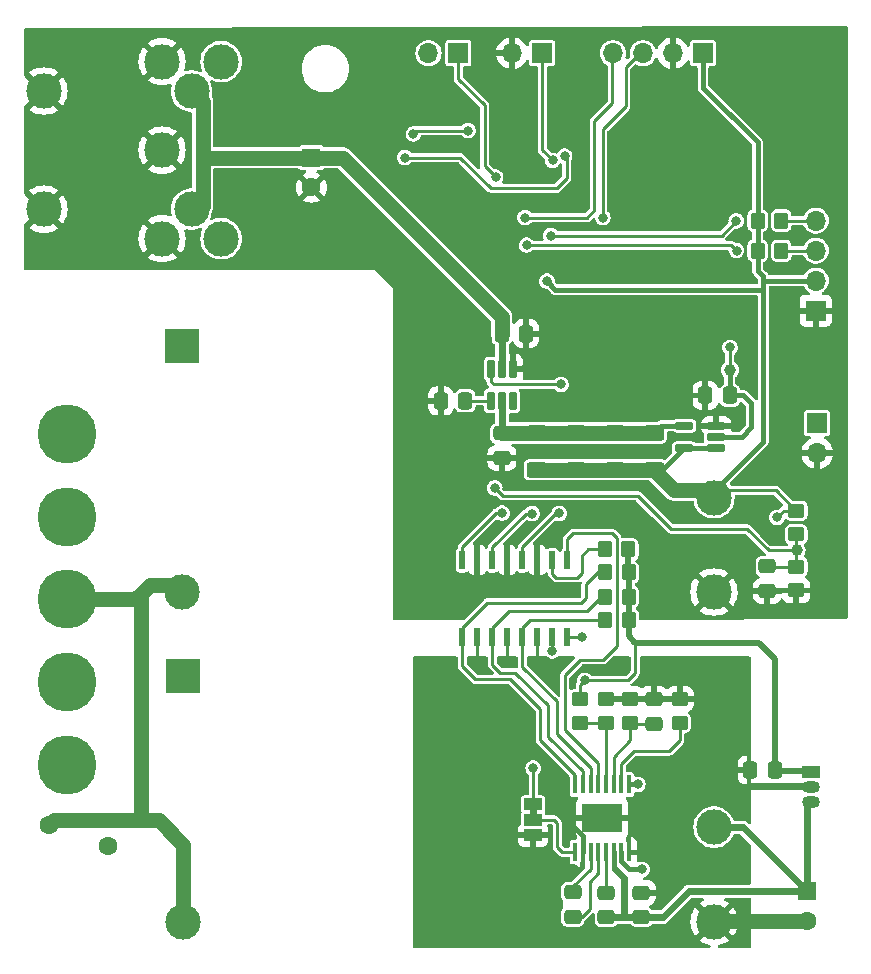
<source format=gbr>
%TF.GenerationSoftware,KiCad,Pcbnew,7.0.11-7.0.11~ubuntu22.04.1*%
%TF.CreationDate,2025-01-31T21:43:45-05:00*%
%TF.ProjectId,C64UltimatePSU,43363455-6c74-4696-9d61-74655053552e,rev?*%
%TF.SameCoordinates,Original*%
%TF.FileFunction,Copper,L2,Bot*%
%TF.FilePolarity,Positive*%
%FSLAX46Y46*%
G04 Gerber Fmt 4.6, Leading zero omitted, Abs format (unit mm)*
G04 Created by KiCad (PCBNEW 7.0.11-7.0.11~ubuntu22.04.1) date 2025-01-31 21:43:45*
%MOMM*%
%LPD*%
G01*
G04 APERTURE LIST*
G04 Aperture macros list*
%AMRoundRect*
0 Rectangle with rounded corners*
0 $1 Rounding radius*
0 $2 $3 $4 $5 $6 $7 $8 $9 X,Y pos of 4 corners*
0 Add a 4 corners polygon primitive as box body*
4,1,4,$2,$3,$4,$5,$6,$7,$8,$9,$2,$3,0*
0 Add four circle primitives for the rounded corners*
1,1,$1+$1,$2,$3*
1,1,$1+$1,$4,$5*
1,1,$1+$1,$6,$7*
1,1,$1+$1,$8,$9*
0 Add four rect primitives between the rounded corners*
20,1,$1+$1,$2,$3,$4,$5,0*
20,1,$1+$1,$4,$5,$6,$7,0*
20,1,$1+$1,$6,$7,$8,$9,0*
20,1,$1+$1,$8,$9,$2,$3,0*%
G04 Aperture macros list end*
%TA.AperFunction,SMDPad,CuDef*%
%ADD10RoundRect,0.137500X-0.137500X0.662500X-0.137500X-0.662500X0.137500X-0.662500X0.137500X0.662500X0*%
%TD*%
%TA.AperFunction,ComponentPad*%
%ADD11R,1.600000X1.600000*%
%TD*%
%TA.AperFunction,ComponentPad*%
%ADD12C,1.600000*%
%TD*%
%TA.AperFunction,ComponentPad*%
%ADD13R,1.700000X1.700000*%
%TD*%
%TA.AperFunction,ComponentPad*%
%ADD14O,1.700000X1.700000*%
%TD*%
%TA.AperFunction,ComponentPad*%
%ADD15C,5.000000*%
%TD*%
%TA.AperFunction,ComponentPad*%
%ADD16R,3.000000X3.000000*%
%TD*%
%TA.AperFunction,ComponentPad*%
%ADD17C,3.000000*%
%TD*%
%TA.AperFunction,ComponentPad*%
%ADD18R,1.500000X1.050000*%
%TD*%
%TA.AperFunction,ComponentPad*%
%ADD19O,1.500000X1.050000*%
%TD*%
%TA.AperFunction,SMDPad,CuDef*%
%ADD20RoundRect,0.250000X0.450000X-0.350000X0.450000X0.350000X-0.450000X0.350000X-0.450000X-0.350000X0*%
%TD*%
%TA.AperFunction,SMDPad,CuDef*%
%ADD21RoundRect,0.250000X0.350000X0.450000X-0.350000X0.450000X-0.350000X-0.450000X0.350000X-0.450000X0*%
%TD*%
%TA.AperFunction,SMDPad,CuDef*%
%ADD22RoundRect,0.250000X-0.475000X0.337500X-0.475000X-0.337500X0.475000X-0.337500X0.475000X0.337500X0*%
%TD*%
%TA.AperFunction,SMDPad,CuDef*%
%ADD23RoundRect,0.250000X-0.450000X0.350000X-0.450000X-0.350000X0.450000X-0.350000X0.450000X0.350000X0*%
%TD*%
%TA.AperFunction,SMDPad,CuDef*%
%ADD24RoundRect,0.250000X-0.337500X-0.475000X0.337500X-0.475000X0.337500X0.475000X-0.337500X0.475000X0*%
%TD*%
%TA.AperFunction,SMDPad,CuDef*%
%ADD25RoundRect,0.250000X0.475000X-0.337500X0.475000X0.337500X-0.475000X0.337500X-0.475000X-0.337500X0*%
%TD*%
%TA.AperFunction,SMDPad,CuDef*%
%ADD26RoundRect,0.162500X-0.162500X0.617500X-0.162500X-0.617500X0.162500X-0.617500X0.162500X0.617500X0*%
%TD*%
%TA.AperFunction,SMDPad,CuDef*%
%ADD27RoundRect,0.250000X0.625000X-0.400000X0.625000X0.400000X-0.625000X0.400000X-0.625000X-0.400000X0*%
%TD*%
%TA.AperFunction,SMDPad,CuDef*%
%ADD28RoundRect,0.051250X-0.153750X0.733750X-0.153750X-0.733750X0.153750X-0.733750X0.153750X0.733750X0*%
%TD*%
%TA.AperFunction,SMDPad,CuDef*%
%ADD29R,3.400000X2.480000*%
%TD*%
%TA.AperFunction,SMDPad,CuDef*%
%ADD30RoundRect,0.250000X0.337500X0.475000X-0.337500X0.475000X-0.337500X-0.475000X0.337500X-0.475000X0*%
%TD*%
%TA.AperFunction,SMDPad,CuDef*%
%ADD31RoundRect,0.162500X0.617500X0.162500X-0.617500X0.162500X-0.617500X-0.162500X0.617500X-0.162500X0*%
%TD*%
%TA.AperFunction,SMDPad,CuDef*%
%ADD32R,1.500000X1.000000*%
%TD*%
%TA.AperFunction,SMDPad,CuDef*%
%ADD33RoundRect,0.250000X-0.350000X-0.450000X0.350000X-0.450000X0.350000X0.450000X-0.350000X0.450000X0*%
%TD*%
%TA.AperFunction,SMDPad,CuDef*%
%ADD34C,1.000000*%
%TD*%
%TA.AperFunction,ViaPad*%
%ADD35C,0.800000*%
%TD*%
%TA.AperFunction,Conductor*%
%ADD36C,0.625000*%
%TD*%
%TA.AperFunction,Conductor*%
%ADD37C,0.508000*%
%TD*%
%TA.AperFunction,Conductor*%
%ADD38C,0.254000*%
%TD*%
%TA.AperFunction,Conductor*%
%ADD39C,0.250000*%
%TD*%
%TA.AperFunction,Conductor*%
%ADD40C,1.270000*%
%TD*%
%TA.AperFunction,Conductor*%
%ADD41C,0.400000*%
%TD*%
G04 APERTURE END LIST*
%TA.AperFunction,EtchedComponent*%
%TO.C,JP1*%
G36*
X146680200Y-118726000D02*
G01*
X146080200Y-118726000D01*
X146080200Y-118226000D01*
X146680200Y-118226000D01*
X146680200Y-118726000D01*
G37*
%TD.AperFunction*%
%TD*%
D10*
%TO.P,IC5,1,ANODE_1*%
%TO.N,IN1*%
X140385800Y-97155000D03*
%TO.P,IC5,2,CATHODE_1*%
%TO.N,GND*%
X141655800Y-97155000D03*
%TO.P,IC5,3,ANODE_2*%
%TO.N,IN2*%
X142925800Y-97155000D03*
%TO.P,IC5,4,CATHODE_2*%
%TO.N,GND*%
X144195800Y-97155000D03*
%TO.P,IC5,5,ANODE_3*%
%TO.N,NSLEEP*%
X145465800Y-97155000D03*
%TO.P,IC5,6,CATHODE_3*%
%TO.N,GND*%
X146735800Y-97155000D03*
%TO.P,IC5,7,ANODE_4*%
%TO.N,Net-(IC5-ANODE_4)*%
X148005800Y-97155000D03*
%TO.P,IC5,8,CATHODE_4*%
%TO.N,Net-(IC4-NFAULT)*%
X149275800Y-97155000D03*
%TO.P,IC5,9,EMITTER_1*%
%TO.N,GND*%
X149275800Y-103655000D03*
%TO.P,IC5,10,COLLECTOR_1*%
%TO.N,NFAULT*%
X148005800Y-103655000D03*
%TO.P,IC5,11,EMITTER_2*%
%TO.N,GND2*%
X146735800Y-103655000D03*
%TO.P,IC5,12,COLLECTOR_2*%
%TO.N,Net-(IC4-NSLEEP)*%
X145465800Y-103655000D03*
%TO.P,IC5,13,EMITTER_3*%
%TO.N,GND2*%
X144195800Y-103655000D03*
%TO.P,IC5,14,COLLECTOR_3*%
%TO.N,Net-(IC4-PH{slash}IN2)*%
X142925800Y-103655000D03*
%TO.P,IC5,15,EMITTER_4*%
%TO.N,GND2*%
X141655800Y-103655000D03*
%TO.P,IC5,16,COLLECTOR_4*%
%TO.N,Net-(IC4-EN{slash}IN1)*%
X140385800Y-103655000D03*
%TD*%
D11*
%TO.P,C4,1*%
%TO.N,+12V*%
X169545000Y-125185800D03*
D12*
%TO.P,C4,2*%
%TO.N,GND2*%
X169545000Y-127685800D03*
%TD*%
D13*
%TO.P,J4,1,Pin_1*%
%TO.N,GND*%
X170307000Y-76022200D03*
D14*
%TO.P,J4,2,Pin_2*%
%TO.N,+5V*%
X170307000Y-73482200D03*
%TO.P,J4,3,Pin_3*%
%TO.N,/5V/DISP_SCL*%
X170307000Y-70942200D03*
%TO.P,J4,4,Pin_4*%
%TO.N,/5V/DISP_SDA*%
X170307000Y-68402200D03*
%TD*%
D13*
%TO.P,J3,1,Pin_1*%
%TO.N,/5V/ON_OFF*%
X170434000Y-85547200D03*
D14*
%TO.P,J3,2,Pin_2*%
%TO.N,GND*%
X170434000Y-88087200D03*
%TD*%
D15*
%TO.P,H6,1,1*%
%TO.N,Net-(H3-Pad1)*%
X106880600Y-107479600D03*
%TD*%
D13*
%TO.P,J1,1,Pin_1*%
%TO.N,+5V*%
X160756600Y-54229000D03*
D14*
%TO.P,J1,2,Pin_2*%
%TO.N,GND*%
X158216600Y-54229000D03*
%TO.P,J1,3,Pin_3*%
%TO.N,/5V/SWDIO*%
X155676600Y-54229000D03*
%TO.P,J1,4,Pin_4*%
%TO.N,/5V/SWCLK*%
X153136600Y-54229000D03*
%TD*%
D16*
%TO.P,PS2,1,AC/L*%
%TO.N,AC_LINE*%
X116687600Y-79047400D03*
D17*
%TO.P,PS2,2,AC/N*%
%TO.N,AC_NEUTRAL*%
X116687600Y-99847400D03*
%TO.P,PS2,3,-Vo*%
%TO.N,GND*%
X161687600Y-99847400D03*
%TO.P,PS2,4,+Vo*%
%TO.N,+5V*%
X161687600Y-91847400D03*
%TD*%
%TO.P,J2,1*%
%TO.N,GND*%
X114960400Y-69933200D03*
X104960400Y-67433200D03*
X104960400Y-57433200D03*
%TO.P,J2,2*%
X114960400Y-62433200D03*
%TO.P,J2,3*%
X114960400Y-54933200D03*
%TO.P,J2,4*%
%TO.N,5V_OUT*%
X117460400Y-67433200D03*
%TO.P,J2,5*%
X117460400Y-57433200D03*
%TO.P,J2,6*%
%TO.N,AC_OUT2*%
X119960400Y-69933200D03*
%TO.P,J2,7*%
%TO.N,AC_OUT1*%
X119960400Y-54933200D03*
%TD*%
D15*
%TO.P,H4,1,1*%
%TO.N,AC_NEUTRAL*%
X106880600Y-100479600D03*
%TD*%
D13*
%TO.P,J5,1,Pin_1*%
%TO.N,/5V/AUX2*%
X140055600Y-54229000D03*
D14*
%TO.P,J5,2,Pin_2*%
%TO.N,/5V/AUX1*%
X137515600Y-54229000D03*
%TD*%
D15*
%TO.P,H3,1,1*%
%TO.N,Net-(H3-Pad1)*%
X106880600Y-86479600D03*
%TD*%
D18*
%TO.P,IC6,1,VO*%
%TO.N,+5VA*%
X169875200Y-115062000D03*
D19*
%TO.P,IC6,2,GND*%
%TO.N,GND2*%
X169875200Y-116332000D03*
%TO.P,IC6,3,VI*%
%TO.N,+12V*%
X169875200Y-117602000D03*
%TD*%
D13*
%TO.P,JP2,1,A*%
%TO.N,/5V/SEL*%
X147142200Y-54203600D03*
D14*
%TO.P,JP2,2,B*%
%TO.N,GND*%
X144602200Y-54203600D03*
%TD*%
D11*
%TO.P,C16,1*%
%TO.N,5V_OUT*%
X127609600Y-63082800D03*
D12*
%TO.P,C16,2*%
%TO.N,GND*%
X127609600Y-65582800D03*
%TD*%
%TO.P,RV1,1*%
%TO.N,AC_NEUTRAL*%
X105380600Y-119579600D03*
%TO.P,RV1,2*%
%TO.N,AC_LINE*%
X110380600Y-121379600D03*
%TD*%
D15*
%TO.P,H5,1,1*%
%TO.N,Earth*%
X106880600Y-93479600D03*
%TD*%
%TO.P,H7,1,1*%
%TO.N,AC_LINE*%
X106880600Y-114479600D03*
%TD*%
D16*
%TO.P,PS1,1,AC/L*%
%TO.N,AC_LINE*%
X116696400Y-106962000D03*
D17*
%TO.P,PS1,2,AC/N*%
%TO.N,AC_NEUTRAL*%
X116696400Y-127762000D03*
%TO.P,PS1,3,-Vo*%
%TO.N,GND2*%
X161696400Y-127762000D03*
%TO.P,PS1,4,+Vo*%
%TO.N,+12V*%
X161696400Y-119762000D03*
%TD*%
D20*
%TO.P,R14,1*%
%TO.N,Net-(IC4-IPROPI)*%
X154584400Y-110921800D03*
%TO.P,R14,2*%
%TO.N,GND2*%
X154584400Y-108921800D03*
%TD*%
D21*
%TO.P,R17,1*%
%TO.N,+5VA*%
X154450800Y-96240600D03*
%TO.P,R17,2*%
%TO.N,Net-(IC5-ANODE_4)*%
X152450800Y-96240600D03*
%TD*%
D22*
%TO.P,C17,1*%
%TO.N,Net-(IC4-VCP)*%
X152577800Y-125298200D03*
%TO.P,C17,2*%
%TO.N,+12V*%
X152577800Y-127373200D03*
%TD*%
D23*
%TO.P,R4,1*%
%TO.N,/5V/V5ADC*%
X168656000Y-97720400D03*
%TO.P,R4,2*%
%TO.N,GND*%
X168656000Y-99720400D03*
%TD*%
D24*
%TO.P,C15,1*%
%TO.N,GND*%
X138564800Y-83667600D03*
%TO.P,C15,2*%
%TO.N,Net-(IC2-DV{slash}DT)*%
X140639800Y-83667600D03*
%TD*%
D25*
%TO.P,C1,1*%
%TO.N,Net-(IC4-IPROPI)*%
X156591000Y-110998000D03*
%TO.P,C1,2*%
%TO.N,GND2*%
X156591000Y-108923000D03*
%TD*%
D22*
%TO.P,C13,1*%
%TO.N,Net-(IC4-CPL)*%
X149733000Y-125255200D03*
%TO.P,C13,2*%
%TO.N,Net-(IC4-CPH)*%
X149733000Y-127330200D03*
%TD*%
D21*
%TO.P,R1,1*%
%TO.N,+5VA*%
X154457400Y-98196400D03*
%TO.P,R1,2*%
%TO.N,Net-(IC4-EN{slash}IN1)*%
X152457400Y-98196400D03*
%TD*%
D23*
%TO.P,R3,1*%
%TO.N,+5V*%
X168656000Y-92970600D03*
%TO.P,R3,2*%
%TO.N,/5V/V5ADC*%
X168656000Y-94970600D03*
%TD*%
D26*
%TO.P,IC2,1,EN*%
%TO.N,/5V/5V_EN*%
X142778400Y-80949800D03*
%TO.P,IC2,2,SOURCE*%
%TO.N,5V_OUT*%
X143728400Y-80949800D03*
%TO.P,IC2,3,GND*%
%TO.N,GND*%
X144678400Y-80949800D03*
%TO.P,IC2,4,ILIMIT*%
%TO.N,unconnected-(IC2-ILIMIT-Pad4)*%
X144678400Y-83649800D03*
%TO.P,IC2,5,VIN*%
%TO.N,Net-(IC2-VIN)*%
X143728400Y-83649800D03*
%TO.P,IC2,6,DV/DT*%
%TO.N,Net-(IC2-DV{slash}DT)*%
X142778400Y-83649800D03*
%TD*%
D21*
%TO.P,R5,1*%
%TO.N,+5VA*%
X154457400Y-102184200D03*
%TO.P,R5,2*%
%TO.N,Net-(IC4-NSLEEP)*%
X152457400Y-102184200D03*
%TD*%
%TO.P,R2,1*%
%TO.N,+5VA*%
X154457400Y-100253800D03*
%TO.P,R2,2*%
%TO.N,Net-(IC4-PH{slash}IN2)*%
X152457400Y-100253800D03*
%TD*%
D27*
%TO.P,R9,1*%
%TO.N,+5V*%
X153290400Y-89485400D03*
%TO.P,R9,2*%
%TO.N,Net-(IC2-VIN)*%
X153290400Y-86385400D03*
%TD*%
D28*
%TO.P,IC4,1,EN/IN1*%
%TO.N,Net-(IC4-EN{slash}IN1)*%
X149936200Y-116129200D03*
%TO.P,IC4,2,PH/IN2*%
%TO.N,Net-(IC4-PH{slash}IN2)*%
X150586200Y-116129200D03*
%TO.P,IC4,3,NSLEEP*%
%TO.N,Net-(IC4-NSLEEP)*%
X151236200Y-116129200D03*
%TO.P,IC4,4,NFAULT*%
%TO.N,Net-(IC4-NFAULT)*%
X151886200Y-116129200D03*
%TO.P,IC4,5,VREF*%
%TO.N,Net-(IC4-VREF)*%
X152536200Y-116129200D03*
%TO.P,IC4,6,IPROPI*%
%TO.N,Net-(IC4-IPROPI)*%
X153186200Y-116129200D03*
%TO.P,IC4,7,IMODE*%
%TO.N,Net-(IC4-IMODE)*%
X153836200Y-116129200D03*
%TO.P,IC4,8,OUT1*%
%TO.N,AC_OUT2*%
X154486200Y-116129200D03*
%TO.P,IC4,9,PGND*%
%TO.N,GND2*%
X154486200Y-121869200D03*
%TO.P,IC4,10,OUT2*%
%TO.N,AC_OUT1*%
X153836200Y-121869200D03*
%TO.P,IC4,11,VM*%
%TO.N,+12V*%
X153186200Y-121869200D03*
%TO.P,IC4,12,VCP*%
%TO.N,Net-(IC4-VCP)*%
X152536200Y-121869200D03*
%TO.P,IC4,13,CPH*%
%TO.N,Net-(IC4-CPH)*%
X151886200Y-121869200D03*
%TO.P,IC4,14,CPL*%
%TO.N,Net-(IC4-CPL)*%
X151236200Y-121869200D03*
%TO.P,IC4,15,GND*%
%TO.N,GND2*%
X150586200Y-121869200D03*
%TO.P,IC4,16,PMODE*%
%TO.N,Net-(IC4-PMODE)*%
X149936200Y-121869200D03*
D29*
%TO.P,IC4,17,THERMAL*%
%TO.N,GND2*%
X152211200Y-118999200D03*
%TD*%
D30*
%TO.P,C3,1*%
%TO.N,GND*%
X145796000Y-77978000D03*
%TO.P,C3,2*%
%TO.N,5V_OUT*%
X143721000Y-77978000D03*
%TD*%
D27*
%TO.P,R8,1*%
%TO.N,+5V*%
X150000400Y-89485400D03*
%TO.P,R8,2*%
%TO.N,Net-(IC2-VIN)*%
X150000400Y-86385400D03*
%TD*%
D31*
%TO.P,IC3,1,GND*%
%TO.N,GND*%
X161874200Y-85775800D03*
%TO.P,IC3,2,OUT*%
%TO.N,/5V/5VIADC*%
X161874200Y-86725800D03*
%TO.P,IC3,3,VCC*%
%TO.N,+5V*%
X161874200Y-87675800D03*
%TO.P,IC3,4,RS+*%
X159174200Y-87675800D03*
%TO.P,IC3,5,RS-*%
%TO.N,Net-(IC2-VIN)*%
X159174200Y-85775800D03*
%TD*%
D20*
%TO.P,R13,1*%
%TO.N,Net-(IC4-IMODE)*%
X158800800Y-110915200D03*
%TO.P,R13,2*%
%TO.N,GND2*%
X158800800Y-108915200D03*
%TD*%
%TO.P,R12,1*%
%TO.N,Net-(IC4-VREF)*%
X152527000Y-110915200D03*
%TO.P,R12,2*%
%TO.N,GND2*%
X152527000Y-108915200D03*
%TD*%
D32*
%TO.P,JP1,1,A*%
%TO.N,+5VA*%
X146380200Y-117826000D03*
%TO.P,JP1,2,C*%
%TO.N,Net-(IC4-PMODE)*%
X146380200Y-119126000D03*
%TO.P,JP1,3,B*%
%TO.N,GND2*%
X146380200Y-120426000D03*
%TD*%
D24*
%TO.P,C14,1*%
%TO.N,GND*%
X160959800Y-83210400D03*
%TO.P,C14,2*%
%TO.N,/5V/5VIADC*%
X163034800Y-83210400D03*
%TD*%
D22*
%TO.P,C7,1*%
%TO.N,GND2*%
X155549600Y-125302100D03*
%TO.P,C7,2*%
%TO.N,+12V*%
X155549600Y-127377100D03*
%TD*%
D25*
%TO.P,C2,1*%
%TO.N,GND*%
X143738600Y-88493600D03*
%TO.P,C2,2*%
%TO.N,Net-(IC2-VIN)*%
X143738600Y-86418600D03*
%TD*%
D27*
%TO.P,R7,1*%
%TO.N,+5V*%
X146710400Y-89485400D03*
%TO.P,R7,2*%
%TO.N,Net-(IC2-VIN)*%
X146710400Y-86385400D03*
%TD*%
%TO.P,R10,1*%
%TO.N,+5V*%
X156580400Y-89485400D03*
%TO.P,R10,2*%
%TO.N,Net-(IC2-VIN)*%
X156580400Y-86385400D03*
%TD*%
D24*
%TO.P,C6,1*%
%TO.N,GND2*%
X164773700Y-114909600D03*
%TO.P,C6,2*%
%TO.N,+5VA*%
X166848700Y-114909600D03*
%TD*%
D33*
%TO.P,R6,1*%
%TO.N,+5V*%
X165379400Y-68402200D03*
%TO.P,R6,2*%
%TO.N,/5V/DISP_SDA*%
X167379400Y-68402200D03*
%TD*%
%TO.P,R15,1*%
%TO.N,+5V*%
X165379400Y-70967600D03*
%TO.P,R15,2*%
%TO.N,/5V/DISP_SCL*%
X167379400Y-70967600D03*
%TD*%
D23*
%TO.P,R11,1*%
%TO.N,+5VA*%
X150368000Y-108915200D03*
%TO.P,R11,2*%
%TO.N,Net-(IC4-VREF)*%
X150368000Y-110915200D03*
%TD*%
D25*
%TO.P,C5,1*%
%TO.N,GND*%
X166192200Y-99745800D03*
%TO.P,C5,2*%
%TO.N,/5V/V5ADC*%
X166192200Y-97670800D03*
%TD*%
D34*
%TO.P,V5ADC1,1,1*%
%TO.N,/5V/V5ADC*%
X168681400Y-96332800D03*
%TD*%
%TO.P,5VIADC1,1,1*%
%TO.N,/5V/5VIADC*%
X163042600Y-81051400D03*
%TD*%
D35*
%TO.N,+5V*%
X167030400Y-93522800D03*
%TO.N,GND*%
X159359600Y-72847200D03*
X163703000Y-85090000D03*
X149834600Y-59867800D03*
%TO.N,/5V/SEL*%
X148018500Y-63309500D03*
%TO.N,/5V/5VIADC*%
X163042600Y-79146400D03*
%TO.N,GND2*%
X154827400Y-118135600D03*
X149544200Y-119024600D03*
X151638000Y-129565400D03*
X157099000Y-125272800D03*
X164388800Y-105740200D03*
X153873200Y-106095800D03*
X146761200Y-105714800D03*
X136652000Y-129540000D03*
X148463000Y-124231400D03*
X154852800Y-118999200D03*
X144830800Y-120421400D03*
X136601200Y-117068600D03*
X163322000Y-114909600D03*
X141655800Y-105714800D03*
X154852800Y-119812000D03*
X144221200Y-105714800D03*
X136601200Y-115214400D03*
X164414200Y-123012200D03*
X149544200Y-119837400D03*
X149544200Y-118211800D03*
X136601200Y-105740200D03*
%TO.N,GND*%
X140843000Y-59385200D03*
X159766000Y-62890400D03*
X145745200Y-80924400D03*
X142138400Y-88493600D03*
X136398000Y-71704200D03*
X150492600Y-103655000D03*
X136575800Y-101600000D03*
X144449800Y-69474800D03*
X163550600Y-66700400D03*
X150495000Y-93192600D03*
X127609600Y-60071000D03*
X151231600Y-72161400D03*
X141376400Y-93218000D03*
X172008800Y-52882800D03*
X140919200Y-62058000D03*
X163652200Y-72923400D03*
X144957800Y-90017600D03*
X143281400Y-63607400D03*
X145923000Y-63607400D03*
X165227000Y-92887800D03*
X136550400Y-83667600D03*
X146735800Y-99923600D03*
X159334200Y-83235800D03*
X172135800Y-101320600D03*
X149250400Y-99898200D03*
X148793200Y-84277200D03*
X147218400Y-77978000D03*
%TO.N,/5V/V5ADC*%
X140868400Y-60782200D03*
X136245600Y-61061600D03*
X143129000Y-91033600D03*
%TO.N,AC_OUT2*%
X155244800Y-116128800D03*
%TO.N,AC_OUT1*%
X155600400Y-123342400D03*
%TO.N,/5V/DISP_SCL*%
X163601400Y-70942200D03*
X145821400Y-70485000D03*
%TO.N,/5V/DISP_SDA*%
X147878800Y-69672200D03*
X163576000Y-68427600D03*
%TO.N,+5V*%
X147548600Y-73533000D03*
%TO.N,/5V/5V_EN*%
X148742400Y-82270600D03*
%TO.N,/5V/AUX2*%
X143205200Y-64719200D03*
%TO.N,NFAULT*%
X148005800Y-104825800D03*
%TO.N,/5V/5VOADC*%
X149047200Y-62941200D03*
X135509000Y-63068200D03*
%TO.N,/5V/SWCLK*%
X145694400Y-68148200D03*
%TO.N,/5V/SWDIO*%
X152273000Y-68148200D03*
%TO.N,IN1*%
X143738600Y-93167200D03*
%TO.N,IN2*%
X146291300Y-93205300D03*
%TO.N,NSLEEP*%
X148590000Y-93192600D03*
%TO.N,+5VA*%
X150749000Y-107340400D03*
X146380200Y-114757200D03*
%TD*%
D36*
%TO.N,GND2*%
X169875200Y-116332000D02*
X169849800Y-116306600D01*
X169849800Y-116306600D02*
X164693600Y-116306600D01*
D37*
%TO.N,+5VA*%
X165481000Y-104165400D02*
X155016200Y-104165400D01*
X169849800Y-115036600D02*
X166852600Y-115036600D01*
D36*
%TO.N,+12V*%
X169545000Y-117932200D02*
X169875200Y-117602000D01*
D37*
%TO.N,+5VA*%
X169875200Y-115062000D02*
X169849800Y-115036600D01*
X166852600Y-115036600D02*
X166852600Y-105537000D01*
X166852600Y-105537000D02*
X165481000Y-104165400D01*
D36*
%TO.N,+12V*%
X169545000Y-125185800D02*
X169545000Y-117932200D01*
D38*
%TO.N,/5V/V5ADC*%
X168681400Y-96332800D02*
X166309800Y-96332800D01*
X166309800Y-96332800D02*
X164490400Y-94513400D01*
X164490400Y-94513400D02*
X158064200Y-94513400D01*
X158064200Y-94513400D02*
X155244800Y-91694000D01*
X155244800Y-91694000D02*
X143789400Y-91694000D01*
X143789400Y-91694000D02*
X143129000Y-91033600D01*
%TO.N,Net-(IC5-ANODE_4)*%
X152450800Y-96240600D02*
X151053800Y-96240600D01*
X151053800Y-96240600D02*
X150495000Y-96799400D01*
X150495000Y-96799400D02*
X150495000Y-98259900D01*
X150495000Y-98259900D02*
X150126700Y-98628200D01*
X150126700Y-98628200D02*
X148336000Y-98628200D01*
X148336000Y-98628200D02*
X148005800Y-98298000D01*
X148005800Y-98298000D02*
X148005800Y-97155000D01*
%TO.N,/5V/V5ADC*%
X136245600Y-61061600D02*
X136525000Y-60782200D01*
X136525000Y-60782200D02*
X140868400Y-60782200D01*
%TO.N,/5V/SWDIO*%
X152273000Y-68148200D02*
X152273000Y-60655200D01*
X152273000Y-60655200D02*
X154228800Y-58699400D01*
X154228800Y-58699400D02*
X154228800Y-55397400D01*
X154228800Y-55397400D02*
X155397200Y-54229000D01*
X155397200Y-54229000D02*
X155676600Y-54229000D01*
%TO.N,Net-(IC4-NFAULT)*%
X151886200Y-116129200D02*
X151886200Y-114345000D01*
X151886200Y-114345000D02*
X149072600Y-111531400D01*
X153466800Y-95275400D02*
X153060400Y-94869000D01*
X149072600Y-111531400D02*
X149072600Y-106883200D01*
X149072600Y-106883200D02*
X150368000Y-105587800D01*
X150368000Y-105587800D02*
X152298400Y-105587800D01*
X152298400Y-105587800D02*
X153466800Y-104419400D01*
X153466800Y-104419400D02*
X153466800Y-95275400D01*
X149783800Y-94869000D02*
X149275800Y-95377000D01*
X153060400Y-94869000D02*
X149783800Y-94869000D01*
X149275800Y-95377000D02*
X149275800Y-97155000D01*
%TO.N,Net-(IC4-IMODE)*%
X153836200Y-116129200D02*
X153836200Y-114413200D01*
X153836200Y-114413200D02*
X154940000Y-113309400D01*
X154940000Y-113309400D02*
X157911800Y-113309400D01*
X157911800Y-113309400D02*
X158800800Y-112420400D01*
X158800800Y-112420400D02*
X158800800Y-110915200D01*
%TO.N,Net-(IC4-PH{slash}IN2)*%
X150586200Y-116129200D02*
X150586200Y-115026200D01*
X150586200Y-115026200D02*
X147650200Y-112090200D01*
X147650200Y-112090200D02*
X147650200Y-109448600D01*
X147650200Y-109448600D02*
X144881600Y-106680000D01*
X144881600Y-106680000D02*
X143611600Y-106680000D01*
X143611600Y-106680000D02*
X142925800Y-105994200D01*
X142925800Y-105994200D02*
X142925800Y-103655000D01*
%TO.N,Net-(IC4-EN{slash}IN1)*%
X149936200Y-116129200D02*
X149936200Y-115366800D01*
X144424400Y-107238800D02*
X141478000Y-107238800D01*
X149936200Y-115366800D02*
X146964400Y-112395000D01*
X146964400Y-112395000D02*
X146964400Y-109778800D01*
X146964400Y-109778800D02*
X144424400Y-107238800D01*
X141478000Y-107238800D02*
X140385800Y-106146600D01*
X140385800Y-106146600D02*
X140385800Y-103655000D01*
%TO.N,Net-(IC4-NSLEEP)*%
X151236200Y-116129200D02*
X151236200Y-114711000D01*
X151236200Y-114711000D02*
X148386800Y-111861600D01*
X148386800Y-111861600D02*
X148386800Y-109118400D01*
X148386800Y-109118400D02*
X145465800Y-106197400D01*
X145465800Y-106197400D02*
X145465800Y-103655000D01*
D39*
%TO.N,+5V*%
X167582600Y-92970600D02*
X167030400Y-93522800D01*
X168656000Y-92970600D02*
X167582600Y-92970600D01*
D38*
%TO.N,NSLEEP*%
X148590000Y-93192600D02*
X148310600Y-93192600D01*
X148310600Y-93192600D02*
X145465800Y-96037400D01*
X145465800Y-96037400D02*
X145465800Y-97155000D01*
%TO.N,IN2*%
X146291300Y-93205300D02*
X145783300Y-93205300D01*
X145783300Y-93205300D02*
X142925800Y-96062800D01*
X142925800Y-96062800D02*
X142925800Y-97155000D01*
%TO.N,IN1*%
X143738600Y-93167200D02*
X143256000Y-93167200D01*
X143256000Y-93167200D02*
X140385800Y-96037400D01*
X140385800Y-96037400D02*
X140385800Y-97155000D01*
D40*
%TO.N,5V_OUT*%
X118400200Y-63082800D02*
X118400200Y-58373000D01*
X118400200Y-58373000D02*
X117460400Y-57433200D01*
D39*
%TO.N,/5V/SEL*%
X148018500Y-63309500D02*
X147142200Y-62433200D01*
X147142200Y-62433200D02*
X147142200Y-54203600D01*
D36*
%TO.N,+12V*%
X153289000Y-123291600D02*
X154076400Y-124079000D01*
X154076400Y-124079000D02*
X154076400Y-127144600D01*
X154076400Y-127144600D02*
X153847800Y-127373200D01*
D41*
X153186200Y-121869200D02*
X153186200Y-123087200D01*
X153186200Y-123087200D02*
X153289000Y-123190000D01*
D38*
%TO.N,/5V/5VOADC*%
X135509000Y-63068200D02*
X140208000Y-63068200D01*
X140208000Y-63068200D02*
X142798800Y-65659000D01*
X142798800Y-65659000D02*
X148361400Y-65659000D01*
X148361400Y-65659000D02*
X149225000Y-64795400D01*
X149225000Y-64795400D02*
X149225000Y-63119000D01*
X149225000Y-63119000D02*
X149047200Y-62941200D01*
D41*
%TO.N,/5V/5VIADC*%
X164185600Y-83210400D02*
X163034800Y-83210400D01*
X164846000Y-85902800D02*
X164846000Y-83870800D01*
X163034800Y-81059200D02*
X163042600Y-81051400D01*
X164023000Y-86725800D02*
X164846000Y-85902800D01*
D38*
X163042600Y-81051400D02*
X163042600Y-79146400D01*
D41*
X164846000Y-83870800D02*
X164185600Y-83210400D01*
X163034800Y-83210400D02*
X163034800Y-81059200D01*
X161874200Y-86725800D02*
X164023000Y-86725800D01*
D38*
%TO.N,GND2*%
X144195800Y-105689400D02*
X144221200Y-105714800D01*
D41*
X150586200Y-120523800D02*
X149899800Y-119837400D01*
X150586200Y-121869200D02*
X150586200Y-120523800D01*
D38*
X144195800Y-103655000D02*
X144195800Y-105689400D01*
X141655800Y-103655000D02*
X141655800Y-105714800D01*
D40*
X161772600Y-127685800D02*
X161696400Y-127762000D01*
X169545000Y-127685800D02*
X161772600Y-127685800D01*
D38*
X146735800Y-103655000D02*
X146735800Y-105562400D01*
D41*
X149899800Y-119837400D02*
X149544200Y-119837400D01*
D38*
%TO.N,GND*%
X150495000Y-103657400D02*
X150492600Y-103655000D01*
X149275800Y-103655000D02*
X150492600Y-103655000D01*
%TO.N,/5V/V5ADC*%
X168656000Y-97720400D02*
X166241800Y-97720400D01*
X168656000Y-97720400D02*
X168656000Y-96358200D01*
X166241800Y-97720400D02*
X166192200Y-97670800D01*
X168656000Y-96358200D02*
X168681400Y-96332800D01*
X168656000Y-94970600D02*
X168656000Y-96307400D01*
X168656000Y-96307400D02*
X168681400Y-96332800D01*
D36*
%TO.N,5V_OUT*%
X143728400Y-77985400D02*
X143721000Y-77978000D01*
D40*
X130265800Y-63082800D02*
X127609600Y-63082800D01*
X118389400Y-63093600D02*
X118400200Y-63082800D01*
X143721000Y-76538000D02*
X130265800Y-63082800D01*
X127609600Y-63082800D02*
X118400200Y-63082800D01*
X117460400Y-67433200D02*
X118139200Y-67433200D01*
X118139200Y-67433200D02*
X118389400Y-67183000D01*
X118389400Y-67183000D02*
X118389400Y-63093600D01*
D36*
X143728400Y-80949800D02*
X143728400Y-77985400D01*
D40*
X143721000Y-77978000D02*
X143721000Y-76538000D01*
%TO.N,AC_NEUTRAL*%
X105380600Y-119579600D02*
X105783400Y-119176800D01*
X116696800Y-99265100D02*
X113914300Y-99265100D01*
X113182400Y-119176800D02*
X113182400Y-100152200D01*
X105783400Y-119176800D02*
X113182400Y-119176800D01*
X114681000Y-119176800D02*
X116773000Y-121268800D01*
X113914300Y-99265100D02*
X113104800Y-100074600D01*
X113182400Y-119176800D02*
X114681000Y-119176800D01*
X113182400Y-100152200D02*
X113104800Y-100074600D01*
X113104800Y-100074600D02*
X112699800Y-100479600D01*
X116773000Y-121268800D02*
X116773000Y-127636900D01*
X106880600Y-100479600D02*
X112699800Y-100479600D01*
D36*
%TO.N,+12V*%
X161696400Y-119762000D02*
X164121200Y-119762000D01*
X159573600Y-125185800D02*
X157382300Y-127377100D01*
X153847800Y-127373200D02*
X153996300Y-127373200D01*
D38*
X155545700Y-127373200D02*
X155549600Y-127377100D01*
D36*
X164121200Y-119762000D02*
X169545000Y-125185800D01*
X155549600Y-127377100D02*
X154000200Y-127377100D01*
X153996300Y-127373200D02*
X154000200Y-127377100D01*
X169545000Y-125185800D02*
X159573600Y-125185800D01*
X152577800Y-127373200D02*
X153847800Y-127373200D01*
X157382300Y-127377100D02*
X155549600Y-127377100D01*
D41*
%TO.N,AC_OUT2*%
X154486200Y-116129200D02*
X155244400Y-116129200D01*
X155244400Y-116129200D02*
X155244800Y-116128800D01*
%TO.N,AC_OUT1*%
X154524401Y-123342400D02*
X155600400Y-123342400D01*
X153836200Y-122654199D02*
X154524401Y-123342400D01*
X153836200Y-121869200D02*
X153836200Y-122654199D01*
D38*
%TO.N,/5V/DISP_SCL*%
X163601400Y-70942200D02*
X163144200Y-70485000D01*
X170307000Y-70942200D02*
X167404800Y-70942200D01*
X163144200Y-70485000D02*
X145821400Y-70485000D01*
X167404800Y-70942200D02*
X167379400Y-70967600D01*
%TO.N,/5V/DISP_SDA*%
X170307000Y-68402200D02*
X167379400Y-68402200D01*
X162331400Y-69672200D02*
X147878800Y-69672200D01*
X163576000Y-68427600D02*
X162331400Y-69672200D01*
%TO.N,Net-(IC4-CPL)*%
X151236200Y-123261600D02*
X149733000Y-124764800D01*
X151236200Y-121869200D02*
X151236200Y-123261600D01*
X149733000Y-124764800D02*
X149733000Y-125255200D01*
%TO.N,+5V*%
X166899700Y-91214300D02*
X168656000Y-92970600D01*
D40*
X153290400Y-89485400D02*
X150000400Y-89485400D01*
D41*
X165379400Y-70967600D02*
X165379400Y-68402200D01*
D40*
X156580400Y-89485400D02*
X153290400Y-89485400D01*
D41*
X161874200Y-87675800D02*
X159174200Y-87675800D01*
X165862000Y-73126600D02*
X165379400Y-72644000D01*
X165379400Y-61772800D02*
X160756600Y-57150000D01*
X165379400Y-68402200D02*
X165379400Y-61772800D01*
X165887400Y-73482200D02*
X165862000Y-73456800D01*
X161773000Y-91214300D02*
X165862000Y-87125300D01*
X157143900Y-89706100D02*
X157143900Y-90048900D01*
X165862000Y-74218800D02*
X165862000Y-73456800D01*
D40*
X150000400Y-89485400D02*
X146710400Y-89485400D01*
D41*
X159816800Y-74244200D02*
X148259800Y-74244200D01*
X160756600Y-57150000D02*
X160756600Y-54229000D01*
D38*
X161773000Y-91214300D02*
X166899700Y-91214300D01*
D40*
X158309300Y-91214300D02*
X157143900Y-90048900D01*
D41*
X165862000Y-73456800D02*
X165862000Y-73126600D01*
D40*
X157143900Y-90048900D02*
X156580400Y-89485400D01*
D41*
X165836600Y-74244200D02*
X165862000Y-74218800D01*
X165862000Y-87125300D02*
X165862000Y-74218800D01*
D40*
X161773000Y-91214300D02*
X158309300Y-91214300D01*
D41*
X165379400Y-72644000D02*
X165379400Y-70967600D01*
X159816800Y-74244200D02*
X165836600Y-74244200D01*
X170307000Y-73482200D02*
X165887400Y-73482200D01*
X148259800Y-74244200D02*
X147548600Y-73533000D01*
X159174200Y-87675800D02*
X157143900Y-89706100D01*
D38*
%TO.N,Net-(IC4-CPH)*%
X151886200Y-121869200D02*
X151886200Y-123678400D01*
X150545800Y-127330200D02*
X149733000Y-127330200D01*
X151886200Y-123678400D02*
X151155400Y-124409200D01*
X151155400Y-124409200D02*
X151155400Y-126720600D01*
X151155400Y-126720600D02*
X150545800Y-127330200D01*
%TO.N,/5V/5V_EN*%
X143052800Y-82270600D02*
X142824200Y-82042000D01*
X142824200Y-82042000D02*
X142824200Y-81965800D01*
X148742400Y-82270600D02*
X143052800Y-82270600D01*
X142824200Y-81965800D02*
X142778400Y-81920000D01*
X142778400Y-81920000D02*
X142778400Y-80949800D01*
%TO.N,Net-(IC2-DV{slash}DT)*%
X140657600Y-83649800D02*
X140639800Y-83667600D01*
X142778400Y-83649800D02*
X140657600Y-83649800D01*
%TO.N,Net-(IC4-VCP)*%
X152536200Y-121869200D02*
X152536200Y-125256600D01*
X152536200Y-125256600D02*
X152577800Y-125298200D01*
%TO.N,/5V/AUX2*%
X142265400Y-58648600D02*
X140055600Y-56438800D01*
X142265400Y-63779400D02*
X142265400Y-58648600D01*
X140055600Y-56438800D02*
X140055600Y-54229000D01*
X143205200Y-64719200D02*
X142265400Y-63779400D01*
%TO.N,NFAULT*%
X148005800Y-104825800D02*
X148005800Y-103655000D01*
D41*
%TO.N,Net-(IC2-VIN)*%
X159174200Y-85775800D02*
X157190000Y-85775800D01*
X157190000Y-85775800D02*
X156580400Y-86385400D01*
D40*
X150000400Y-86385400D02*
X146710400Y-86385400D01*
D36*
X143738600Y-84683600D02*
X143738600Y-86418600D01*
D40*
X153290400Y-86385400D02*
X150000400Y-86385400D01*
X156580400Y-86385400D02*
X153290400Y-86385400D01*
D36*
X143728400Y-83649800D02*
X143728400Y-84673400D01*
D40*
X146710400Y-86385400D02*
X143771800Y-86385400D01*
X143771800Y-86385400D02*
X143738600Y-86418600D01*
D36*
X143728400Y-84673400D02*
X143738600Y-84683600D01*
D38*
%TO.N,/5V/SWCLK*%
X153085800Y-58470800D02*
X153085800Y-54279800D01*
X151561800Y-59994800D02*
X153085800Y-58470800D01*
X150926800Y-68148200D02*
X151561800Y-67513200D01*
X153085800Y-54279800D02*
X153136600Y-54229000D01*
X145694400Y-68148200D02*
X150926800Y-68148200D01*
X151561800Y-67513200D02*
X151561800Y-59994800D01*
%TO.N,Net-(IC4-EN{slash}IN1)*%
X150850600Y-99212400D02*
X150850600Y-100355400D01*
X140385800Y-102855001D02*
X140385800Y-103655000D01*
X152457400Y-98196400D02*
X151866600Y-98196400D01*
X151866600Y-98196400D02*
X150850600Y-99212400D01*
X150850600Y-100355400D02*
X150444200Y-100761800D01*
X150444200Y-100761800D02*
X142479001Y-100761800D01*
X142479001Y-100761800D02*
X140385800Y-102855001D01*
%TO.N,Net-(IC4-PH{slash}IN2)*%
X144358601Y-101422200D02*
X142925800Y-102855001D01*
X152146000Y-100253800D02*
X150977600Y-101422200D01*
X152457400Y-100253800D02*
X152146000Y-100253800D01*
X150977600Y-101422200D02*
X144358601Y-101422200D01*
X142925800Y-102855001D02*
X142925800Y-103655000D01*
%TO.N,Net-(IC4-NSLEEP)*%
X152457400Y-102184200D02*
X146136601Y-102184200D01*
X146136601Y-102184200D02*
X145465800Y-102855001D01*
X145465800Y-102855001D02*
X145465800Y-103655000D01*
%TO.N,Net-(IC4-VREF)*%
X152536200Y-110924400D02*
X152527000Y-110915200D01*
X152536200Y-116129200D02*
X152536200Y-110924400D01*
X152527000Y-110915200D02*
X150368000Y-110915200D01*
%TO.N,Net-(IC4-IPROPI)*%
X153186200Y-113818600D02*
X154584400Y-112420400D01*
X154660600Y-110998000D02*
X154584400Y-110921800D01*
X156591000Y-110998000D02*
X154660600Y-110998000D01*
X153186200Y-116129200D02*
X153186200Y-113818600D01*
X154584400Y-112420400D02*
X154584400Y-110921800D01*
%TO.N,Net-(IC4-PMODE)*%
X148844000Y-121869200D02*
X148437600Y-121462800D01*
X148437600Y-121462800D02*
X148437600Y-119430800D01*
X148132800Y-119126000D02*
X146380200Y-119126000D01*
X149936200Y-121869200D02*
X148844000Y-121869200D01*
X148437600Y-119430800D02*
X148132800Y-119126000D01*
%TO.N,+5VA*%
X150749000Y-107340400D02*
X154381200Y-107340400D01*
X150368000Y-108915200D02*
X150368000Y-107721400D01*
D37*
X154457400Y-98196400D02*
X154457400Y-100253800D01*
D38*
X146380200Y-117826000D02*
X146380200Y-114757200D01*
X155016200Y-106705400D02*
X155016200Y-104165400D01*
X150368000Y-107721400D02*
X150749000Y-107340400D01*
D37*
X154450800Y-96240600D02*
X154450800Y-98189800D01*
X155016200Y-104165400D02*
X154457400Y-103606600D01*
D38*
X154381200Y-107340400D02*
X155016200Y-106705400D01*
D37*
X154450800Y-98189800D02*
X154457400Y-98196400D01*
X154457400Y-103606600D02*
X154457400Y-102184200D01*
X154457400Y-100253800D02*
X154457400Y-102184200D01*
%TD*%
%TA.AperFunction,Conductor*%
%TO.N,GND2*%
G36*
X139946421Y-105328402D02*
G01*
X139992914Y-105382058D01*
X140004300Y-105434400D01*
X140004300Y-106093966D01*
X140001618Y-106119823D01*
X139999354Y-106130616D01*
X140003332Y-106162521D01*
X140004300Y-106178108D01*
X140004300Y-106178213D01*
X140007775Y-106199041D01*
X140008525Y-106204190D01*
X140015103Y-106256957D01*
X140017388Y-106264632D01*
X140019980Y-106272181D01*
X140019981Y-106272184D01*
X140019982Y-106272186D01*
X140039234Y-106307760D01*
X140045292Y-106318955D01*
X140047674Y-106323584D01*
X140071023Y-106371345D01*
X140075668Y-106377851D01*
X140080582Y-106384164D01*
X140119704Y-106420178D01*
X140123463Y-106423785D01*
X141171019Y-107471342D01*
X141187405Y-107491518D01*
X141193440Y-107500756D01*
X141193443Y-107500758D01*
X141218810Y-107520502D01*
X141230516Y-107530840D01*
X141230580Y-107530904D01*
X141230587Y-107530910D01*
X141230591Y-107530914D01*
X141230594Y-107530916D01*
X141230595Y-107530917D01*
X141247782Y-107543188D01*
X141251933Y-107546282D01*
X141293915Y-107578958D01*
X141293917Y-107578958D01*
X141300941Y-107582760D01*
X141308127Y-107586273D01*
X141308130Y-107586275D01*
X141359133Y-107601458D01*
X141363997Y-107603016D01*
X141414339Y-107620300D01*
X141414344Y-107620300D01*
X141422247Y-107621619D01*
X141430157Y-107622605D01*
X141430158Y-107622604D01*
X141430159Y-107622605D01*
X141483274Y-107620407D01*
X141488480Y-107620300D01*
X144214188Y-107620300D01*
X144282309Y-107640302D01*
X144303283Y-107657205D01*
X146545995Y-109899917D01*
X146580021Y-109962229D01*
X146582900Y-109989012D01*
X146582900Y-112342366D01*
X146580218Y-112368223D01*
X146577954Y-112379016D01*
X146581932Y-112410921D01*
X146582900Y-112426508D01*
X146582900Y-112426613D01*
X146586375Y-112447441D01*
X146587125Y-112452590D01*
X146593703Y-112505357D01*
X146595988Y-112513032D01*
X146598580Y-112520581D01*
X146598581Y-112520584D01*
X146598582Y-112520586D01*
X146608720Y-112539319D01*
X146623892Y-112567355D01*
X146626274Y-112571984D01*
X146649623Y-112619745D01*
X146654268Y-112626251D01*
X146659182Y-112632564D01*
X146698304Y-112668578D01*
X146702063Y-112672185D01*
X149439795Y-115409917D01*
X149473821Y-115472229D01*
X149476700Y-115499012D01*
X149476700Y-116908594D01*
X149476701Y-116908600D01*
X149479665Y-116934162D01*
X149479667Y-116934167D01*
X149525837Y-117038732D01*
X149525839Y-117038735D01*
X149606664Y-117119560D01*
X149606667Y-117119562D01*
X149711233Y-117165733D01*
X149711234Y-117165733D01*
X149711236Y-117165734D01*
X149736801Y-117168700D01*
X150087109Y-117168699D01*
X150155229Y-117188701D01*
X150201722Y-117242356D01*
X150211827Y-117312630D01*
X150182334Y-117377211D01*
X150162621Y-117395565D01*
X150154011Y-117402010D01*
X150067847Y-117517110D01*
X150017600Y-117651828D01*
X150011200Y-117711359D01*
X150011200Y-118749200D01*
X154411200Y-118749200D01*
X154411200Y-117711376D01*
X154411199Y-117711359D01*
X154404799Y-117651828D01*
X154354552Y-117517110D01*
X154268388Y-117402010D01*
X154259779Y-117395565D01*
X154217234Y-117338728D01*
X154212171Y-117267912D01*
X154246198Y-117205601D01*
X154308512Y-117171578D01*
X154335282Y-117168699D01*
X154685598Y-117168699D01*
X154711164Y-117165734D01*
X154815733Y-117119562D01*
X154896562Y-117038733D01*
X154942734Y-116934164D01*
X154945700Y-116908599D01*
X154945699Y-116889995D01*
X154965698Y-116821877D01*
X155019352Y-116775382D01*
X155089625Y-116765275D01*
X155101854Y-116767655D01*
X155165321Y-116783299D01*
X155165328Y-116783299D01*
X155165329Y-116783300D01*
X155165330Y-116783300D01*
X155324270Y-116783300D01*
X155324271Y-116783300D01*
X155478593Y-116745263D01*
X155619329Y-116671399D01*
X155738298Y-116566001D01*
X155828587Y-116435195D01*
X155884949Y-116286582D01*
X155884949Y-116286581D01*
X155884950Y-116286579D01*
X155904107Y-116128803D01*
X155904107Y-116128796D01*
X155884950Y-115971020D01*
X155840171Y-115852950D01*
X155828587Y-115822405D01*
X155738298Y-115691599D01*
X155619329Y-115586201D01*
X155619328Y-115586200D01*
X155619325Y-115586198D01*
X155478597Y-115512339D01*
X155478595Y-115512338D01*
X155478593Y-115512337D01*
X155478591Y-115512336D01*
X155478590Y-115512336D01*
X155324272Y-115474300D01*
X155324271Y-115474300D01*
X155165329Y-115474300D01*
X155165325Y-115474300D01*
X155101852Y-115489945D01*
X155030924Y-115486826D01*
X154972942Y-115445856D01*
X154946314Y-115380042D01*
X154945699Y-115367606D01*
X154945699Y-115349805D01*
X154945699Y-115349802D01*
X154942734Y-115324236D01*
X154896562Y-115219667D01*
X154896560Y-115219664D01*
X154836496Y-115159600D01*
X163686201Y-115159600D01*
X163686201Y-115434578D01*
X163696693Y-115537291D01*
X163751842Y-115703722D01*
X163843883Y-115852944D01*
X163843888Y-115852950D01*
X163967849Y-115976911D01*
X163967855Y-115976916D01*
X164117077Y-116068957D01*
X164283508Y-116124106D01*
X164386212Y-116134599D01*
X164523700Y-116134599D01*
X164523700Y-115159600D01*
X163686201Y-115159600D01*
X154836496Y-115159600D01*
X154815735Y-115138839D01*
X154815732Y-115138837D01*
X154711166Y-115092666D01*
X154711161Y-115092665D01*
X154685604Y-115089700D01*
X154343700Y-115089700D01*
X154275579Y-115069698D01*
X154229086Y-115016042D01*
X154217700Y-114963700D01*
X154217700Y-114659600D01*
X163686200Y-114659600D01*
X164523700Y-114659600D01*
X164523700Y-113684600D01*
X164386221Y-113684600D01*
X164283508Y-113695093D01*
X164117077Y-113750242D01*
X163967855Y-113842283D01*
X163967849Y-113842288D01*
X163843888Y-113966249D01*
X163843883Y-113966255D01*
X163751842Y-114115477D01*
X163696693Y-114281908D01*
X163686200Y-114384612D01*
X163686200Y-114659600D01*
X154217700Y-114659600D01*
X154217700Y-114623413D01*
X154237702Y-114555292D01*
X154254605Y-114534317D01*
X155061119Y-113727804D01*
X155123431Y-113693779D01*
X155150214Y-113690900D01*
X157859166Y-113690900D01*
X157885024Y-113693581D01*
X157895817Y-113695845D01*
X157927721Y-113691867D01*
X157943308Y-113690900D01*
X157943411Y-113690900D01*
X157964239Y-113687424D01*
X157969352Y-113686678D01*
X158022160Y-113680096D01*
X158022161Y-113680095D01*
X158022163Y-113680095D01*
X158029811Y-113677817D01*
X158037384Y-113675218D01*
X158037386Y-113675218D01*
X158084162Y-113649903D01*
X158088789Y-113647522D01*
X158136546Y-113624176D01*
X158143066Y-113619520D01*
X158149358Y-113614623D01*
X158149359Y-113614621D01*
X158149362Y-113614620D01*
X158185416Y-113575453D01*
X158188952Y-113571768D01*
X159033348Y-112727373D01*
X159053517Y-112710995D01*
X159062756Y-112704960D01*
X159082502Y-112679589D01*
X159092851Y-112667871D01*
X159092914Y-112667809D01*
X159105197Y-112650604D01*
X159108289Y-112646457D01*
X159140958Y-112604485D01*
X159140959Y-112604479D01*
X159144756Y-112597465D01*
X159148270Y-112590276D01*
X159148275Y-112590270D01*
X159163455Y-112539276D01*
X159165020Y-112534391D01*
X159182300Y-112484061D01*
X159182300Y-112484055D01*
X159183619Y-112476152D01*
X159184605Y-112468242D01*
X159182408Y-112415126D01*
X159182300Y-112409918D01*
X159182300Y-111895384D01*
X159202302Y-111827263D01*
X159255958Y-111780770D01*
X159295799Y-111770989D01*
X159295700Y-111770060D01*
X159333346Y-111766012D01*
X159359142Y-111763240D01*
X159495067Y-111712542D01*
X159611204Y-111625604D01*
X159698142Y-111509467D01*
X159748840Y-111373542D01*
X159755300Y-111313455D01*
X159755299Y-110516946D01*
X159748840Y-110456858D01*
X159698142Y-110320933D01*
X159611204Y-110204796D01*
X159553745Y-110161783D01*
X159511199Y-110104948D01*
X159506133Y-110034133D01*
X159540158Y-109971820D01*
X159564527Y-109954790D01*
X159563676Y-109953410D01*
X159719144Y-109857516D01*
X159719150Y-109857511D01*
X159843111Y-109733550D01*
X159843116Y-109733544D01*
X159935157Y-109584322D01*
X159990306Y-109417891D01*
X160000799Y-109315187D01*
X160000800Y-109315187D01*
X160000800Y-109165200D01*
X157834804Y-109165200D01*
X157825792Y-109170121D01*
X157799009Y-109173000D01*
X155376391Y-109173000D01*
X155372304Y-109171800D01*
X153400191Y-109171800D01*
X153377713Y-109165200D01*
X152403000Y-109165200D01*
X152334879Y-109145198D01*
X152288386Y-109091542D01*
X152277000Y-109039200D01*
X152277000Y-108791200D01*
X152297002Y-108723079D01*
X152350658Y-108676586D01*
X152403000Y-108665200D01*
X153711209Y-108665200D01*
X153733687Y-108671800D01*
X155774009Y-108671800D01*
X155778096Y-108673000D01*
X156341000Y-108673000D01*
X156841000Y-108673000D01*
X157581996Y-108673000D01*
X157591008Y-108668079D01*
X157617791Y-108665200D01*
X158550800Y-108665200D01*
X158550800Y-107815200D01*
X159050800Y-107815200D01*
X159050800Y-108665200D01*
X160000799Y-108665200D01*
X160000799Y-108515221D01*
X159990306Y-108412508D01*
X159935157Y-108246077D01*
X159843116Y-108096855D01*
X159843111Y-108096849D01*
X159719150Y-107972888D01*
X159719144Y-107972883D01*
X159569922Y-107880842D01*
X159403491Y-107825693D01*
X159300787Y-107815200D01*
X159050800Y-107815200D01*
X158550800Y-107815200D01*
X158300821Y-107815200D01*
X158198108Y-107825693D01*
X158031677Y-107880842D01*
X157882455Y-107972883D01*
X157882449Y-107972888D01*
X157787345Y-108067993D01*
X157725033Y-108102019D01*
X157654218Y-108096954D01*
X157609155Y-108067993D01*
X157534350Y-107993188D01*
X157534344Y-107993183D01*
X157385122Y-107901142D01*
X157218691Y-107845993D01*
X157115987Y-107835500D01*
X156841000Y-107835500D01*
X156841000Y-108673000D01*
X156341000Y-108673000D01*
X156341000Y-107835500D01*
X156066021Y-107835500D01*
X155963308Y-107845993D01*
X155796875Y-107901143D01*
X155651071Y-107991075D01*
X155582591Y-108009812D01*
X155514853Y-107988552D01*
X155506777Y-107982672D01*
X155502745Y-107979484D01*
X155353522Y-107887442D01*
X155187091Y-107832293D01*
X155084387Y-107821800D01*
X154743826Y-107821800D01*
X154675705Y-107801798D01*
X154629212Y-107748142D01*
X154619108Y-107677868D01*
X154648602Y-107613288D01*
X154651091Y-107610500D01*
X154654794Y-107606477D01*
X154658351Y-107602769D01*
X155248748Y-107012373D01*
X155268917Y-106995995D01*
X155278156Y-106989960D01*
X155297904Y-106964586D01*
X155308242Y-106952880D01*
X155308314Y-106952809D01*
X155320591Y-106935611D01*
X155323698Y-106931445D01*
X155356358Y-106889485D01*
X155356359Y-106889479D01*
X155360150Y-106882476D01*
X155363671Y-106875273D01*
X155363675Y-106875269D01*
X155378851Y-106824289D01*
X155380417Y-106819402D01*
X155397700Y-106769061D01*
X155397700Y-106769054D01*
X155399019Y-106761155D01*
X155400005Y-106753241D01*
X155397808Y-106700116D01*
X155397700Y-106694909D01*
X155397700Y-105434400D01*
X155417702Y-105366279D01*
X155471358Y-105319786D01*
X155523700Y-105308400D01*
X164669743Y-105308400D01*
X164737864Y-105328402D01*
X164784357Y-105382058D01*
X164795741Y-105433855D01*
X164797878Y-105928308D01*
X164831196Y-113641600D01*
X164831197Y-113641600D01*
X164842151Y-116177600D01*
X164845999Y-117068368D01*
X164846000Y-117068912D01*
X164846000Y-119380751D01*
X164825998Y-119448872D01*
X164772342Y-119495365D01*
X164702068Y-119505469D01*
X164637488Y-119475975D01*
X164630905Y-119469846D01*
X164554251Y-119393192D01*
X164543384Y-119380801D01*
X164525589Y-119357611D01*
X164499132Y-119337310D01*
X164499121Y-119337301D01*
X164477147Y-119320440D01*
X164407146Y-119266726D01*
X164269217Y-119209594D01*
X164269215Y-119209593D01*
X164269197Y-119209589D01*
X164268815Y-119209540D01*
X164171843Y-119196774D01*
X164158366Y-119195000D01*
X164158365Y-119195000D01*
X164154278Y-119194462D01*
X164154270Y-119194461D01*
X164121202Y-119190108D01*
X164121199Y-119190108D01*
X164092227Y-119193922D01*
X164075782Y-119195000D01*
X163444564Y-119195000D01*
X163376443Y-119174998D01*
X163329950Y-119121342D01*
X163327274Y-119115033D01*
X163281586Y-118998622D01*
X163281584Y-118998618D01*
X163150103Y-118770886D01*
X163143503Y-118762610D01*
X162986146Y-118565290D01*
X162986145Y-118565289D01*
X162986142Y-118565285D01*
X162793385Y-118386435D01*
X162793380Y-118386430D01*
X162741521Y-118351073D01*
X162576119Y-118238303D01*
X162576112Y-118238299D01*
X162339193Y-118124204D01*
X162339190Y-118124203D01*
X162339188Y-118124202D01*
X162251296Y-118097090D01*
X162087914Y-118046693D01*
X162087909Y-118046692D01*
X162087908Y-118046692D01*
X161827882Y-118007500D01*
X161564918Y-118007500D01*
X161304892Y-118046692D01*
X161304891Y-118046692D01*
X161304885Y-118046693D01*
X161053606Y-118124204D01*
X160816687Y-118238299D01*
X160816680Y-118238303D01*
X160599426Y-118386425D01*
X160599414Y-118386435D01*
X160406657Y-118565285D01*
X160242696Y-118770886D01*
X160111215Y-118998618D01*
X160111213Y-118998622D01*
X160015147Y-119243397D01*
X160015146Y-119243400D01*
X159956631Y-119499768D01*
X159936980Y-119762000D01*
X159956631Y-120024231D01*
X160015146Y-120280599D01*
X160015147Y-120280602D01*
X160111213Y-120525377D01*
X160111215Y-120525381D01*
X160242696Y-120753113D01*
X160406657Y-120958714D01*
X160547931Y-121089795D01*
X160599420Y-121137570D01*
X160599426Y-121137574D01*
X160816680Y-121285696D01*
X160816687Y-121285700D01*
X160816690Y-121285702D01*
X161053612Y-121399798D01*
X161273737Y-121467698D01*
X161304885Y-121477306D01*
X161304892Y-121477308D01*
X161564918Y-121516500D01*
X161564922Y-121516500D01*
X161827878Y-121516500D01*
X161827882Y-121516500D01*
X162087908Y-121477308D01*
X162339188Y-121399798D01*
X162576110Y-121285702D01*
X162793380Y-121137570D01*
X162986146Y-120958710D01*
X163150101Y-120753117D01*
X163281583Y-120525384D01*
X163298889Y-120481289D01*
X163327274Y-120408967D01*
X163370781Y-120352863D01*
X163437713Y-120329186D01*
X163444564Y-120329000D01*
X163834151Y-120329000D01*
X163902272Y-120349002D01*
X163923246Y-120365905D01*
X164809095Y-121251754D01*
X164843121Y-121314066D01*
X164846000Y-121340849D01*
X164846000Y-124492800D01*
X164825998Y-124560921D01*
X164772342Y-124607414D01*
X164720000Y-124618800D01*
X159619018Y-124618800D01*
X159602572Y-124617722D01*
X159573601Y-124613908D01*
X159573597Y-124613908D01*
X159540587Y-124618253D01*
X159540523Y-124618262D01*
X159536436Y-124618800D01*
X159536434Y-124618800D01*
X159517639Y-124621274D01*
X159440675Y-124631406D01*
X159440676Y-124631407D01*
X159425584Y-124633393D01*
X159287655Y-124690525D01*
X159287647Y-124690530D01*
X159200617Y-124757310D01*
X159200611Y-124757315D01*
X159169209Y-124781412D01*
X159151409Y-124804607D01*
X159140546Y-124816993D01*
X157184346Y-126773195D01*
X157122034Y-126807220D01*
X157095251Y-126810100D01*
X156546068Y-126810100D01*
X156477947Y-126790098D01*
X156445199Y-126759608D01*
X156385004Y-126679196D01*
X156379794Y-126675296D01*
X156268867Y-126592258D01*
X156258509Y-126588394D01*
X156201675Y-126545847D01*
X156176865Y-126479327D01*
X156191957Y-126409953D01*
X156242160Y-126359752D01*
X156262912Y-126350735D01*
X156343721Y-126323957D01*
X156492944Y-126231916D01*
X156492950Y-126231911D01*
X156616911Y-126107950D01*
X156616916Y-126107944D01*
X156708957Y-125958722D01*
X156764106Y-125792291D01*
X156774599Y-125689587D01*
X156774600Y-125689587D01*
X156774600Y-125552100D01*
X155425600Y-125552100D01*
X155357479Y-125532098D01*
X155310986Y-125478442D01*
X155299600Y-125426100D01*
X155299600Y-125178100D01*
X155319602Y-125109979D01*
X155373258Y-125063486D01*
X155425600Y-125052100D01*
X156774599Y-125052100D01*
X156774599Y-124914621D01*
X156764106Y-124811908D01*
X156708957Y-124645477D01*
X156616916Y-124496255D01*
X156616911Y-124496249D01*
X156492950Y-124372288D01*
X156492944Y-124372283D01*
X156343722Y-124280242D01*
X156177291Y-124225093D01*
X156074587Y-124214600D01*
X155834331Y-124214600D01*
X155766210Y-124194598D01*
X155719717Y-124140942D01*
X155709613Y-124070668D01*
X155739107Y-124006088D01*
X155798833Y-123967704D01*
X155804178Y-123966261D01*
X155834189Y-123958864D01*
X155834189Y-123958863D01*
X155834193Y-123958863D01*
X155974929Y-123884999D01*
X156093898Y-123779601D01*
X156184187Y-123648795D01*
X156240549Y-123500182D01*
X156240549Y-123500181D01*
X156240550Y-123500179D01*
X156259707Y-123342403D01*
X156259707Y-123342396D01*
X156240550Y-123184620D01*
X156203895Y-123087971D01*
X156184187Y-123036005D01*
X156093898Y-122905199D01*
X155974929Y-122799801D01*
X155974928Y-122799800D01*
X155974925Y-122799798D01*
X155834197Y-122725939D01*
X155834195Y-122725938D01*
X155834193Y-122725937D01*
X155834191Y-122725936D01*
X155834190Y-122725936D01*
X155679872Y-122687900D01*
X155679871Y-122687900D01*
X155520929Y-122687900D01*
X155520927Y-122687900D01*
X155366603Y-122725937D01*
X155361878Y-122727730D01*
X155291091Y-122733182D01*
X155228594Y-122699499D01*
X155194228Y-122637374D01*
X155191200Y-122609917D01*
X155191200Y-122074200D01*
X154421699Y-122074200D01*
X154353578Y-122054198D01*
X154307085Y-122000542D01*
X154295699Y-121948200D01*
X154295699Y-121089805D01*
X154295699Y-121089802D01*
X154292734Y-121064236D01*
X154291935Y-121062428D01*
X154290878Y-121057415D01*
X154290245Y-121055087D01*
X154290379Y-121055050D01*
X154281200Y-121011534D01*
X154281200Y-120621211D01*
X154291783Y-120585170D01*
X154691200Y-120585170D01*
X154691200Y-121664200D01*
X155191200Y-121664200D01*
X155191200Y-121092293D01*
X155191199Y-121092287D01*
X155180562Y-121003709D01*
X155180561Y-121003703D01*
X155124971Y-120862738D01*
X155124969Y-120862735D01*
X155033408Y-120741991D01*
X154912664Y-120650430D01*
X154912661Y-120650428D01*
X154771696Y-120594838D01*
X154771691Y-120594837D01*
X154691200Y-120585170D01*
X154291783Y-120585170D01*
X154301202Y-120553090D01*
X154306333Y-120545700D01*
X154354552Y-120481289D01*
X154404799Y-120346571D01*
X154411199Y-120287040D01*
X154411200Y-120287023D01*
X154411200Y-119249200D01*
X150011200Y-119249200D01*
X150011200Y-120287040D01*
X150017600Y-120346571D01*
X150067847Y-120481289D01*
X150106847Y-120533386D01*
X150131658Y-120599906D01*
X150116567Y-120669280D01*
X150082113Y-120709293D01*
X150038989Y-120741994D01*
X150010295Y-120779834D01*
X149953197Y-120822027D01*
X149909899Y-120829700D01*
X149736805Y-120829700D01*
X149736799Y-120829701D01*
X149711237Y-120832665D01*
X149711232Y-120832667D01*
X149606667Y-120878837D01*
X149606664Y-120878839D01*
X149525839Y-120959664D01*
X149525837Y-120959667D01*
X149479666Y-121064233D01*
X149479665Y-121064238D01*
X149476700Y-121089795D01*
X149476700Y-121361700D01*
X149456698Y-121429821D01*
X149403042Y-121476314D01*
X149350700Y-121487700D01*
X149054213Y-121487700D01*
X148986092Y-121467698D01*
X148965117Y-121450795D01*
X148856004Y-121341681D01*
X148821979Y-121279369D01*
X148819100Y-121252586D01*
X148819100Y-119483433D01*
X148821782Y-119457573D01*
X148824045Y-119446781D01*
X148820068Y-119414878D01*
X148819100Y-119399291D01*
X148819100Y-119399191D01*
X148818099Y-119393192D01*
X148815617Y-119378323D01*
X148814879Y-119373259D01*
X148808296Y-119320440D01*
X148808295Y-119320439D01*
X148808295Y-119320434D01*
X148806026Y-119312813D01*
X148803418Y-119305217D01*
X148803418Y-119305214D01*
X148778098Y-119258427D01*
X148775731Y-119253829D01*
X148770633Y-119243400D01*
X148752376Y-119206054D01*
X148752373Y-119206051D01*
X148747729Y-119199546D01*
X148742822Y-119193243D01*
X148742820Y-119193238D01*
X148703669Y-119157197D01*
X148699936Y-119153614D01*
X148439782Y-118893460D01*
X148423390Y-118873274D01*
X148417360Y-118864044D01*
X148417359Y-118864042D01*
X148391988Y-118844296D01*
X148380282Y-118833958D01*
X148380217Y-118833893D01*
X148380209Y-118833886D01*
X148362983Y-118821587D01*
X148358872Y-118818521D01*
X148329724Y-118795834D01*
X148316883Y-118785840D01*
X148309864Y-118782042D01*
X148302672Y-118778526D01*
X148302670Y-118778525D01*
X148302667Y-118778524D01*
X148251708Y-118763352D01*
X148246750Y-118761764D01*
X148196464Y-118744501D01*
X148196463Y-118744500D01*
X148196461Y-118744500D01*
X148196458Y-118744500D01*
X148188548Y-118743179D01*
X148180642Y-118742194D01*
X148129775Y-118744299D01*
X148127525Y-118744392D01*
X148122320Y-118744500D01*
X147510699Y-118744500D01*
X147442578Y-118724498D01*
X147396085Y-118670842D01*
X147384699Y-118618500D01*
X147384699Y-118600936D01*
X147384698Y-118600927D01*
X147369934Y-118526700D01*
X147368906Y-118524218D01*
X147368277Y-118518369D01*
X147367513Y-118514527D01*
X147367856Y-118514458D01*
X147361317Y-118453628D01*
X147368907Y-118427779D01*
X147369930Y-118425305D01*
X147369934Y-118425301D01*
X147384700Y-118351067D01*
X147384699Y-117300934D01*
X147384698Y-117300930D01*
X147384698Y-117300926D01*
X147369934Y-117226699D01*
X147329197Y-117165733D01*
X147313684Y-117142516D01*
X147313683Y-117142515D01*
X147229502Y-117086266D01*
X147155269Y-117071500D01*
X147155267Y-117071500D01*
X146887700Y-117071500D01*
X146819579Y-117051498D01*
X146773086Y-116997842D01*
X146761700Y-116945500D01*
X146761700Y-115350330D01*
X146781702Y-115282209D01*
X146804147Y-115256018D01*
X146873698Y-115194401D01*
X146963987Y-115063595D01*
X147020349Y-114914982D01*
X147020349Y-114914981D01*
X147020350Y-114914979D01*
X147039507Y-114757203D01*
X147039507Y-114757196D01*
X147020350Y-114599420D01*
X146995659Y-114534317D01*
X146963987Y-114450805D01*
X146873698Y-114319999D01*
X146754729Y-114214601D01*
X146754728Y-114214600D01*
X146754725Y-114214598D01*
X146613997Y-114140739D01*
X146613995Y-114140738D01*
X146613993Y-114140737D01*
X146613991Y-114140736D01*
X146613990Y-114140736D01*
X146459672Y-114102700D01*
X146459671Y-114102700D01*
X146300729Y-114102700D01*
X146300727Y-114102700D01*
X146146409Y-114140736D01*
X146146402Y-114140739D01*
X146005674Y-114214598D01*
X146005669Y-114214602D01*
X145886701Y-114320000D01*
X145796415Y-114450801D01*
X145796412Y-114450807D01*
X145740049Y-114599420D01*
X145720893Y-114757196D01*
X145720893Y-114757203D01*
X145740049Y-114914979D01*
X145796412Y-115063592D01*
X145796415Y-115063598D01*
X145886701Y-115194400D01*
X145886703Y-115194402D01*
X145956253Y-115256018D01*
X145993979Y-115316162D01*
X145998700Y-115350330D01*
X145998700Y-116945500D01*
X145978698Y-117013621D01*
X145925042Y-117060114D01*
X145872700Y-117071500D01*
X145605136Y-117071500D01*
X145605126Y-117071501D01*
X145530899Y-117086265D01*
X145446715Y-117142516D01*
X145390466Y-117226697D01*
X145375700Y-117300930D01*
X145375700Y-118351063D01*
X145375701Y-118351073D01*
X145390466Y-118425301D01*
X145391496Y-118427788D01*
X145392124Y-118433639D01*
X145392887Y-118437472D01*
X145392543Y-118437540D01*
X145399081Y-118498379D01*
X145391496Y-118524210D01*
X145390466Y-118526695D01*
X145375700Y-118600930D01*
X145375700Y-119428867D01*
X145355698Y-119496988D01*
X145325210Y-119529734D01*
X145273014Y-119568807D01*
X145186846Y-119683912D01*
X145136600Y-119818628D01*
X145130200Y-119878159D01*
X145130200Y-120176000D01*
X147630200Y-120176000D01*
X147630200Y-119878176D01*
X147630199Y-119878159D01*
X147623799Y-119818628D01*
X147571173Y-119677532D01*
X147566109Y-119606717D01*
X147600134Y-119544405D01*
X147662446Y-119510379D01*
X147689229Y-119507500D01*
X147922588Y-119507500D01*
X147990709Y-119527502D01*
X148011683Y-119544405D01*
X148019195Y-119551917D01*
X148053221Y-119614229D01*
X148056100Y-119641012D01*
X148056100Y-121410166D01*
X148053418Y-121436023D01*
X148051154Y-121446816D01*
X148055132Y-121478721D01*
X148056100Y-121494308D01*
X148056100Y-121494413D01*
X148059575Y-121515241D01*
X148060325Y-121520390D01*
X148066903Y-121573157D01*
X148069188Y-121580832D01*
X148071780Y-121588381D01*
X148071781Y-121588384D01*
X148071782Y-121588386D01*
X148097092Y-121635155D01*
X148099474Y-121639784D01*
X148122823Y-121687545D01*
X148127468Y-121694051D01*
X148132382Y-121700364D01*
X148171504Y-121736378D01*
X148175263Y-121739985D01*
X148537016Y-122101738D01*
X148553402Y-122121915D01*
X148559437Y-122131152D01*
X148559442Y-122131158D01*
X148584816Y-122150907D01*
X148596520Y-122161243D01*
X148596584Y-122161307D01*
X148596588Y-122161310D01*
X148596591Y-122161313D01*
X148612811Y-122172893D01*
X148613774Y-122173581D01*
X148617952Y-122176697D01*
X148659915Y-122209358D01*
X148659916Y-122209358D01*
X148666955Y-122213168D01*
X148674127Y-122216673D01*
X148674130Y-122216675D01*
X148725105Y-122231850D01*
X148730014Y-122233422D01*
X148780339Y-122250700D01*
X148780344Y-122250700D01*
X148788250Y-122252019D01*
X148796156Y-122253005D01*
X148796157Y-122253004D01*
X148796158Y-122253005D01*
X148849273Y-122250807D01*
X148854480Y-122250700D01*
X149350701Y-122250700D01*
X149418822Y-122270702D01*
X149465315Y-122324358D01*
X149476701Y-122376700D01*
X149476701Y-122648600D01*
X149479665Y-122674162D01*
X149479667Y-122674167D01*
X149525837Y-122778732D01*
X149525839Y-122778735D01*
X149606664Y-122859560D01*
X149606667Y-122859562D01*
X149711233Y-122905733D01*
X149711234Y-122905733D01*
X149711236Y-122905734D01*
X149736801Y-122908700D01*
X149909898Y-122908699D01*
X149978018Y-122928701D01*
X150010296Y-122958566D01*
X150038992Y-122996408D01*
X150159735Y-123087969D01*
X150159738Y-123087971D01*
X150300703Y-123143561D01*
X150300710Y-123143562D01*
X150381199Y-123153228D01*
X150381200Y-123153227D01*
X150381200Y-122726866D01*
X150390380Y-122683350D01*
X150390245Y-122683314D01*
X150390882Y-122680969D01*
X150391938Y-122675968D01*
X150392733Y-122674166D01*
X150392734Y-122674164D01*
X150395699Y-122648604D01*
X150395700Y-122648599D01*
X150395699Y-121790198D01*
X150415701Y-121722079D01*
X150469357Y-121675586D01*
X150521699Y-121664200D01*
X150650700Y-121664200D01*
X150718821Y-121684202D01*
X150765314Y-121737858D01*
X150776700Y-121790200D01*
X150776700Y-122648594D01*
X150776701Y-122648600D01*
X150779665Y-122674163D01*
X150780462Y-122675966D01*
X150781517Y-122680971D01*
X150782154Y-122683309D01*
X150782018Y-122683345D01*
X150791200Y-122726864D01*
X150791200Y-123114886D01*
X150771198Y-123183007D01*
X150754295Y-123203981D01*
X149581980Y-124376295D01*
X149519668Y-124410321D01*
X149492885Y-124413200D01*
X149209753Y-124413200D01*
X149209729Y-124413202D01*
X149149660Y-124419659D01*
X149149658Y-124419659D01*
X149013733Y-124470357D01*
X148897596Y-124557296D01*
X148810657Y-124673434D01*
X148759962Y-124809350D01*
X148759960Y-124809358D01*
X148753500Y-124869437D01*
X148753500Y-125640946D01*
X148753502Y-125640970D01*
X148759959Y-125701039D01*
X148759959Y-125701041D01*
X148810657Y-125836966D01*
X148897598Y-125953107D01*
X148903969Y-125959478D01*
X148902426Y-125961020D01*
X148937651Y-126008064D01*
X148945600Y-126052110D01*
X148945600Y-126533289D01*
X148925598Y-126601410D01*
X148903351Y-126625306D01*
X148903968Y-126625923D01*
X148897598Y-126632292D01*
X148810657Y-126748434D01*
X148759962Y-126884350D01*
X148759960Y-126884358D01*
X148753500Y-126944437D01*
X148753500Y-127715946D01*
X148753502Y-127715970D01*
X148759959Y-127776039D01*
X148759959Y-127776041D01*
X148810657Y-127911966D01*
X148810658Y-127911967D01*
X148897596Y-128028104D01*
X149013733Y-128115042D01*
X149149658Y-128165740D01*
X149209745Y-128172200D01*
X150256254Y-128172199D01*
X150316342Y-128165740D01*
X150452267Y-128115042D01*
X150568404Y-128028104D01*
X150655342Y-127911967D01*
X150706040Y-127776042D01*
X150709897Y-127740160D01*
X150737066Y-127674570D01*
X150763528Y-127653542D01*
X150762752Y-127652773D01*
X150762858Y-127652666D01*
X150763084Y-127652497D01*
X150762047Y-127651045D01*
X150777066Y-127640320D01*
X150783358Y-127635423D01*
X150783359Y-127635421D01*
X150783362Y-127635420D01*
X150819415Y-127596254D01*
X150822951Y-127592569D01*
X151383207Y-127032314D01*
X151445517Y-126998291D01*
X151516333Y-127003356D01*
X151573168Y-127045903D01*
X151597979Y-127112423D01*
X151598300Y-127121412D01*
X151598300Y-127758946D01*
X151598302Y-127758970D01*
X151604759Y-127819039D01*
X151604759Y-127819041D01*
X151655457Y-127954966D01*
X151677315Y-127984165D01*
X151742396Y-128071104D01*
X151858533Y-128158042D01*
X151994458Y-128208740D01*
X152054545Y-128215200D01*
X153101054Y-128215199D01*
X153161142Y-128208740D01*
X153297067Y-128158042D01*
X153413204Y-128071104D01*
X153473399Y-127990692D01*
X153530235Y-127948145D01*
X153574268Y-127940200D01*
X153802382Y-127940200D01*
X153818828Y-127941278D01*
X153847799Y-127945092D01*
X153847800Y-127945092D01*
X153847801Y-127945092D01*
X153876772Y-127941278D01*
X153893218Y-127940200D01*
X153925153Y-127940200D01*
X153941598Y-127941278D01*
X153944776Y-127941696D01*
X153963034Y-127944100D01*
X153963040Y-127944100D01*
X154000200Y-127948992D01*
X154027152Y-127945443D01*
X154029172Y-127945178D01*
X154045618Y-127944100D01*
X154553132Y-127944100D01*
X154621253Y-127964102D01*
X154654001Y-127994592D01*
X154711276Y-128071104D01*
X154714196Y-128075004D01*
X154830333Y-128161942D01*
X154966258Y-128212640D01*
X155026345Y-128219100D01*
X156072854Y-128219099D01*
X156132942Y-128212640D01*
X156268867Y-128161942D01*
X156385004Y-128075004D01*
X156445199Y-127994592D01*
X156502035Y-127952045D01*
X156546068Y-127944100D01*
X157336882Y-127944100D01*
X157353328Y-127945178D01*
X157356002Y-127945529D01*
X157382300Y-127948992D01*
X157419460Y-127944100D01*
X157419466Y-127944100D01*
X157530317Y-127929506D01*
X157668246Y-127872374D01*
X157732667Y-127822942D01*
X157756949Y-127804310D01*
X157756949Y-127804309D01*
X157765171Y-127798001D01*
X157765177Y-127797995D01*
X157786689Y-127781489D01*
X157804490Y-127758289D01*
X157815342Y-127745915D01*
X159771554Y-125789705D01*
X159833866Y-125755679D01*
X159860649Y-125752800D01*
X160709116Y-125752800D01*
X160777237Y-125772802D01*
X160823730Y-125826458D01*
X160833834Y-125896732D01*
X160804340Y-125961312D01*
X160769501Y-125989388D01*
X160612360Y-126075192D01*
X160469836Y-126181883D01*
X161370454Y-127082501D01*
X161357509Y-127087213D01*
X161211027Y-127183555D01*
X161090712Y-127311082D01*
X161017952Y-127437105D01*
X160116283Y-126535436D01*
X160009592Y-126677960D01*
X159872488Y-126929048D01*
X159772511Y-127197097D01*
X159711699Y-127476646D01*
X159691291Y-127762000D01*
X159711699Y-128047353D01*
X159772511Y-128326902D01*
X159872488Y-128594951D01*
X160009597Y-128846047D01*
X160116282Y-128988561D01*
X160116283Y-128988562D01*
X161019203Y-128085641D01*
X161042459Y-128139553D01*
X161147156Y-128280185D01*
X161281462Y-128392882D01*
X161373065Y-128438886D01*
X160469836Y-129342115D01*
X160469837Y-129342116D01*
X160612352Y-129448802D01*
X160863449Y-129585911D01*
X160863448Y-129585911D01*
X161131497Y-129685888D01*
X161300623Y-129722679D01*
X161362935Y-129756705D01*
X161396960Y-129819017D01*
X161391896Y-129889832D01*
X161349349Y-129946668D01*
X161282829Y-129971479D01*
X161273840Y-129971800D01*
X136345941Y-129971800D01*
X136277820Y-129951798D01*
X136231327Y-129898142D01*
X136219941Y-129846060D01*
X136216236Y-128047353D01*
X136201053Y-120676000D01*
X145130200Y-120676000D01*
X145130200Y-120973840D01*
X145136600Y-121033371D01*
X145186847Y-121168089D01*
X145273010Y-121283189D01*
X145388110Y-121369352D01*
X145522828Y-121419599D01*
X145582359Y-121425999D01*
X145582376Y-121426000D01*
X146130200Y-121426000D01*
X146130200Y-120676000D01*
X146630200Y-120676000D01*
X146630200Y-121426000D01*
X147178024Y-121426000D01*
X147178040Y-121425999D01*
X147237571Y-121419599D01*
X147372289Y-121369352D01*
X147487389Y-121283189D01*
X147573552Y-121168089D01*
X147623799Y-121033371D01*
X147630199Y-120973840D01*
X147630200Y-120973823D01*
X147630200Y-120676000D01*
X146630200Y-120676000D01*
X146130200Y-120676000D01*
X145130200Y-120676000D01*
X136201053Y-120676000D01*
X136169660Y-105434659D01*
X136189522Y-105366498D01*
X136243082Y-105319894D01*
X136295660Y-105308400D01*
X139878300Y-105308400D01*
X139946421Y-105328402D01*
G37*
%TD.AperFunction*%
%TA.AperFunction,Conductor*%
G36*
X164788121Y-125772802D02*
G01*
X164834614Y-125826458D01*
X164846000Y-125878800D01*
X164846000Y-129845800D01*
X164825998Y-129913921D01*
X164772342Y-129960414D01*
X164720000Y-129971800D01*
X162118960Y-129971800D01*
X162050839Y-129951798D01*
X162004346Y-129898142D01*
X161994242Y-129827868D01*
X162023736Y-129763288D01*
X162083462Y-129724904D01*
X162092177Y-129722679D01*
X162261302Y-129685888D01*
X162529351Y-129585911D01*
X162780443Y-129448805D01*
X162922961Y-129342115D01*
X162922962Y-129342115D01*
X162022346Y-128441498D01*
X162035291Y-128436787D01*
X162181773Y-128340445D01*
X162302088Y-128212918D01*
X162374847Y-128086894D01*
X163276515Y-128988562D01*
X163276515Y-128988561D01*
X163383205Y-128846043D01*
X163520311Y-128594951D01*
X163620288Y-128326902D01*
X163681100Y-128047353D01*
X163701508Y-127762000D01*
X163681100Y-127476646D01*
X163620288Y-127197097D01*
X163520311Y-126929048D01*
X163383202Y-126677952D01*
X163276516Y-126535437D01*
X163276515Y-126535436D01*
X162373595Y-127438356D01*
X162350341Y-127384447D01*
X162245644Y-127243815D01*
X162111338Y-127131118D01*
X162019733Y-127085112D01*
X162922962Y-126181883D01*
X162922961Y-126181882D01*
X162780447Y-126075197D01*
X162623299Y-125989388D01*
X162573097Y-125939186D01*
X162558005Y-125869812D01*
X162582816Y-125803291D01*
X162639651Y-125760744D01*
X162683684Y-125752800D01*
X164720000Y-125752800D01*
X164788121Y-125772802D01*
G37*
%TD.AperFunction*%
%TA.AperFunction,Conductor*%
G36*
X147583882Y-105328402D02*
G01*
X147599312Y-105340086D01*
X147631271Y-105368399D01*
X147631272Y-105368399D01*
X147631274Y-105368401D01*
X147657296Y-105382058D01*
X147772007Y-105442263D01*
X147926329Y-105480300D01*
X147926330Y-105480300D01*
X148085270Y-105480300D01*
X148085271Y-105480300D01*
X148239593Y-105442263D01*
X148380329Y-105368399D01*
X148412285Y-105340087D01*
X148476538Y-105309887D01*
X148495839Y-105308400D01*
X149803687Y-105308400D01*
X149871808Y-105328402D01*
X149918301Y-105382058D01*
X149928405Y-105452332D01*
X149898911Y-105516912D01*
X149892797Y-105523479D01*
X149101258Y-106315018D01*
X148840055Y-106576221D01*
X148819882Y-106592604D01*
X148810641Y-106598641D01*
X148790890Y-106624017D01*
X148780580Y-106635695D01*
X148780491Y-106635783D01*
X148780488Y-106635787D01*
X148768212Y-106652980D01*
X148765103Y-106657150D01*
X148732442Y-106699113D01*
X148728630Y-106706158D01*
X148725125Y-106713327D01*
X148709949Y-106764300D01*
X148708362Y-106769254D01*
X148691099Y-106819542D01*
X148689784Y-106827418D01*
X148688794Y-106835360D01*
X148690992Y-106888472D01*
X148691100Y-106893680D01*
X148691100Y-108578987D01*
X148671098Y-108647108D01*
X148617442Y-108693601D01*
X148547168Y-108703705D01*
X148482588Y-108674211D01*
X148476005Y-108668082D01*
X145884205Y-106076282D01*
X145850179Y-106013970D01*
X145847300Y-105987187D01*
X145847300Y-105434400D01*
X145867302Y-105366279D01*
X145920958Y-105319786D01*
X145973300Y-105308400D01*
X147515761Y-105308400D01*
X147583882Y-105328402D01*
G37*
%TD.AperFunction*%
%TA.AperFunction,Conductor*%
G36*
X154576821Y-105328402D02*
G01*
X154623314Y-105382058D01*
X154634700Y-105434400D01*
X154634700Y-106495187D01*
X154614698Y-106563308D01*
X154597795Y-106584282D01*
X154260082Y-106921995D01*
X154197770Y-106956021D01*
X154170987Y-106958900D01*
X151347076Y-106958900D01*
X151278955Y-106938898D01*
X151247764Y-106908719D01*
X151247554Y-106908906D01*
X151245138Y-106906179D01*
X151243384Y-106904482D01*
X151242499Y-106903201D01*
X151242498Y-106903199D01*
X151123529Y-106797801D01*
X151123528Y-106797800D01*
X151123525Y-106797798D01*
X150982797Y-106723939D01*
X150982795Y-106723938D01*
X150982793Y-106723937D01*
X150982791Y-106723936D01*
X150982790Y-106723936D01*
X150828472Y-106685900D01*
X150828471Y-106685900D01*
X150669529Y-106685900D01*
X150669527Y-106685900D01*
X150515209Y-106723936D01*
X150515202Y-106723939D01*
X150374474Y-106797798D01*
X150374469Y-106797802D01*
X150255501Y-106903200D01*
X150165215Y-107034001D01*
X150165212Y-107034007D01*
X150108849Y-107182620D01*
X150089693Y-107340396D01*
X150095651Y-107389470D01*
X150084004Y-107459505D01*
X150073116Y-107477869D01*
X150063617Y-107491174D01*
X150060503Y-107495350D01*
X150027842Y-107537313D01*
X150024030Y-107544358D01*
X150020525Y-107551527D01*
X150005349Y-107602500D01*
X150003762Y-107607454D01*
X149986499Y-107657742D01*
X149985184Y-107665618D01*
X149984194Y-107673560D01*
X149986392Y-107726672D01*
X149986500Y-107731880D01*
X149986500Y-107935015D01*
X149966498Y-108003136D01*
X149912842Y-108049629D01*
X149873002Y-108059433D01*
X149873100Y-108060340D01*
X149809660Y-108067159D01*
X149809658Y-108067159D01*
X149673733Y-108117857D01*
X149655608Y-108131426D01*
X149589087Y-108156236D01*
X149519713Y-108141144D01*
X149469512Y-108090941D01*
X149454100Y-108030557D01*
X149454100Y-107093412D01*
X149474102Y-107025291D01*
X149491005Y-107004317D01*
X150489117Y-106006205D01*
X150551429Y-105972179D01*
X150578212Y-105969300D01*
X152245766Y-105969300D01*
X152271624Y-105971981D01*
X152282417Y-105974245D01*
X152314321Y-105970267D01*
X152329908Y-105969300D01*
X152330011Y-105969300D01*
X152350839Y-105965824D01*
X152355952Y-105965078D01*
X152408760Y-105958496D01*
X152408761Y-105958495D01*
X152408763Y-105958495D01*
X152416411Y-105956217D01*
X152423984Y-105953618D01*
X152423986Y-105953618D01*
X152470762Y-105928303D01*
X152475389Y-105925922D01*
X152523146Y-105902576D01*
X152529666Y-105897920D01*
X152535958Y-105893023D01*
X152535959Y-105893021D01*
X152535962Y-105893020D01*
X152572016Y-105853853D01*
X152575552Y-105850168D01*
X153080418Y-105345304D01*
X153142730Y-105311279D01*
X153169513Y-105308400D01*
X154508700Y-105308400D01*
X154576821Y-105328402D01*
G37*
%TD.AperFunction*%
%TA.AperFunction,Conductor*%
G36*
X142486421Y-105328402D02*
G01*
X142532914Y-105382058D01*
X142544300Y-105434400D01*
X142544300Y-105941566D01*
X142541618Y-105967423D01*
X142539354Y-105978216D01*
X142543332Y-106010121D01*
X142544300Y-106025708D01*
X142544300Y-106025813D01*
X142547775Y-106046641D01*
X142548525Y-106051790D01*
X142555103Y-106104557D01*
X142557388Y-106112232D01*
X142559980Y-106119781D01*
X142559981Y-106119784D01*
X142559982Y-106119786D01*
X142580572Y-106157833D01*
X142585292Y-106166555D01*
X142587674Y-106171184D01*
X142611023Y-106218945D01*
X142615666Y-106225448D01*
X142620583Y-106231766D01*
X142659715Y-106267790D01*
X142663472Y-106271395D01*
X143034282Y-106642205D01*
X143068308Y-106704517D01*
X143063243Y-106775332D01*
X143020696Y-106832168D01*
X142954176Y-106856979D01*
X142945187Y-106857300D01*
X141688213Y-106857300D01*
X141620092Y-106837298D01*
X141599117Y-106820395D01*
X140804204Y-106025481D01*
X140770179Y-105963169D01*
X140767300Y-105936386D01*
X140767300Y-105434400D01*
X140787302Y-105366279D01*
X140840958Y-105319786D01*
X140893300Y-105308400D01*
X142418300Y-105308400D01*
X142486421Y-105328402D01*
G37*
%TD.AperFunction*%
%TA.AperFunction,Conductor*%
G36*
X145026421Y-105328402D02*
G01*
X145072914Y-105382058D01*
X145084300Y-105434400D01*
X145084300Y-106144766D01*
X145081618Y-106170623D01*
X145077212Y-106191636D01*
X145074874Y-106191145D01*
X145056707Y-106244693D01*
X145001169Y-106288920D01*
X144938043Y-106297267D01*
X144929439Y-106296194D01*
X144878327Y-106298309D01*
X144876325Y-106298392D01*
X144871120Y-106298500D01*
X143821813Y-106298500D01*
X143753692Y-106278498D01*
X143732718Y-106261595D01*
X143344205Y-105873082D01*
X143310179Y-105810770D01*
X143307300Y-105783987D01*
X143307300Y-105434400D01*
X143327302Y-105366279D01*
X143380958Y-105319786D01*
X143433300Y-105308400D01*
X144958300Y-105308400D01*
X145026421Y-105328402D01*
G37*
%TD.AperFunction*%
%TD*%
%TA.AperFunction,Conductor*%
%TO.N,GND*%
G36*
X172941212Y-51937771D02*
G01*
X172987861Y-51991291D01*
X172999400Y-52043967D01*
X172999400Y-101982498D01*
X172979398Y-102050619D01*
X172925742Y-102097112D01*
X172873899Y-102108497D01*
X155438398Y-102177593D01*
X155370199Y-102157861D01*
X155323494Y-102104390D01*
X155311899Y-102051594D01*
X155311899Y-101685953D01*
X155311899Y-101685946D01*
X155305440Y-101625858D01*
X155254742Y-101489933D01*
X155167804Y-101373796D01*
X155095762Y-101319867D01*
X155053217Y-101263034D01*
X155048151Y-101192218D01*
X155082175Y-101129906D01*
X155095757Y-101118136D01*
X155167804Y-101064204D01*
X155254742Y-100948067D01*
X155305440Y-100812142D01*
X155311900Y-100752055D01*
X155311899Y-99847400D01*
X159682491Y-99847400D01*
X159702899Y-100132753D01*
X159763711Y-100412302D01*
X159863688Y-100680351D01*
X160000797Y-100931447D01*
X160107482Y-101073961D01*
X160107483Y-101073962D01*
X161010403Y-100171041D01*
X161033659Y-100224953D01*
X161138356Y-100365585D01*
X161272662Y-100478282D01*
X161364265Y-100524286D01*
X160461036Y-101427515D01*
X160461037Y-101427516D01*
X160603552Y-101534202D01*
X160854649Y-101671311D01*
X160854648Y-101671311D01*
X161122697Y-101771288D01*
X161402246Y-101832100D01*
X161687600Y-101852508D01*
X161972953Y-101832100D01*
X162252502Y-101771288D01*
X162520551Y-101671311D01*
X162771643Y-101534205D01*
X162914161Y-101427515D01*
X162914162Y-101427515D01*
X162013546Y-100526898D01*
X162026491Y-100522187D01*
X162172973Y-100425845D01*
X162293288Y-100298318D01*
X162366047Y-100172294D01*
X163267715Y-101073962D01*
X163267715Y-101073961D01*
X163374405Y-100931443D01*
X163511511Y-100680351D01*
X163611488Y-100412302D01*
X163672300Y-100132753D01*
X163682095Y-99995800D01*
X164967201Y-99995800D01*
X164967201Y-100133278D01*
X164977693Y-100235991D01*
X165032842Y-100402422D01*
X165124883Y-100551644D01*
X165124888Y-100551650D01*
X165248849Y-100675611D01*
X165248855Y-100675616D01*
X165398077Y-100767657D01*
X165564508Y-100822806D01*
X165667212Y-100833299D01*
X165942200Y-100833299D01*
X166442200Y-100833299D01*
X166717178Y-100833299D01*
X166819891Y-100822806D01*
X166986322Y-100767657D01*
X167135544Y-100675616D01*
X167135550Y-100675611D01*
X167259511Y-100551650D01*
X167259518Y-100551641D01*
X167333337Y-100431962D01*
X167386122Y-100384483D01*
X167456197Y-100373080D01*
X167521313Y-100401372D01*
X167547819Y-100431961D01*
X167613683Y-100538744D01*
X167613688Y-100538750D01*
X167737649Y-100662711D01*
X167737655Y-100662716D01*
X167886877Y-100754757D01*
X168053308Y-100809906D01*
X168156012Y-100820399D01*
X168406000Y-100820399D01*
X168406000Y-99970400D01*
X168906000Y-99970400D01*
X168906000Y-100820399D01*
X169155978Y-100820399D01*
X169258691Y-100809906D01*
X169425122Y-100754757D01*
X169574344Y-100662716D01*
X169574350Y-100662711D01*
X169698311Y-100538750D01*
X169698316Y-100538744D01*
X169790357Y-100389522D01*
X169845506Y-100223091D01*
X169855999Y-100120387D01*
X169856000Y-100120387D01*
X169856000Y-99970400D01*
X168906000Y-99970400D01*
X168406000Y-99970400D01*
X167450635Y-99970400D01*
X167409392Y-99992921D01*
X167382609Y-99995800D01*
X166442200Y-99995800D01*
X166442200Y-100833299D01*
X165942200Y-100833299D01*
X165942200Y-99995800D01*
X164967201Y-99995800D01*
X163682095Y-99995800D01*
X163692708Y-99847400D01*
X163672300Y-99562046D01*
X163611488Y-99282497D01*
X163511511Y-99014448D01*
X163374402Y-98763352D01*
X163267716Y-98620837D01*
X163267715Y-98620836D01*
X162364795Y-99523756D01*
X162341541Y-99469847D01*
X162236844Y-99329215D01*
X162102538Y-99216518D01*
X162010933Y-99170512D01*
X162914162Y-98267283D01*
X162914161Y-98267282D01*
X162771647Y-98160597D01*
X162520550Y-98023488D01*
X162520551Y-98023488D01*
X162252502Y-97923511D01*
X161972953Y-97862699D01*
X161687600Y-97842291D01*
X161402246Y-97862699D01*
X161122697Y-97923511D01*
X160854648Y-98023488D01*
X160603560Y-98160592D01*
X160461036Y-98267283D01*
X161361654Y-99167901D01*
X161348709Y-99172613D01*
X161202227Y-99268955D01*
X161081912Y-99396482D01*
X161009152Y-99522505D01*
X160107483Y-98620836D01*
X160000792Y-98763360D01*
X159863688Y-99014448D01*
X159763711Y-99282497D01*
X159702899Y-99562046D01*
X159682491Y-99847400D01*
X155311899Y-99847400D01*
X155311899Y-99755546D01*
X155305440Y-99695458D01*
X155254742Y-99559533D01*
X155167804Y-99443396D01*
X155051667Y-99356458D01*
X155047861Y-99355038D01*
X155044611Y-99352605D01*
X155043759Y-99352140D01*
X155043825Y-99352017D01*
X154991029Y-99312490D01*
X154966221Y-99245968D01*
X154965900Y-99236985D01*
X154965900Y-99213214D01*
X154985902Y-99145093D01*
X155039558Y-99098600D01*
X155047852Y-99095164D01*
X155051667Y-99093742D01*
X155167804Y-99006804D01*
X155254742Y-98890667D01*
X155305440Y-98754742D01*
X155311900Y-98694655D01*
X155311899Y-97698146D01*
X155305440Y-97638058D01*
X155254742Y-97502133D01*
X155167804Y-97385996D01*
X155075497Y-97316896D01*
X155032952Y-97260062D01*
X155027886Y-97189246D01*
X155061911Y-97126934D01*
X155075489Y-97115168D01*
X155161204Y-97051004D01*
X155248142Y-96934867D01*
X155298840Y-96798942D01*
X155305300Y-96738855D01*
X155305299Y-95742346D01*
X155298840Y-95682258D01*
X155248142Y-95546333D01*
X155161204Y-95430196D01*
X155045067Y-95343258D01*
X155045065Y-95343257D01*
X155045066Y-95343257D01*
X154909149Y-95292562D01*
X154909144Y-95292560D01*
X154909142Y-95292560D01*
X154870318Y-95288386D01*
X154849056Y-95286100D01*
X154052553Y-95286100D01*
X154052529Y-95286102D01*
X153984620Y-95293402D01*
X153984435Y-95291682D01*
X153923099Y-95288386D01*
X153865519Y-95246852D01*
X153840003Y-95185154D01*
X153837496Y-95165039D01*
X153837495Y-95165036D01*
X153835217Y-95157385D01*
X153832618Y-95149814D01*
X153807319Y-95103066D01*
X153804935Y-95098435D01*
X153781577Y-95050656D01*
X153776929Y-95044146D01*
X153772022Y-95037843D01*
X153772020Y-95037838D01*
X153732882Y-95001809D01*
X153729147Y-94998225D01*
X153367377Y-94636454D01*
X153350989Y-94616273D01*
X153344960Y-94607044D01*
X153344959Y-94607043D01*
X153319586Y-94587295D01*
X153307882Y-94576958D01*
X153307817Y-94576893D01*
X153307809Y-94576886D01*
X153290583Y-94564587D01*
X153286472Y-94561521D01*
X153247096Y-94530874D01*
X153244483Y-94528840D01*
X153237464Y-94525042D01*
X153230272Y-94521526D01*
X153230270Y-94521525D01*
X153230267Y-94521524D01*
X153179308Y-94506352D01*
X153174350Y-94504764D01*
X153124064Y-94487501D01*
X153124063Y-94487500D01*
X153124061Y-94487500D01*
X153124058Y-94487500D01*
X153116148Y-94486179D01*
X153108242Y-94485194D01*
X153057375Y-94487299D01*
X153055125Y-94487392D01*
X153049920Y-94487500D01*
X149836434Y-94487500D01*
X149810575Y-94484818D01*
X149799781Y-94482554D01*
X149772872Y-94485909D01*
X149767878Y-94486532D01*
X149752294Y-94487500D01*
X149752184Y-94487500D01*
X149731349Y-94490976D01*
X149726204Y-94491726D01*
X149673444Y-94498303D01*
X149665732Y-94500600D01*
X149658216Y-94503180D01*
X149611435Y-94528495D01*
X149606813Y-94530874D01*
X149559054Y-94554223D01*
X149552538Y-94558875D01*
X149546236Y-94563780D01*
X149510220Y-94602904D01*
X149506615Y-94606661D01*
X149043252Y-95070023D01*
X149023079Y-95086406D01*
X149013841Y-95092441D01*
X148994090Y-95117817D01*
X148983780Y-95129495D01*
X148983691Y-95129583D01*
X148983688Y-95129587D01*
X148971412Y-95146780D01*
X148968303Y-95150950D01*
X148935642Y-95192913D01*
X148931830Y-95199958D01*
X148928325Y-95207127D01*
X148913149Y-95258100D01*
X148911562Y-95263054D01*
X148894299Y-95313342D01*
X148892984Y-95321218D01*
X148891994Y-95329160D01*
X148894192Y-95382272D01*
X148894300Y-95387480D01*
X148894300Y-96129938D01*
X148874298Y-96198059D01*
X148857395Y-96219033D01*
X148817213Y-96259214D01*
X148817211Y-96259216D01*
X148760837Y-96369857D01*
X148760633Y-96370488D01*
X148760176Y-96371155D01*
X148756337Y-96378691D01*
X148755363Y-96378194D01*
X148720559Y-96429094D01*
X148655163Y-96456731D01*
X148585206Y-96444624D01*
X148532900Y-96396618D01*
X148520967Y-96370488D01*
X148520762Y-96369857D01*
X148464388Y-96259216D01*
X148376583Y-96171411D01*
X148295186Y-96129938D01*
X148265945Y-96115039D01*
X148174149Y-96100500D01*
X148174145Y-96100500D01*
X147837453Y-96100500D01*
X147745655Y-96115038D01*
X147635016Y-96171411D01*
X147635016Y-96171412D01*
X147617309Y-96189119D01*
X147554996Y-96223143D01*
X147484180Y-96218077D01*
X147427345Y-96175529D01*
X147419762Y-96164162D01*
X147381026Y-96098664D01*
X147381023Y-96098660D01*
X147267139Y-95984776D01*
X147267132Y-95984770D01*
X147128497Y-95902782D01*
X146985800Y-95861324D01*
X146985800Y-98448674D01*
X147128498Y-98407217D01*
X147267132Y-98325229D01*
X147267139Y-98325223D01*
X147381023Y-98211339D01*
X147381024Y-98211337D01*
X147385366Y-98203997D01*
X147437258Y-98155543D01*
X147507108Y-98142837D01*
X147572740Y-98169911D01*
X147613315Y-98228170D01*
X147619713Y-98273339D01*
X147619354Y-98282013D01*
X147623332Y-98313921D01*
X147624300Y-98329508D01*
X147624300Y-98329613D01*
X147627775Y-98350441D01*
X147628525Y-98355590D01*
X147635103Y-98408357D01*
X147637388Y-98416032D01*
X147639980Y-98423581D01*
X147639981Y-98423584D01*
X147639982Y-98423586D01*
X147657329Y-98455640D01*
X147665292Y-98470355D01*
X147667674Y-98474984D01*
X147691023Y-98522745D01*
X147695668Y-98529251D01*
X147700582Y-98535564D01*
X147739704Y-98571578D01*
X147743463Y-98575185D01*
X148029016Y-98860738D01*
X148045402Y-98880915D01*
X148051437Y-98890152D01*
X148051442Y-98890158D01*
X148076816Y-98909907D01*
X148088520Y-98920243D01*
X148088584Y-98920307D01*
X148088588Y-98920310D01*
X148088591Y-98920313D01*
X148099134Y-98927840D01*
X148105774Y-98932581D01*
X148109952Y-98935697D01*
X148149359Y-98966369D01*
X148151915Y-98968358D01*
X148151916Y-98968358D01*
X148158955Y-98972168D01*
X148166127Y-98975673D01*
X148166130Y-98975675D01*
X148217105Y-98990850D01*
X148222014Y-98992422D01*
X148272339Y-99009700D01*
X148272344Y-99009700D01*
X148280250Y-99011019D01*
X148288156Y-99012005D01*
X148288157Y-99012004D01*
X148288158Y-99012005D01*
X148341273Y-99009807D01*
X148346480Y-99009700D01*
X150074066Y-99009700D01*
X150099924Y-99012381D01*
X150110717Y-99014645D01*
X150142621Y-99010667D01*
X150158208Y-99009700D01*
X150158311Y-99009700D01*
X150179139Y-99006224D01*
X150184252Y-99005478D01*
X150237060Y-98998896D01*
X150237061Y-98998895D01*
X150237063Y-98998895D01*
X150244711Y-98996617D01*
X150252280Y-98994018D01*
X150252286Y-98994018D01*
X150299061Y-98968703D01*
X150303593Y-98966369D01*
X150304338Y-98966004D01*
X150374310Y-98953998D01*
X150439667Y-98981727D01*
X150479657Y-99040390D01*
X150481584Y-99111360D01*
X150478943Y-99120066D01*
X150469099Y-99148741D01*
X150467784Y-99156618D01*
X150466794Y-99164560D01*
X150468992Y-99217672D01*
X150469100Y-99222880D01*
X150469100Y-100145187D01*
X150449098Y-100213308D01*
X150432195Y-100234282D01*
X150323082Y-100343395D01*
X150260770Y-100377421D01*
X150233987Y-100380300D01*
X142531635Y-100380300D01*
X142505776Y-100377618D01*
X142494981Y-100375354D01*
X142463080Y-100379332D01*
X142447493Y-100380300D01*
X142447385Y-100380300D01*
X142426562Y-100383774D01*
X142421416Y-100384524D01*
X142368639Y-100391103D01*
X142361001Y-100393377D01*
X142353414Y-100395982D01*
X142306661Y-100421283D01*
X142302036Y-100423664D01*
X142254254Y-100447024D01*
X142247744Y-100451672D01*
X142241434Y-100456584D01*
X142205407Y-100495718D01*
X142201804Y-100499473D01*
X140501039Y-102200237D01*
X140438727Y-102234263D01*
X140412443Y-102237141D01*
X134670070Y-102259899D01*
X134601871Y-102240167D01*
X134555166Y-102186696D01*
X134543571Y-102134131D01*
X134535828Y-97848346D01*
X139856300Y-97848346D01*
X139870838Y-97940144D01*
X139879673Y-97957482D01*
X139927212Y-98050784D01*
X140015016Y-98138588D01*
X140125655Y-98194961D01*
X140217451Y-98209500D01*
X140554148Y-98209499D01*
X140645945Y-98194961D01*
X140756584Y-98138588D01*
X140774291Y-98120880D01*
X140836598Y-98086857D01*
X140907414Y-98091920D01*
X140964251Y-98134466D01*
X140971837Y-98145837D01*
X141010573Y-98211335D01*
X141010576Y-98211339D01*
X141124460Y-98325223D01*
X141124467Y-98325229D01*
X141263101Y-98407217D01*
X141405800Y-98448675D01*
X141405800Y-98448674D01*
X141905800Y-98448674D01*
X142048498Y-98407217D01*
X142187132Y-98325229D01*
X142187139Y-98325223D01*
X142301024Y-98211338D01*
X142339761Y-98145838D01*
X142391654Y-98097385D01*
X142461504Y-98084680D01*
X142527136Y-98111755D01*
X142537310Y-98120882D01*
X142555016Y-98138588D01*
X142665655Y-98194961D01*
X142757451Y-98209500D01*
X143094148Y-98209499D01*
X143185945Y-98194961D01*
X143296584Y-98138588D01*
X143314291Y-98120880D01*
X143376598Y-98086857D01*
X143447414Y-98091920D01*
X143504251Y-98134466D01*
X143511837Y-98145837D01*
X143550573Y-98211335D01*
X143550576Y-98211339D01*
X143664460Y-98325223D01*
X143664467Y-98325229D01*
X143803101Y-98407217D01*
X143945800Y-98448675D01*
X143945800Y-98448674D01*
X144445800Y-98448674D01*
X144588498Y-98407217D01*
X144727132Y-98325229D01*
X144727139Y-98325223D01*
X144841024Y-98211338D01*
X144879761Y-98145838D01*
X144931654Y-98097385D01*
X145001504Y-98084680D01*
X145067136Y-98111755D01*
X145077310Y-98120882D01*
X145095016Y-98138588D01*
X145205655Y-98194961D01*
X145297451Y-98209500D01*
X145634148Y-98209499D01*
X145725945Y-98194961D01*
X145836584Y-98138588D01*
X145854291Y-98120880D01*
X145916598Y-98086857D01*
X145987414Y-98091920D01*
X146044251Y-98134466D01*
X146051837Y-98145837D01*
X146090573Y-98211335D01*
X146090576Y-98211339D01*
X146204460Y-98325223D01*
X146204467Y-98325229D01*
X146343101Y-98407217D01*
X146485800Y-98448675D01*
X146485800Y-95861323D01*
X146469247Y-95848895D01*
X146456997Y-95848860D01*
X146397382Y-95810304D01*
X146368075Y-95745639D01*
X146378382Y-95675394D01*
X146403746Y-95638975D01*
X148210283Y-93832438D01*
X148272593Y-93798414D01*
X148343408Y-93803479D01*
X148354213Y-93808307D01*
X148356202Y-93809061D01*
X148356204Y-93809061D01*
X148356207Y-93809063D01*
X148510529Y-93847100D01*
X148510530Y-93847100D01*
X148669470Y-93847100D01*
X148669471Y-93847100D01*
X148823793Y-93809063D01*
X148964529Y-93735199D01*
X149083498Y-93629801D01*
X149173787Y-93498995D01*
X149230149Y-93350382D01*
X149230149Y-93350381D01*
X149230150Y-93350379D01*
X149249307Y-93192603D01*
X149249307Y-93192596D01*
X149230150Y-93034820D01*
X149193892Y-92939218D01*
X149173787Y-92886205D01*
X149083498Y-92755399D01*
X148964529Y-92650001D01*
X148964528Y-92650000D01*
X148964525Y-92649998D01*
X148823797Y-92576139D01*
X148823795Y-92576138D01*
X148823793Y-92576137D01*
X148823791Y-92576136D01*
X148823790Y-92576136D01*
X148669472Y-92538100D01*
X148669471Y-92538100D01*
X148510529Y-92538100D01*
X148510527Y-92538100D01*
X148356209Y-92576136D01*
X148356202Y-92576139D01*
X148215474Y-92649998D01*
X148215469Y-92650002D01*
X148096501Y-92755400D01*
X148006215Y-92886201D01*
X148006209Y-92886212D01*
X147972265Y-92975713D01*
X147943549Y-93020126D01*
X145233255Y-95730420D01*
X145213082Y-95746804D01*
X145203841Y-95752841D01*
X145184090Y-95778217D01*
X145173780Y-95789895D01*
X145173691Y-95789983D01*
X145173688Y-95789987D01*
X145161412Y-95807180D01*
X145158303Y-95811350D01*
X145125642Y-95853313D01*
X145121830Y-95860358D01*
X145118325Y-95867527D01*
X145103149Y-95918500D01*
X145101562Y-95923454D01*
X145084299Y-95973742D01*
X145082984Y-95981618D01*
X145081994Y-95989560D01*
X145084192Y-96042672D01*
X145084300Y-96047880D01*
X145084300Y-96049438D01*
X145064298Y-96117559D01*
X145010642Y-96164052D01*
X144940368Y-96174156D01*
X144875788Y-96144662D01*
X144849848Y-96113579D01*
X144841028Y-96098667D01*
X144841023Y-96098660D01*
X144727139Y-95984776D01*
X144727132Y-95984770D01*
X144588497Y-95902782D01*
X144445800Y-95861324D01*
X144445800Y-98448674D01*
X143945800Y-98448674D01*
X143945800Y-95861323D01*
X143902560Y-95828858D01*
X143860095Y-95771962D01*
X143855131Y-95701139D01*
X143889117Y-95639004D01*
X145761735Y-93766385D01*
X145824045Y-93732362D01*
X145894860Y-93737426D01*
X145909616Y-93745128D01*
X145910022Y-93744357D01*
X145916771Y-93747899D01*
X146057507Y-93821763D01*
X146211829Y-93859800D01*
X146211830Y-93859800D01*
X146370770Y-93859800D01*
X146370771Y-93859800D01*
X146525093Y-93821763D01*
X146665829Y-93747899D01*
X146784798Y-93642501D01*
X146875087Y-93511695D01*
X146931449Y-93363082D01*
X146931449Y-93363081D01*
X146931450Y-93363079D01*
X146950607Y-93205303D01*
X146950607Y-93205296D01*
X146931450Y-93047520D01*
X146905919Y-92980201D01*
X146875087Y-92898905D01*
X146784798Y-92768099D01*
X146665829Y-92662701D01*
X146665828Y-92662700D01*
X146665825Y-92662698D01*
X146525097Y-92588839D01*
X146525095Y-92588838D01*
X146525093Y-92588837D01*
X146525091Y-92588836D01*
X146525090Y-92588836D01*
X146370772Y-92550800D01*
X146370771Y-92550800D01*
X146211829Y-92550800D01*
X146211827Y-92550800D01*
X146057509Y-92588836D01*
X146057502Y-92588839D01*
X145916774Y-92662698D01*
X145916769Y-92662702D01*
X145797800Y-92768100D01*
X145791405Y-92777366D01*
X145736246Y-92822064D01*
X145703299Y-92830819D01*
X145672937Y-92834604D01*
X145665300Y-92836877D01*
X145657713Y-92839482D01*
X145610960Y-92864783D01*
X145606335Y-92867164D01*
X145558553Y-92890524D01*
X145552043Y-92895172D01*
X145545733Y-92900084D01*
X145509706Y-92939218D01*
X145506103Y-92942973D01*
X142693255Y-95755820D01*
X142673082Y-95772204D01*
X142663841Y-95778241D01*
X142644090Y-95803617D01*
X142633780Y-95815295D01*
X142633691Y-95815383D01*
X142633688Y-95815387D01*
X142621412Y-95832580D01*
X142618303Y-95836750D01*
X142585642Y-95878713D01*
X142581830Y-95885758D01*
X142578325Y-95892927D01*
X142563149Y-95943900D01*
X142561562Y-95948854D01*
X142544299Y-95999142D01*
X142542984Y-96007018D01*
X142541994Y-96014961D01*
X142543131Y-96042438D01*
X142525962Y-96111327D01*
X142474273Y-96159998D01*
X142404477Y-96172997D01*
X142338732Y-96146198D01*
X142308785Y-96111784D01*
X142301024Y-96098661D01*
X142187139Y-95984776D01*
X142187132Y-95984770D01*
X142048497Y-95902782D01*
X141905800Y-95861324D01*
X141905800Y-98448674D01*
X141405800Y-98448674D01*
X141405800Y-95861323D01*
X141389247Y-95848895D01*
X141376997Y-95848860D01*
X141317382Y-95810304D01*
X141288075Y-95745639D01*
X141298382Y-95675394D01*
X141323746Y-95638975D01*
X143225623Y-93737098D01*
X143287933Y-93703074D01*
X143358748Y-93708139D01*
X143373271Y-93714628D01*
X143429916Y-93744357D01*
X143504807Y-93783663D01*
X143659129Y-93821700D01*
X143659130Y-93821700D01*
X143818070Y-93821700D01*
X143818071Y-93821700D01*
X143972393Y-93783663D01*
X144113129Y-93709799D01*
X144232098Y-93604401D01*
X144322387Y-93473595D01*
X144378749Y-93324982D01*
X144378749Y-93324981D01*
X144378750Y-93324979D01*
X144397907Y-93167203D01*
X144397907Y-93167196D01*
X144378750Y-93009420D01*
X144365138Y-92973531D01*
X144322387Y-92860805D01*
X144232098Y-92729999D01*
X144113129Y-92624601D01*
X144113128Y-92624600D01*
X144113125Y-92624598D01*
X143972397Y-92550739D01*
X143972395Y-92550738D01*
X143972393Y-92550737D01*
X143972391Y-92550736D01*
X143972390Y-92550736D01*
X143818072Y-92512700D01*
X143818071Y-92512700D01*
X143659129Y-92512700D01*
X143659127Y-92512700D01*
X143504809Y-92550736D01*
X143504802Y-92550739D01*
X143364074Y-92624598D01*
X143364069Y-92624602D01*
X143245100Y-92730000D01*
X143245098Y-92730003D01*
X143236311Y-92742733D01*
X143181151Y-92787430D01*
X143148206Y-92796184D01*
X143145642Y-92796503D01*
X143137974Y-92798786D01*
X143130411Y-92801382D01*
X143083661Y-92826681D01*
X143079037Y-92829062D01*
X143031253Y-92852423D01*
X143024760Y-92857059D01*
X143018438Y-92861980D01*
X142982417Y-92901107D01*
X142978814Y-92904861D01*
X140153255Y-95730420D01*
X140133082Y-95746804D01*
X140123841Y-95752841D01*
X140104090Y-95778217D01*
X140093780Y-95789895D01*
X140093691Y-95789983D01*
X140093688Y-95789987D01*
X140081412Y-95807180D01*
X140078303Y-95811350D01*
X140045642Y-95853313D01*
X140041830Y-95860358D01*
X140038325Y-95867527D01*
X140023149Y-95918500D01*
X140021562Y-95923454D01*
X140004299Y-95973742D01*
X140002984Y-95981618D01*
X140001994Y-95989560D01*
X140004192Y-96042672D01*
X140004300Y-96047880D01*
X140004300Y-96129938D01*
X139984298Y-96198059D01*
X139967395Y-96219033D01*
X139927213Y-96259214D01*
X139927211Y-96259216D01*
X139889719Y-96332800D01*
X139870839Y-96369855D01*
X139856300Y-96461651D01*
X139856300Y-96461654D01*
X139856300Y-97848346D01*
X134535828Y-97848346D01*
X134523516Y-91033603D01*
X142469693Y-91033603D01*
X142488849Y-91191379D01*
X142533911Y-91310194D01*
X142545213Y-91339995D01*
X142635502Y-91470801D01*
X142754471Y-91576199D01*
X142754472Y-91576199D01*
X142754474Y-91576201D01*
X142821575Y-91611418D01*
X142895207Y-91650063D01*
X143049529Y-91688100D01*
X143049530Y-91688100D01*
X143191787Y-91688100D01*
X143259908Y-91708102D01*
X143280882Y-91725004D01*
X143403276Y-91847399D01*
X143482422Y-91926545D01*
X143498806Y-91946721D01*
X143504840Y-91955956D01*
X143504843Y-91955958D01*
X143530210Y-91975702D01*
X143541916Y-91986040D01*
X143541985Y-91986109D01*
X143541998Y-91986120D01*
X143559174Y-91998382D01*
X143563331Y-92001480D01*
X143605315Y-92034158D01*
X143605317Y-92034158D01*
X143605319Y-92034160D01*
X143612342Y-92037960D01*
X143619528Y-92041473D01*
X143619531Y-92041475D01*
X143619533Y-92041475D01*
X143619534Y-92041476D01*
X143670476Y-92056642D01*
X143675440Y-92058232D01*
X143725739Y-92075500D01*
X143725746Y-92075500D01*
X143733649Y-92076819D01*
X143741558Y-92077805D01*
X143741558Y-92077804D01*
X143741559Y-92077805D01*
X143794684Y-92075607D01*
X143799890Y-92075500D01*
X155034588Y-92075500D01*
X155102709Y-92095502D01*
X155123682Y-92112404D01*
X156484869Y-93473592D01*
X157757219Y-94745942D01*
X157773605Y-94766118D01*
X157779640Y-94775356D01*
X157779643Y-94775358D01*
X157805010Y-94795102D01*
X157816716Y-94805440D01*
X157816785Y-94805509D01*
X157816798Y-94805520D01*
X157833974Y-94817782D01*
X157838131Y-94820880D01*
X157880115Y-94853558D01*
X157880117Y-94853558D01*
X157880119Y-94853560D01*
X157887142Y-94857360D01*
X157894328Y-94860873D01*
X157894331Y-94860875D01*
X157894333Y-94860875D01*
X157894334Y-94860876D01*
X157945276Y-94876042D01*
X157950240Y-94877632D01*
X158000539Y-94894900D01*
X158000546Y-94894900D01*
X158008451Y-94896220D01*
X158016357Y-94897205D01*
X158016358Y-94897204D01*
X158016359Y-94897205D01*
X158069474Y-94895007D01*
X158074680Y-94894900D01*
X164280188Y-94894900D01*
X164348309Y-94914902D01*
X164369283Y-94931805D01*
X166002816Y-96565338D01*
X166019202Y-96585515D01*
X166025237Y-96594752D01*
X166025240Y-96594756D01*
X166036306Y-96603369D01*
X166077777Y-96660991D01*
X166081512Y-96731889D01*
X166046324Y-96793552D01*
X165983384Y-96826401D01*
X165958916Y-96828800D01*
X165668953Y-96828800D01*
X165668929Y-96828802D01*
X165608860Y-96835259D01*
X165608858Y-96835259D01*
X165472933Y-96885957D01*
X165356796Y-96972896D01*
X165269857Y-97089034D01*
X165219162Y-97224950D01*
X165219160Y-97224958D01*
X165212700Y-97285037D01*
X165212700Y-98056546D01*
X165212702Y-98056570D01*
X165219159Y-98116639D01*
X165219159Y-98116641D01*
X165269857Y-98252566D01*
X165291715Y-98281765D01*
X165356796Y-98368704D01*
X165472933Y-98455642D01*
X165483287Y-98459504D01*
X165540122Y-98502049D01*
X165564934Y-98568569D01*
X165549843Y-98637943D01*
X165499642Y-98688146D01*
X165478889Y-98697163D01*
X165398080Y-98723941D01*
X165248855Y-98815983D01*
X165248849Y-98815988D01*
X165124888Y-98939949D01*
X165124883Y-98939955D01*
X165032842Y-99089177D01*
X164977693Y-99255608D01*
X164967200Y-99358312D01*
X164967200Y-99495800D01*
X167422565Y-99495800D01*
X167463808Y-99473279D01*
X167490591Y-99470400D01*
X169855999Y-99470400D01*
X169855999Y-99320421D01*
X169845506Y-99217708D01*
X169790357Y-99051277D01*
X169698316Y-98902055D01*
X169698311Y-98902049D01*
X169574350Y-98778088D01*
X169574344Y-98778083D01*
X169418876Y-98682190D01*
X169420546Y-98679481D01*
X169377951Y-98642012D01*
X169358458Y-98573744D01*
X169378967Y-98505775D01*
X169408947Y-98473815D01*
X169466404Y-98430804D01*
X169553342Y-98314667D01*
X169604040Y-98178742D01*
X169610500Y-98118655D01*
X169610499Y-97322146D01*
X169604040Y-97262058D01*
X169553342Y-97126133D01*
X169466404Y-97009996D01*
X169350267Y-96923058D01*
X169350266Y-96923057D01*
X169343053Y-96917658D01*
X169345165Y-96914836D01*
X169306939Y-96876602D01*
X169291854Y-96807227D01*
X169310844Y-96749192D01*
X169365482Y-96662237D01*
X169421637Y-96501754D01*
X169440674Y-96332800D01*
X169421637Y-96163846D01*
X169365482Y-96003363D01*
X169328119Y-95943900D01*
X169321788Y-95933824D01*
X169302482Y-95865503D01*
X169323177Y-95797590D01*
X169352964Y-95765922D01*
X169466404Y-95681004D01*
X169553342Y-95564867D01*
X169604040Y-95428942D01*
X169610500Y-95368855D01*
X169610499Y-94572346D01*
X169604040Y-94512258D01*
X169553342Y-94376333D01*
X169466404Y-94260196D01*
X169350267Y-94173258D01*
X169350265Y-94173257D01*
X169350266Y-94173257D01*
X169214349Y-94122562D01*
X169214344Y-94122560D01*
X169214342Y-94122560D01*
X169184298Y-94119330D01*
X169154256Y-94116100D01*
X168157753Y-94116100D01*
X168157729Y-94116102D01*
X168097660Y-94122559D01*
X168097658Y-94122559D01*
X167961733Y-94173257D01*
X167845596Y-94260196D01*
X167758657Y-94376334D01*
X167707962Y-94512250D01*
X167707960Y-94512258D01*
X167701500Y-94572337D01*
X167701500Y-95368846D01*
X167701502Y-95368870D01*
X167707959Y-95428939D01*
X167707959Y-95428941D01*
X167758657Y-95564866D01*
X167814132Y-95638972D01*
X167845596Y-95681004D01*
X167903609Y-95724432D01*
X167946156Y-95781266D01*
X167951222Y-95852082D01*
X167917197Y-95914395D01*
X167854886Y-95948420D01*
X167828101Y-95951300D01*
X166520012Y-95951300D01*
X166451891Y-95931298D01*
X166430917Y-95914395D01*
X165619588Y-95103066D01*
X164797380Y-94280857D01*
X164780991Y-94260676D01*
X164780677Y-94260196D01*
X164774960Y-94251444D01*
X164749584Y-94231693D01*
X164737882Y-94221358D01*
X164737817Y-94221293D01*
X164737809Y-94221286D01*
X164720583Y-94208987D01*
X164716472Y-94205921D01*
X164674506Y-94173258D01*
X164674483Y-94173240D01*
X164667464Y-94169442D01*
X164660272Y-94165926D01*
X164660270Y-94165925D01*
X164660267Y-94165924D01*
X164609308Y-94150752D01*
X164604350Y-94149164D01*
X164554064Y-94131901D01*
X164554063Y-94131900D01*
X164554061Y-94131900D01*
X164554058Y-94131900D01*
X164546148Y-94130579D01*
X164538242Y-94129594D01*
X164487375Y-94131699D01*
X164485125Y-94131792D01*
X164479920Y-94131900D01*
X158274413Y-94131900D01*
X158206292Y-94111898D01*
X158185318Y-94094995D01*
X155551780Y-91461457D01*
X155535391Y-91441276D01*
X155529360Y-91432044D01*
X155529359Y-91432043D01*
X155503986Y-91412295D01*
X155492282Y-91401958D01*
X155492217Y-91401893D01*
X155492209Y-91401886D01*
X155474983Y-91389587D01*
X155470872Y-91386521D01*
X155441724Y-91363834D01*
X155428883Y-91353840D01*
X155421864Y-91350042D01*
X155414672Y-91346526D01*
X155414670Y-91346525D01*
X155414667Y-91346524D01*
X155363708Y-91331352D01*
X155358750Y-91329764D01*
X155308464Y-91312501D01*
X155308463Y-91312500D01*
X155308461Y-91312500D01*
X155308458Y-91312500D01*
X155300548Y-91311179D01*
X155292642Y-91310194D01*
X155241775Y-91312299D01*
X155239525Y-91312392D01*
X155234320Y-91312500D01*
X143999613Y-91312500D01*
X143931492Y-91292498D01*
X143910518Y-91275595D01*
X143818718Y-91183795D01*
X143784692Y-91121483D01*
X143782732Y-91079511D01*
X143788307Y-91033600D01*
X143788307Y-91033597D01*
X143769150Y-90875820D01*
X143740490Y-90800252D01*
X143712787Y-90727205D01*
X143622498Y-90596399D01*
X143503529Y-90491001D01*
X143503528Y-90491000D01*
X143503525Y-90490998D01*
X143362797Y-90417139D01*
X143362795Y-90417138D01*
X143362793Y-90417137D01*
X143362791Y-90417136D01*
X143362790Y-90417136D01*
X143208472Y-90379100D01*
X143208471Y-90379100D01*
X143049529Y-90379100D01*
X143049527Y-90379100D01*
X142895209Y-90417136D01*
X142895202Y-90417139D01*
X142754474Y-90490998D01*
X142754469Y-90491002D01*
X142635501Y-90596400D01*
X142545215Y-90727201D01*
X142545212Y-90727207D01*
X142488849Y-90875820D01*
X142469693Y-91033596D01*
X142469693Y-91033603D01*
X134523516Y-91033603D01*
X134519379Y-88743600D01*
X142513601Y-88743600D01*
X142513601Y-88881078D01*
X142524093Y-88983791D01*
X142579242Y-89150222D01*
X142671283Y-89299444D01*
X142671288Y-89299450D01*
X142795249Y-89423411D01*
X142795255Y-89423416D01*
X142944477Y-89515457D01*
X143110908Y-89570606D01*
X143213612Y-89581099D01*
X143488600Y-89581099D01*
X143488600Y-88743600D01*
X143988600Y-88743600D01*
X143988600Y-89581099D01*
X144263578Y-89581099D01*
X144366291Y-89570606D01*
X144532722Y-89515457D01*
X144681944Y-89423416D01*
X144681950Y-89423411D01*
X144805911Y-89299450D01*
X144805916Y-89299444D01*
X144897957Y-89150222D01*
X144953106Y-88983791D01*
X144963599Y-88881087D01*
X144963600Y-88881087D01*
X144963600Y-88743600D01*
X143988600Y-88743600D01*
X143488600Y-88743600D01*
X142513601Y-88743600D01*
X134519379Y-88743600D01*
X134510660Y-83917600D01*
X137477301Y-83917600D01*
X137477301Y-84192578D01*
X137487793Y-84295291D01*
X137542942Y-84461722D01*
X137634983Y-84610944D01*
X137634988Y-84610950D01*
X137758949Y-84734911D01*
X137758955Y-84734916D01*
X137908177Y-84826957D01*
X138074608Y-84882106D01*
X138177312Y-84892599D01*
X138314800Y-84892599D01*
X138314800Y-83917600D01*
X137477301Y-83917600D01*
X134510660Y-83917600D01*
X134509757Y-83417600D01*
X137477300Y-83417600D01*
X138314800Y-83417600D01*
X138314800Y-82442600D01*
X138177321Y-82442600D01*
X138074608Y-82453093D01*
X137908177Y-82508242D01*
X137758955Y-82600283D01*
X137758949Y-82600288D01*
X137634988Y-82724249D01*
X137634983Y-82724255D01*
X137542942Y-82873477D01*
X137487793Y-83039908D01*
X137477300Y-83142612D01*
X137477300Y-83417600D01*
X134509757Y-83417600D01*
X134493000Y-74142600D01*
X134204469Y-73839398D01*
X132994401Y-72567800D01*
X132994400Y-72567800D01*
X103377000Y-72567800D01*
X103308879Y-72547798D01*
X103262386Y-72494142D01*
X103251000Y-72441800D01*
X103251000Y-69933200D01*
X112955291Y-69933200D01*
X112975699Y-70218553D01*
X113036511Y-70498102D01*
X113136488Y-70766151D01*
X113273597Y-71017247D01*
X113380282Y-71159761D01*
X113380283Y-71159762D01*
X114243738Y-70296307D01*
X114330977Y-70435148D01*
X114458452Y-70562623D01*
X114597290Y-70649860D01*
X113733836Y-71513315D01*
X113733837Y-71513316D01*
X113876352Y-71620002D01*
X114127449Y-71757111D01*
X114127448Y-71757111D01*
X114395497Y-71857088D01*
X114675046Y-71917900D01*
X114960400Y-71938308D01*
X115245753Y-71917900D01*
X115525302Y-71857088D01*
X115793351Y-71757111D01*
X116044443Y-71620005D01*
X116186961Y-71513315D01*
X116186962Y-71513315D01*
X115323508Y-70649861D01*
X115462348Y-70562623D01*
X115589823Y-70435148D01*
X115677061Y-70296308D01*
X116540515Y-71159762D01*
X116540515Y-71159761D01*
X116647205Y-71017243D01*
X116784311Y-70766151D01*
X116884288Y-70498102D01*
X116945100Y-70218553D01*
X116965508Y-69933200D01*
X116945100Y-69647846D01*
X116884288Y-69368297D01*
X116857134Y-69295494D01*
X116852070Y-69224678D01*
X116886095Y-69162366D01*
X116948407Y-69128341D01*
X117012326Y-69131059D01*
X117068892Y-69148508D01*
X117328918Y-69187700D01*
X117328922Y-69187700D01*
X117591878Y-69187700D01*
X117591882Y-69187700D01*
X117851908Y-69148508D01*
X118103188Y-69070998D01*
X118197186Y-69025730D01*
X118267237Y-69014196D01*
X118332406Y-69042364D01*
X118372000Y-69101295D01*
X118373449Y-69172277D01*
X118369144Y-69185285D01*
X118279148Y-69414593D01*
X118279146Y-69414600D01*
X118220631Y-69670968D01*
X118200980Y-69933200D01*
X118220631Y-70195431D01*
X118279146Y-70451799D01*
X118279147Y-70451802D01*
X118375213Y-70696577D01*
X118375215Y-70696581D01*
X118506696Y-70924313D01*
X118506698Y-70924316D01*
X118506699Y-70924317D01*
X118548962Y-70977313D01*
X118670657Y-71129914D01*
X118798570Y-71248598D01*
X118863420Y-71308770D01*
X118863426Y-71308774D01*
X119080680Y-71456896D01*
X119080687Y-71456900D01*
X119080690Y-71456902D01*
X119317612Y-71570998D01*
X119538307Y-71639073D01*
X119568885Y-71648506D01*
X119568892Y-71648508D01*
X119828918Y-71687700D01*
X119828922Y-71687700D01*
X120091878Y-71687700D01*
X120091882Y-71687700D01*
X120351908Y-71648508D01*
X120603188Y-71570998D01*
X120840110Y-71456902D01*
X120850674Y-71449700D01*
X120933049Y-71393537D01*
X121057380Y-71308770D01*
X121217974Y-71159761D01*
X121250142Y-71129914D01*
X121250142Y-71129912D01*
X121250146Y-71129910D01*
X121414101Y-70924317D01*
X121545583Y-70696584D01*
X121569439Y-70635801D01*
X121581139Y-70605987D01*
X121641654Y-70451798D01*
X121700169Y-70195428D01*
X121719820Y-69933200D01*
X121700169Y-69670972D01*
X121641654Y-69414602D01*
X121623481Y-69368297D01*
X121545586Y-69169822D01*
X121545584Y-69169818D01*
X121516824Y-69120005D01*
X121488529Y-69070995D01*
X121414103Y-68942086D01*
X121380915Y-68900470D01*
X121250146Y-68736490D01*
X121250145Y-68736489D01*
X121250142Y-68736485D01*
X121057385Y-68557635D01*
X121057380Y-68557630D01*
X121036727Y-68543549D01*
X120840119Y-68409503D01*
X120840112Y-68409499D01*
X120603193Y-68295404D01*
X120603190Y-68295403D01*
X120603188Y-68295402D01*
X120504962Y-68265103D01*
X120351914Y-68217893D01*
X120351909Y-68217892D01*
X120351908Y-68217892D01*
X120091882Y-68178700D01*
X119828918Y-68178700D01*
X119568892Y-68217892D01*
X119568891Y-68217892D01*
X119568885Y-68217893D01*
X119358273Y-68282859D01*
X119317612Y-68295402D01*
X119317610Y-68295402D01*
X119317603Y-68295405D01*
X119223614Y-68340668D01*
X119153561Y-68352203D01*
X119088392Y-68324034D01*
X119048798Y-68265103D01*
X119047350Y-68194121D01*
X119051655Y-68181113D01*
X119075167Y-68121205D01*
X119141654Y-67951798D01*
X119200169Y-67695428D01*
X119210960Y-67551413D01*
X119222585Y-67509904D01*
X119222027Y-67509690D01*
X119224313Y-67503734D01*
X119224345Y-67503621D01*
X119224394Y-67503525D01*
X119227027Y-67493700D01*
X119237731Y-67453747D01*
X119241709Y-67438898D01*
X119243574Y-67432601D01*
X119264255Y-67368956D01*
X119265673Y-67355465D01*
X119269277Y-67336019D01*
X119272787Y-67322917D01*
X119272788Y-67322915D01*
X119276288Y-67256106D01*
X119276804Y-67249553D01*
X119278900Y-67229620D01*
X119278900Y-67209586D01*
X119279073Y-67202991D01*
X119282574Y-67136190D01*
X119280451Y-67122785D01*
X119278900Y-67103075D01*
X119278900Y-64098300D01*
X119298902Y-64030179D01*
X119352558Y-63983686D01*
X119404900Y-63972300D01*
X126495970Y-63972300D01*
X126564091Y-63992302D01*
X126600732Y-64028295D01*
X126625058Y-64064700D01*
X126626117Y-64066285D01*
X126710297Y-64122533D01*
X126710299Y-64122534D01*
X126784533Y-64137300D01*
X127065074Y-64137299D01*
X127133192Y-64157301D01*
X127179685Y-64210956D01*
X127189790Y-64281230D01*
X127160297Y-64345811D01*
X127118322Y-64377494D01*
X126957113Y-64452667D01*
X126884127Y-64503772D01*
X126884127Y-64503775D01*
X127565198Y-65184846D01*
X127484452Y-65197635D01*
X127371555Y-65255159D01*
X127281959Y-65344755D01*
X127224435Y-65457652D01*
X127211646Y-65538398D01*
X126530575Y-64857327D01*
X126530572Y-64857327D01*
X126479467Y-64930313D01*
X126383334Y-65136471D01*
X126383332Y-65136476D01*
X126324459Y-65356197D01*
X126304634Y-65582800D01*
X126324459Y-65809402D01*
X126383332Y-66029123D01*
X126383334Y-66029128D01*
X126479465Y-66235282D01*
X126530574Y-66308271D01*
X127211646Y-65627199D01*
X127224435Y-65707948D01*
X127281959Y-65820845D01*
X127371555Y-65910441D01*
X127484452Y-65967965D01*
X127565199Y-65980753D01*
X126884127Y-66661824D01*
X126884127Y-66661825D01*
X126957118Y-66712934D01*
X126957117Y-66712934D01*
X127163271Y-66809065D01*
X127163276Y-66809067D01*
X127382997Y-66867940D01*
X127609600Y-66887765D01*
X127836202Y-66867940D01*
X128055923Y-66809067D01*
X128055928Y-66809065D01*
X128262082Y-66712934D01*
X128262083Y-66712933D01*
X128335071Y-66661825D01*
X128335071Y-66661823D01*
X127654001Y-65980753D01*
X127734748Y-65967965D01*
X127847645Y-65910441D01*
X127937241Y-65820845D01*
X127994765Y-65707948D01*
X128007553Y-65627201D01*
X128688623Y-66308271D01*
X128688625Y-66308271D01*
X128739733Y-66235283D01*
X128739734Y-66235282D01*
X128835865Y-66029128D01*
X128835867Y-66029123D01*
X128894740Y-65809402D01*
X128914565Y-65582800D01*
X128894740Y-65356197D01*
X128835867Y-65136476D01*
X128835865Y-65136471D01*
X128739734Y-64930317D01*
X128688624Y-64857327D01*
X128007553Y-65538398D01*
X127994765Y-65457652D01*
X127937241Y-65344755D01*
X127847645Y-65255159D01*
X127734748Y-65197635D01*
X127654000Y-65184846D01*
X128335071Y-64503774D01*
X128335071Y-64503773D01*
X128262081Y-64452665D01*
X128262082Y-64452665D01*
X128100876Y-64377494D01*
X128047591Y-64330577D01*
X128028130Y-64262299D01*
X128048672Y-64194340D01*
X128102695Y-64148274D01*
X128154125Y-64137299D01*
X128434666Y-64137299D01*
X128434669Y-64137298D01*
X128434673Y-64137298D01*
X128483926Y-64127501D01*
X128508901Y-64122534D01*
X128593084Y-64066284D01*
X128618466Y-64028296D01*
X128672944Y-63982770D01*
X128723231Y-63972300D01*
X129845167Y-63972300D01*
X129913288Y-63992302D01*
X129934262Y-64009205D01*
X142794595Y-76869538D01*
X142828621Y-76931850D01*
X142831500Y-76958633D01*
X142831500Y-78024623D01*
X142846144Y-78163957D01*
X142872833Y-78246095D01*
X142879000Y-78285030D01*
X142879000Y-78501246D01*
X142879002Y-78501270D01*
X142885459Y-78561339D01*
X142885459Y-78561341D01*
X142936157Y-78697266D01*
X142936159Y-78697268D01*
X143023096Y-78813404D01*
X143110908Y-78879138D01*
X143153455Y-78935973D01*
X143161400Y-78980007D01*
X143161400Y-79797499D01*
X143141398Y-79865620D01*
X143087742Y-79912113D01*
X143017468Y-79922217D01*
X143015759Y-79921958D01*
X142973719Y-79915300D01*
X142973715Y-79915300D01*
X142583083Y-79915300D01*
X142485435Y-79930765D01*
X142367738Y-79990734D01*
X142274334Y-80084138D01*
X142214366Y-80201832D01*
X142198900Y-80299484D01*
X142198900Y-81600116D01*
X142214365Y-81697764D01*
X142214365Y-81697765D01*
X142214366Y-81697766D01*
X142274335Y-81815462D01*
X142327971Y-81869098D01*
X142365507Y-81906634D01*
X142399532Y-81968946D01*
X142401443Y-81980142D01*
X142407703Y-82030357D01*
X142409988Y-82038032D01*
X142412581Y-82045586D01*
X142437172Y-82091026D01*
X142451390Y-82135406D01*
X142453503Y-82152357D01*
X142455788Y-82160032D01*
X142458380Y-82167581D01*
X142458381Y-82167584D01*
X142458382Y-82167586D01*
X142483692Y-82214355D01*
X142486074Y-82218984D01*
X142509423Y-82266745D01*
X142514068Y-82273251D01*
X142518982Y-82279564D01*
X142558104Y-82315578D01*
X142561863Y-82319185D01*
X142645533Y-82402855D01*
X142679559Y-82465167D01*
X142674494Y-82535982D01*
X142631947Y-82592818D01*
X142576148Y-82616399D01*
X142485434Y-82630765D01*
X142367738Y-82690734D01*
X142274334Y-82784138D01*
X142214366Y-82901832D01*
X142198900Y-82999484D01*
X142198900Y-83142300D01*
X142178898Y-83210421D01*
X142125242Y-83256914D01*
X142072900Y-83268300D01*
X141607799Y-83268300D01*
X141539678Y-83248298D01*
X141493185Y-83194642D01*
X141482965Y-83147660D01*
X141481979Y-83147713D01*
X141481799Y-83144366D01*
X141481799Y-83144346D01*
X141475340Y-83084258D01*
X141424642Y-82948333D01*
X141337704Y-82832196D01*
X141221567Y-82745258D01*
X141221565Y-82745257D01*
X141221566Y-82745257D01*
X141085649Y-82694562D01*
X141085644Y-82694560D01*
X141085642Y-82694560D01*
X141050055Y-82690734D01*
X141025556Y-82688100D01*
X140254053Y-82688100D01*
X140254029Y-82688102D01*
X140193960Y-82694559D01*
X140193958Y-82694559D01*
X140058033Y-82745257D01*
X139941896Y-82832196D01*
X139854957Y-82948334D01*
X139851094Y-82958691D01*
X139808546Y-83015526D01*
X139742025Y-83040334D01*
X139672651Y-83025241D01*
X139622450Y-82975037D01*
X139613436Y-82954288D01*
X139586659Y-82873481D01*
X139494616Y-82724255D01*
X139494611Y-82724249D01*
X139370650Y-82600288D01*
X139370644Y-82600283D01*
X139221422Y-82508242D01*
X139054991Y-82453093D01*
X138952287Y-82442600D01*
X138814800Y-82442600D01*
X138814800Y-84892599D01*
X138952278Y-84892599D01*
X139054991Y-84882106D01*
X139221422Y-84826957D01*
X139370644Y-84734916D01*
X139370650Y-84734911D01*
X139494611Y-84610950D01*
X139494616Y-84610944D01*
X139586657Y-84461721D01*
X139613435Y-84380912D01*
X139653849Y-84322540D01*
X139719405Y-84295284D01*
X139789291Y-84307797D01*
X139841317Y-84356107D01*
X139851094Y-84376509D01*
X139854958Y-84386867D01*
X139941896Y-84503004D01*
X140058033Y-84589942D01*
X140193958Y-84640640D01*
X140254045Y-84647100D01*
X141025554Y-84647099D01*
X141085642Y-84640640D01*
X141221567Y-84589942D01*
X141337704Y-84503004D01*
X141424642Y-84386867D01*
X141475340Y-84250942D01*
X141481800Y-84190855D01*
X141481800Y-84157300D01*
X141501802Y-84089179D01*
X141555458Y-84042686D01*
X141607800Y-84031300D01*
X142072901Y-84031300D01*
X142141022Y-84051302D01*
X142187515Y-84104958D01*
X142198901Y-84157300D01*
X142198901Y-84300116D01*
X142214365Y-84397764D01*
X142273444Y-84513715D01*
X142274335Y-84515462D01*
X142367738Y-84608865D01*
X142485434Y-84668834D01*
X142583081Y-84684300D01*
X142973718Y-84684299D01*
X143025891Y-84676036D01*
X143096302Y-84685136D01*
X143150615Y-84730859D01*
X143171587Y-84798687D01*
X143171600Y-84800485D01*
X143171600Y-85489481D01*
X143151598Y-85557602D01*
X143097942Y-85604095D01*
X143089634Y-85607536D01*
X143019333Y-85633758D01*
X142903196Y-85720696D01*
X142816257Y-85836834D01*
X142765562Y-85972750D01*
X142765560Y-85972758D01*
X142759100Y-86032837D01*
X142759100Y-86804346D01*
X142759102Y-86804370D01*
X142765559Y-86864439D01*
X142765559Y-86864441D01*
X142816257Y-87000366D01*
X142816258Y-87000367D01*
X142903196Y-87116504D01*
X143019333Y-87203442D01*
X143029687Y-87207304D01*
X143086522Y-87249849D01*
X143111334Y-87316369D01*
X143096243Y-87385743D01*
X143046042Y-87435946D01*
X143025289Y-87444963D01*
X142944480Y-87471741D01*
X142795255Y-87563783D01*
X142795249Y-87563788D01*
X142671288Y-87687749D01*
X142671283Y-87687755D01*
X142579242Y-87836977D01*
X142524093Y-88003408D01*
X142513600Y-88106112D01*
X142513600Y-88243600D01*
X144963599Y-88243600D01*
X144963599Y-88106121D01*
X144953106Y-88003408D01*
X144897957Y-87836977D01*
X144805916Y-87687755D01*
X144805911Y-87687749D01*
X144681950Y-87563788D01*
X144681944Y-87563783D01*
X144591733Y-87508141D01*
X144544255Y-87455355D01*
X144532852Y-87385280D01*
X144561144Y-87320165D01*
X144620149Y-87280682D01*
X144657880Y-87274900D01*
X145931429Y-87274900D01*
X145969355Y-87281742D01*
X145969383Y-87281626D01*
X145971564Y-87282141D01*
X145975461Y-87282844D01*
X145977058Y-87283440D01*
X146037145Y-87289900D01*
X147383654Y-87289899D01*
X147410160Y-87287049D01*
X147443736Y-87283441D01*
X147443738Y-87283440D01*
X147443742Y-87283440D01*
X147445338Y-87282844D01*
X147449237Y-87282140D01*
X147451413Y-87281627D01*
X147451440Y-87281743D01*
X147489371Y-87274900D01*
X149221429Y-87274900D01*
X149259355Y-87281742D01*
X149259383Y-87281626D01*
X149261564Y-87282141D01*
X149265461Y-87282844D01*
X149267058Y-87283440D01*
X149327145Y-87289900D01*
X150673654Y-87289899D01*
X150700160Y-87287049D01*
X150733736Y-87283441D01*
X150733738Y-87283440D01*
X150733742Y-87283440D01*
X150735338Y-87282844D01*
X150739237Y-87282140D01*
X150741413Y-87281627D01*
X150741440Y-87281743D01*
X150779371Y-87274900D01*
X152511429Y-87274900D01*
X152549355Y-87281742D01*
X152549383Y-87281626D01*
X152551564Y-87282141D01*
X152555461Y-87282844D01*
X152557058Y-87283440D01*
X152617145Y-87289900D01*
X153963654Y-87289899D01*
X153990160Y-87287049D01*
X154023736Y-87283441D01*
X154023738Y-87283440D01*
X154023742Y-87283440D01*
X154025338Y-87282844D01*
X154029237Y-87282140D01*
X154031413Y-87281627D01*
X154031440Y-87281743D01*
X154069371Y-87274900D01*
X155801429Y-87274900D01*
X155839355Y-87281742D01*
X155839383Y-87281626D01*
X155841564Y-87282141D01*
X155845461Y-87282844D01*
X155847058Y-87283440D01*
X155907145Y-87289900D01*
X157253654Y-87289899D01*
X157313742Y-87283440D01*
X157449667Y-87232742D01*
X157565804Y-87145804D01*
X157652742Y-87029667D01*
X157703440Y-86893742D01*
X157709900Y-86833655D01*
X157709899Y-86356299D01*
X157729901Y-86288179D01*
X157783556Y-86241686D01*
X157835899Y-86230300D01*
X158206783Y-86230300D01*
X158274904Y-86250302D01*
X158295878Y-86267205D01*
X158308538Y-86279865D01*
X158426234Y-86339834D01*
X158523881Y-86355300D01*
X159824518Y-86355299D01*
X159922166Y-86339834D01*
X160039862Y-86279865D01*
X160133265Y-86186462D01*
X160193234Y-86068766D01*
X160208700Y-85971119D01*
X160208699Y-85580482D01*
X160200039Y-85525799D01*
X160597285Y-85525799D01*
X160597287Y-85525800D01*
X161624200Y-85525800D01*
X161624200Y-84950800D01*
X162124200Y-84950800D01*
X162124200Y-85525800D01*
X163151113Y-85525800D01*
X163151114Y-85525799D01*
X163148134Y-85493009D01*
X163148134Y-85493005D01*
X163100270Y-85339404D01*
X163100270Y-85339403D01*
X163017038Y-85201722D01*
X163017034Y-85201717D01*
X162903282Y-85087965D01*
X162903277Y-85087961D01*
X162765596Y-85004729D01*
X162611992Y-84956865D01*
X162545243Y-84950800D01*
X162124200Y-84950800D01*
X161624200Y-84950800D01*
X161203157Y-84950800D01*
X161136407Y-84956865D01*
X160982804Y-85004729D01*
X160982803Y-85004729D01*
X160845122Y-85087961D01*
X160845117Y-85087965D01*
X160731365Y-85201717D01*
X160731361Y-85201722D01*
X160648129Y-85339403D01*
X160648129Y-85339404D01*
X160600265Y-85493005D01*
X160600265Y-85493009D01*
X160597285Y-85525799D01*
X160200039Y-85525799D01*
X160193234Y-85482834D01*
X160133265Y-85365138D01*
X160039862Y-85271735D01*
X160039861Y-85271734D01*
X159922167Y-85211766D01*
X159902636Y-85208672D01*
X159824519Y-85196300D01*
X159824515Y-85196300D01*
X158523883Y-85196300D01*
X158426235Y-85211765D01*
X158308538Y-85271734D01*
X158308536Y-85271736D01*
X158295878Y-85284395D01*
X158233566Y-85318421D01*
X158206783Y-85321300D01*
X157222617Y-85321300D01*
X157208510Y-85320508D01*
X157172813Y-85316485D01*
X157172809Y-85316486D01*
X157116152Y-85327206D01*
X157111510Y-85327995D01*
X157054519Y-85336586D01*
X157046338Y-85339109D01*
X157038194Y-85341958D01*
X157012035Y-85355783D01*
X156987204Y-85368906D01*
X156983021Y-85371018D01*
X156931077Y-85396034D01*
X156923974Y-85400876D01*
X156917057Y-85405981D01*
X156879042Y-85443996D01*
X156816730Y-85478021D01*
X156789948Y-85480900D01*
X155907153Y-85480900D01*
X155907129Y-85480902D01*
X155847063Y-85487358D01*
X155847059Y-85487359D01*
X155846132Y-85487705D01*
X155845461Y-85487955D01*
X155841562Y-85488659D01*
X155839387Y-85489173D01*
X155839359Y-85489056D01*
X155801429Y-85495900D01*
X154069371Y-85495900D01*
X154031444Y-85489057D01*
X154031417Y-85489174D01*
X154029235Y-85488658D01*
X154025338Y-85487955D01*
X154023742Y-85487360D01*
X154023723Y-85487358D01*
X153963656Y-85480900D01*
X152617153Y-85480900D01*
X152617129Y-85480902D01*
X152557063Y-85487358D01*
X152557059Y-85487359D01*
X152556132Y-85487705D01*
X152555461Y-85487955D01*
X152551562Y-85488659D01*
X152549387Y-85489173D01*
X152549359Y-85489056D01*
X152511429Y-85495900D01*
X150779371Y-85495900D01*
X150741444Y-85489057D01*
X150741417Y-85489174D01*
X150739235Y-85488658D01*
X150735338Y-85487955D01*
X150733742Y-85487360D01*
X150733723Y-85487358D01*
X150673656Y-85480900D01*
X149327153Y-85480900D01*
X149327129Y-85480902D01*
X149267063Y-85487358D01*
X149267059Y-85487359D01*
X149266132Y-85487705D01*
X149265461Y-85487955D01*
X149261562Y-85488659D01*
X149259387Y-85489173D01*
X149259359Y-85489056D01*
X149221429Y-85495900D01*
X147489371Y-85495900D01*
X147451444Y-85489057D01*
X147451417Y-85489174D01*
X147449235Y-85488658D01*
X147445338Y-85487955D01*
X147443742Y-85487360D01*
X147443723Y-85487358D01*
X147383656Y-85480900D01*
X146037153Y-85480900D01*
X146037129Y-85480902D01*
X145977063Y-85487358D01*
X145977059Y-85487359D01*
X145976132Y-85487705D01*
X145975461Y-85487955D01*
X145971562Y-85488659D01*
X145969387Y-85489173D01*
X145969359Y-85489056D01*
X145931429Y-85495900D01*
X144431600Y-85495900D01*
X144363479Y-85475898D01*
X144316986Y-85422242D01*
X144305600Y-85369900D01*
X144305600Y-84803716D01*
X144325602Y-84735595D01*
X144379258Y-84689102D01*
X144449532Y-84678998D01*
X144451258Y-84679259D01*
X144483081Y-84684300D01*
X144873718Y-84684299D01*
X144971366Y-84668834D01*
X145089062Y-84608865D01*
X145182465Y-84515462D01*
X145242434Y-84397766D01*
X145257900Y-84300119D01*
X145257899Y-83460400D01*
X159872301Y-83460400D01*
X159872301Y-83735378D01*
X159882793Y-83838091D01*
X159937942Y-84004522D01*
X160029983Y-84153744D01*
X160029988Y-84153750D01*
X160153949Y-84277711D01*
X160153955Y-84277716D01*
X160303177Y-84369757D01*
X160469608Y-84424906D01*
X160572312Y-84435399D01*
X160709800Y-84435399D01*
X160709800Y-83460400D01*
X159872301Y-83460400D01*
X145257899Y-83460400D01*
X145257899Y-82999482D01*
X145251709Y-82960400D01*
X159872300Y-82960400D01*
X160709800Y-82960400D01*
X160709800Y-81985400D01*
X160572321Y-81985400D01*
X160469608Y-81995893D01*
X160303177Y-82051042D01*
X160153955Y-82143083D01*
X160153949Y-82143088D01*
X160029988Y-82267049D01*
X160029983Y-82267055D01*
X159937942Y-82416277D01*
X159882793Y-82582708D01*
X159872300Y-82685412D01*
X159872300Y-82960400D01*
X145251709Y-82960400D01*
X145242434Y-82901834D01*
X145242434Y-82901833D01*
X145208535Y-82835302D01*
X145195431Y-82765525D01*
X145222132Y-82699741D01*
X145280159Y-82658835D01*
X145320802Y-82652100D01*
X148144324Y-82652100D01*
X148212445Y-82672102D01*
X148243635Y-82702280D01*
X148243846Y-82702094D01*
X148246261Y-82704820D01*
X148248016Y-82706518D01*
X148248902Y-82707801D01*
X148367871Y-82813199D01*
X148367872Y-82813199D01*
X148367874Y-82813201D01*
X148415605Y-82838252D01*
X148508607Y-82887063D01*
X148662929Y-82925100D01*
X148662930Y-82925100D01*
X148821870Y-82925100D01*
X148821871Y-82925100D01*
X148976193Y-82887063D01*
X149116929Y-82813199D01*
X149235898Y-82707801D01*
X149326187Y-82576995D01*
X149382549Y-82428382D01*
X149382549Y-82428381D01*
X149382550Y-82428379D01*
X149401707Y-82270603D01*
X149401707Y-82270596D01*
X149382550Y-82112820D01*
X149354029Y-82037618D01*
X149326187Y-81964205D01*
X149235898Y-81833399D01*
X149116929Y-81728001D01*
X149116928Y-81728000D01*
X149116925Y-81727998D01*
X148976197Y-81654139D01*
X148976195Y-81654138D01*
X148976193Y-81654137D01*
X148976191Y-81654136D01*
X148976190Y-81654136D01*
X148821872Y-81616100D01*
X148821871Y-81616100D01*
X148662929Y-81616100D01*
X148662927Y-81616100D01*
X148508609Y-81654136D01*
X148508602Y-81654139D01*
X148367874Y-81727998D01*
X148367869Y-81728002D01*
X148248900Y-81833401D01*
X148248899Y-81833401D01*
X148248016Y-81834682D01*
X148247128Y-81835401D01*
X148243846Y-81839106D01*
X148243229Y-81838560D01*
X148192855Y-81879379D01*
X148144324Y-81889100D01*
X145605782Y-81889100D01*
X145537661Y-81869098D01*
X145491168Y-81815442D01*
X145481064Y-81745168D01*
X145485487Y-81725616D01*
X145497334Y-81687593D01*
X145503400Y-81620843D01*
X145503400Y-81199800D01*
X144554400Y-81199800D01*
X144486279Y-81179798D01*
X144439786Y-81126142D01*
X144428400Y-81073800D01*
X144428400Y-79672885D01*
X144928400Y-79672885D01*
X144928400Y-80699800D01*
X145503400Y-80699800D01*
X145503400Y-80278756D01*
X145497334Y-80212007D01*
X145449470Y-80058404D01*
X145449470Y-80058403D01*
X145366238Y-79920722D01*
X145366234Y-79920717D01*
X145252482Y-79806965D01*
X145252477Y-79806961D01*
X145114796Y-79723729D01*
X144961197Y-79675866D01*
X144961198Y-79675866D01*
X144928400Y-79672885D01*
X144428400Y-79672885D01*
X144428400Y-79672884D01*
X144426624Y-79671263D01*
X144363152Y-79658729D01*
X144311994Y-79609502D01*
X144295400Y-79547001D01*
X144295400Y-78968928D01*
X144315402Y-78900807D01*
X144345890Y-78868060D01*
X144418904Y-78813404D01*
X144505842Y-78697267D01*
X144509704Y-78686911D01*
X144552247Y-78630078D01*
X144618766Y-78605265D01*
X144688141Y-78620355D01*
X144738345Y-78670555D01*
X144747363Y-78691310D01*
X144774141Y-78772119D01*
X144866183Y-78921344D01*
X144866188Y-78921350D01*
X144990149Y-79045311D01*
X144990155Y-79045316D01*
X145139377Y-79137357D01*
X145305808Y-79192506D01*
X145408512Y-79202999D01*
X145546000Y-79202999D01*
X145546000Y-78228000D01*
X146046000Y-78228000D01*
X146046000Y-79202999D01*
X146183478Y-79202999D01*
X146286191Y-79192506D01*
X146452622Y-79137357D01*
X146601844Y-79045316D01*
X146601850Y-79045311D01*
X146725811Y-78921350D01*
X146725816Y-78921344D01*
X146817857Y-78772122D01*
X146873006Y-78605691D01*
X146883499Y-78502987D01*
X146883500Y-78502987D01*
X146883500Y-78228000D01*
X146046000Y-78228000D01*
X145546000Y-78228000D01*
X145546000Y-76753000D01*
X146046000Y-76753000D01*
X146046000Y-77728000D01*
X146883499Y-77728000D01*
X146883499Y-77453021D01*
X146873006Y-77350308D01*
X146817857Y-77183877D01*
X146725816Y-77034655D01*
X146725811Y-77034649D01*
X146601850Y-76910688D01*
X146601844Y-76910683D01*
X146452622Y-76818642D01*
X146286191Y-76763493D01*
X146183487Y-76753000D01*
X146046000Y-76753000D01*
X145546000Y-76753000D01*
X145408521Y-76753000D01*
X145305808Y-76763493D01*
X145139377Y-76818642D01*
X144990155Y-76910683D01*
X144990149Y-76910688D01*
X144866188Y-77034649D01*
X144866181Y-77034658D01*
X144843740Y-77071041D01*
X144790954Y-77118519D01*
X144720879Y-77129921D01*
X144655764Y-77101628D01*
X144616281Y-77042622D01*
X144610500Y-77004893D01*
X144610500Y-76617924D01*
X144612051Y-76598212D01*
X144614174Y-76584807D01*
X144610673Y-76518008D01*
X144610500Y-76511413D01*
X144610500Y-76491388D01*
X144610500Y-76491380D01*
X144608404Y-76471451D01*
X144607888Y-76464882D01*
X144604388Y-76398091D01*
X144604388Y-76398085D01*
X144600875Y-76384974D01*
X144597274Y-76365541D01*
X144595955Y-76352998D01*
X144595855Y-76352044D01*
X144575181Y-76288417D01*
X144573307Y-76282090D01*
X144555994Y-76217475D01*
X144549832Y-76205382D01*
X144542268Y-76187121D01*
X144538075Y-76174215D01*
X144504606Y-76116245D01*
X144501476Y-76110479D01*
X144471109Y-76050879D01*
X144471103Y-76050871D01*
X144462570Y-76040334D01*
X144451373Y-76024043D01*
X144444585Y-76012285D01*
X144399795Y-75962541D01*
X144395541Y-75957559D01*
X144382938Y-75941995D01*
X144382937Y-75941994D01*
X144368762Y-75927819D01*
X144364237Y-75923050D01*
X144319472Y-75873333D01*
X144319471Y-75873332D01*
X144319470Y-75873331D01*
X144308483Y-75865348D01*
X144293452Y-75852509D01*
X138925946Y-70485003D01*
X145162093Y-70485003D01*
X145181249Y-70642779D01*
X145209807Y-70718077D01*
X145237613Y-70791395D01*
X145327902Y-70922201D01*
X145446871Y-71027599D01*
X145446872Y-71027599D01*
X145446874Y-71027601D01*
X145521600Y-71066820D01*
X145587607Y-71101463D01*
X145741929Y-71139500D01*
X145741930Y-71139500D01*
X145900870Y-71139500D01*
X145900871Y-71139500D01*
X146055193Y-71101463D01*
X146195929Y-71027599D01*
X146314898Y-70922201D01*
X146315784Y-70920918D01*
X146316671Y-70920198D01*
X146319954Y-70916494D01*
X146320570Y-70917039D01*
X146370945Y-70876221D01*
X146419476Y-70866500D01*
X162821275Y-70866500D01*
X162889396Y-70886502D01*
X162935889Y-70940158D01*
X162946356Y-70977313D01*
X162961249Y-71099979D01*
X163009847Y-71228119D01*
X163017613Y-71248595D01*
X163107902Y-71379401D01*
X163226871Y-71484799D01*
X163226872Y-71484799D01*
X163226874Y-71484801D01*
X163301600Y-71524020D01*
X163367607Y-71558663D01*
X163521929Y-71596700D01*
X163521930Y-71596700D01*
X163680870Y-71596700D01*
X163680871Y-71596700D01*
X163835193Y-71558663D01*
X163975929Y-71484799D01*
X164094898Y-71379401D01*
X164185187Y-71248595D01*
X164241549Y-71099982D01*
X164241549Y-71099981D01*
X164241550Y-71099979D01*
X164260707Y-70942203D01*
X164260707Y-70942196D01*
X164241550Y-70784420D01*
X164224089Y-70738380D01*
X164185187Y-70635805D01*
X164094898Y-70504999D01*
X163975929Y-70399601D01*
X163975928Y-70399600D01*
X163975925Y-70399598D01*
X163835197Y-70325739D01*
X163835195Y-70325738D01*
X163835193Y-70325737D01*
X163835191Y-70325736D01*
X163835190Y-70325736D01*
X163680872Y-70287700D01*
X163680871Y-70287700D01*
X163539189Y-70287700D01*
X163471068Y-70267698D01*
X163433705Y-70230613D01*
X163428761Y-70223046D01*
X163428759Y-70223043D01*
X163403386Y-70203295D01*
X163391682Y-70192958D01*
X163391617Y-70192893D01*
X163391609Y-70192886D01*
X163374383Y-70180587D01*
X163370272Y-70177521D01*
X163341124Y-70154834D01*
X163328283Y-70144840D01*
X163321264Y-70141042D01*
X163314072Y-70137526D01*
X163314070Y-70137525D01*
X163314067Y-70137524D01*
X163263108Y-70122352D01*
X163258150Y-70120764D01*
X163207864Y-70103501D01*
X163207863Y-70103500D01*
X163207861Y-70103500D01*
X163207858Y-70103500D01*
X163199948Y-70102179D01*
X163192042Y-70101194D01*
X163141175Y-70103299D01*
X163138925Y-70103392D01*
X163133720Y-70103500D01*
X162743811Y-70103500D01*
X162675690Y-70083498D01*
X162629197Y-70029842D01*
X162619093Y-69959568D01*
X162648587Y-69894988D01*
X162654716Y-69888405D01*
X163424116Y-69119005D01*
X163486428Y-69084979D01*
X163513211Y-69082100D01*
X163655470Y-69082100D01*
X163655471Y-69082100D01*
X163809793Y-69044063D01*
X163950529Y-68970199D01*
X164069498Y-68864801D01*
X164159787Y-68733995D01*
X164216149Y-68585382D01*
X164216149Y-68585381D01*
X164216150Y-68585379D01*
X164235307Y-68427603D01*
X164235307Y-68427596D01*
X164216150Y-68269820D01*
X164196456Y-68217892D01*
X164159787Y-68121205D01*
X164069498Y-67990399D01*
X163950529Y-67885001D01*
X163950528Y-67885000D01*
X163950525Y-67884998D01*
X163809797Y-67811139D01*
X163809795Y-67811138D01*
X163809793Y-67811137D01*
X163809791Y-67811136D01*
X163809790Y-67811136D01*
X163655472Y-67773100D01*
X163655471Y-67773100D01*
X163496529Y-67773100D01*
X163496527Y-67773100D01*
X163342209Y-67811136D01*
X163342202Y-67811139D01*
X163201474Y-67884998D01*
X163201469Y-67885002D01*
X163082501Y-67990400D01*
X162992215Y-68121201D01*
X162992212Y-68121207D01*
X162935849Y-68269820D01*
X162916693Y-68427596D01*
X162916693Y-68427604D01*
X162922267Y-68473514D01*
X162910622Y-68543549D01*
X162886282Y-68577795D01*
X162210280Y-69253796D01*
X162147970Y-69287820D01*
X162121187Y-69290700D01*
X148476876Y-69290700D01*
X148408755Y-69270698D01*
X148377564Y-69240519D01*
X148377354Y-69240706D01*
X148374938Y-69237979D01*
X148373184Y-69236282D01*
X148372299Y-69235001D01*
X148372298Y-69234999D01*
X148253329Y-69129601D01*
X148253328Y-69129600D01*
X148253325Y-69129598D01*
X148112597Y-69055739D01*
X148112595Y-69055738D01*
X148112593Y-69055737D01*
X148112591Y-69055736D01*
X148112590Y-69055736D01*
X147958272Y-69017700D01*
X147958271Y-69017700D01*
X147799329Y-69017700D01*
X147799327Y-69017700D01*
X147645009Y-69055736D01*
X147645002Y-69055739D01*
X147504274Y-69129598D01*
X147504269Y-69129602D01*
X147385301Y-69235000D01*
X147295015Y-69365801D01*
X147295012Y-69365807D01*
X147238649Y-69514420D01*
X147219493Y-69672196D01*
X147219493Y-69672203D01*
X147238649Y-69829979D01*
X147255843Y-69875313D01*
X147277653Y-69932821D01*
X147283107Y-70003605D01*
X147249425Y-70066104D01*
X147187301Y-70100471D01*
X147159841Y-70103500D01*
X146419476Y-70103500D01*
X146351355Y-70083498D01*
X146320164Y-70053319D01*
X146319954Y-70053506D01*
X146317538Y-70050779D01*
X146315784Y-70049082D01*
X146314899Y-70047801D01*
X146314898Y-70047799D01*
X146195929Y-69942401D01*
X146195928Y-69942400D01*
X146195925Y-69942398D01*
X146055197Y-69868539D01*
X146055195Y-69868538D01*
X146055193Y-69868537D01*
X146055191Y-69868536D01*
X146055190Y-69868536D01*
X145900872Y-69830500D01*
X145900871Y-69830500D01*
X145741929Y-69830500D01*
X145741927Y-69830500D01*
X145587609Y-69868536D01*
X145587602Y-69868539D01*
X145446874Y-69942398D01*
X145446869Y-69942402D01*
X145327901Y-70047800D01*
X145237615Y-70178601D01*
X145237612Y-70178607D01*
X145181249Y-70327220D01*
X145162093Y-70484996D01*
X145162093Y-70485003D01*
X138925946Y-70485003D01*
X136589146Y-68148203D01*
X145035093Y-68148203D01*
X145054249Y-68305979D01*
X145100375Y-68427600D01*
X145110613Y-68454595D01*
X145200902Y-68585401D01*
X145319871Y-68690799D01*
X145319872Y-68690799D01*
X145319874Y-68690801D01*
X145371180Y-68717728D01*
X145460607Y-68764663D01*
X145614929Y-68802700D01*
X145614930Y-68802700D01*
X145773870Y-68802700D01*
X145773871Y-68802700D01*
X145928193Y-68764663D01*
X146068929Y-68690799D01*
X146187898Y-68585401D01*
X146188784Y-68584118D01*
X146189671Y-68583398D01*
X146192954Y-68579694D01*
X146193570Y-68580239D01*
X146243945Y-68539421D01*
X146292476Y-68529700D01*
X150874166Y-68529700D01*
X150900024Y-68532381D01*
X150910817Y-68534645D01*
X150942721Y-68530667D01*
X150958308Y-68529700D01*
X150958411Y-68529700D01*
X150979239Y-68526224D01*
X150984352Y-68525478D01*
X151037160Y-68518896D01*
X151037161Y-68518895D01*
X151037163Y-68518895D01*
X151044811Y-68516617D01*
X151052384Y-68514018D01*
X151052386Y-68514018D01*
X151099162Y-68488703D01*
X151103789Y-68486322D01*
X151151546Y-68462976D01*
X151158066Y-68458320D01*
X151164358Y-68453423D01*
X151164359Y-68453421D01*
X151164362Y-68453420D01*
X151200414Y-68414255D01*
X151203975Y-68410546D01*
X151414751Y-68199770D01*
X151477063Y-68165744D01*
X151547878Y-68170809D01*
X151604714Y-68213356D01*
X151628927Y-68273675D01*
X151632850Y-68305979D01*
X151632850Y-68305981D01*
X151632851Y-68305982D01*
X151689213Y-68454595D01*
X151779502Y-68585401D01*
X151898471Y-68690799D01*
X151898472Y-68690799D01*
X151898474Y-68690801D01*
X151949780Y-68717728D01*
X152039207Y-68764663D01*
X152193529Y-68802700D01*
X152193530Y-68802700D01*
X152352470Y-68802700D01*
X152352471Y-68802700D01*
X152506793Y-68764663D01*
X152647529Y-68690799D01*
X152766498Y-68585401D01*
X152856787Y-68454595D01*
X152913149Y-68305982D01*
X152913149Y-68305981D01*
X152913150Y-68305979D01*
X152932307Y-68148203D01*
X152932307Y-68148196D01*
X152913150Y-67990420D01*
X152897251Y-67948499D01*
X152856787Y-67841805D01*
X152766498Y-67710999D01*
X152766495Y-67710996D01*
X152766496Y-67710996D01*
X152696946Y-67649380D01*
X152659221Y-67589235D01*
X152654500Y-67555068D01*
X152654500Y-60865412D01*
X152674502Y-60797291D01*
X152691405Y-60776317D01*
X153536583Y-59931139D01*
X154461345Y-59006376D01*
X154481521Y-58989993D01*
X154490756Y-58983960D01*
X154510501Y-58958590D01*
X154520851Y-58946871D01*
X154520914Y-58946809D01*
X154533197Y-58929604D01*
X154536282Y-58925465D01*
X154568958Y-58883485D01*
X154568959Y-58883479D01*
X154572756Y-58876465D01*
X154576270Y-58869276D01*
X154576275Y-58869270D01*
X154591455Y-58818276D01*
X154593020Y-58813391D01*
X154610300Y-58763061D01*
X154610300Y-58763055D01*
X154611619Y-58755152D01*
X154612605Y-58747242D01*
X154610408Y-58694126D01*
X154610300Y-58688918D01*
X154610300Y-55607612D01*
X154630302Y-55539491D01*
X154647200Y-55518521D01*
X154964369Y-55201351D01*
X155026680Y-55167328D01*
X155097495Y-55172392D01*
X155119793Y-55183320D01*
X155136522Y-55193678D01*
X155182173Y-55221944D01*
X155182177Y-55221945D01*
X155182182Y-55221948D01*
X155338493Y-55282503D01*
X155373044Y-55295888D01*
X155574253Y-55333500D01*
X155574255Y-55333500D01*
X155778945Y-55333500D01*
X155778947Y-55333500D01*
X155980156Y-55295888D01*
X156171027Y-55221944D01*
X156345062Y-55114186D01*
X156496332Y-54976285D01*
X156619688Y-54812935D01*
X156702626Y-54646372D01*
X156750894Y-54594311D01*
X156819649Y-54576608D01*
X156887059Y-54598887D01*
X156931723Y-54654074D01*
X156937123Y-54669926D01*
X156943168Y-54692489D01*
X156943170Y-54692493D01*
X157042999Y-54906577D01*
X157043000Y-54906579D01*
X157178486Y-55100073D01*
X157178493Y-55100082D01*
X157345517Y-55267106D01*
X157345526Y-55267113D01*
X157539020Y-55402599D01*
X157539022Y-55402600D01*
X157753106Y-55502429D01*
X157753110Y-55502431D01*
X157966600Y-55559635D01*
X157966600Y-54664501D01*
X158074285Y-54713680D01*
X158180837Y-54729000D01*
X158252363Y-54729000D01*
X158358915Y-54713680D01*
X158466600Y-54664501D01*
X158466600Y-55559634D01*
X158680089Y-55502431D01*
X158680093Y-55502429D01*
X158894177Y-55402600D01*
X158894179Y-55402599D01*
X159087673Y-55267113D01*
X159087682Y-55267106D01*
X159254706Y-55100082D01*
X159254713Y-55100073D01*
X159390199Y-54906579D01*
X159390199Y-54906578D01*
X159411904Y-54860032D01*
X159458820Y-54806746D01*
X159527097Y-54787284D01*
X159595058Y-54807825D01*
X159641124Y-54861846D01*
X159652100Y-54913279D01*
X159652100Y-55104063D01*
X159652101Y-55104073D01*
X159666865Y-55178300D01*
X159723116Y-55262484D01*
X159807297Y-55318733D01*
X159807299Y-55318734D01*
X159881533Y-55333500D01*
X160176101Y-55333499D01*
X160244220Y-55353501D01*
X160290713Y-55407156D01*
X160302100Y-55459499D01*
X160302100Y-57117390D01*
X160301308Y-57131496D01*
X160297286Y-57167186D01*
X160297287Y-57167189D01*
X160308000Y-57223809D01*
X160308789Y-57228452D01*
X160317385Y-57285479D01*
X160319915Y-57293680D01*
X160322759Y-57301807D01*
X160349694Y-57352771D01*
X160351816Y-57356975D01*
X160376831Y-57408918D01*
X160381677Y-57416025D01*
X160386779Y-57422938D01*
X160386780Y-57422940D01*
X160427547Y-57463707D01*
X160430790Y-57467074D01*
X160470021Y-57509354D01*
X160470023Y-57509356D01*
X160470024Y-57509357D01*
X160477405Y-57515243D01*
X160476870Y-57515913D01*
X160489262Y-57525422D01*
X164887995Y-61924155D01*
X164922021Y-61986467D01*
X164924900Y-62013250D01*
X164924900Y-67365244D01*
X164904898Y-67433365D01*
X164851242Y-67479858D01*
X164842933Y-67483299D01*
X164785134Y-67504857D01*
X164668996Y-67591796D01*
X164582057Y-67707934D01*
X164531362Y-67843850D01*
X164531360Y-67843858D01*
X164524900Y-67903937D01*
X164524900Y-68900446D01*
X164524902Y-68900470D01*
X164531359Y-68960539D01*
X164531359Y-68960541D01*
X164582057Y-69096466D01*
X164599676Y-69120002D01*
X164668996Y-69212604D01*
X164785133Y-69299542D01*
X164842935Y-69321101D01*
X164899768Y-69363646D01*
X164924579Y-69430166D01*
X164924900Y-69439155D01*
X164924900Y-69930644D01*
X164904898Y-69998765D01*
X164851242Y-70045258D01*
X164842933Y-70048699D01*
X164785134Y-70070257D01*
X164668996Y-70157196D01*
X164582057Y-70273334D01*
X164531362Y-70409250D01*
X164531360Y-70409258D01*
X164524900Y-70469337D01*
X164524900Y-71465846D01*
X164524902Y-71465870D01*
X164531359Y-71525939D01*
X164531359Y-71525941D01*
X164582057Y-71661866D01*
X164582058Y-71661867D01*
X164668996Y-71778004D01*
X164785133Y-71864942D01*
X164842935Y-71886501D01*
X164899768Y-71929046D01*
X164924579Y-71995566D01*
X164924900Y-72004555D01*
X164924900Y-72611390D01*
X164924108Y-72625496D01*
X164920086Y-72661186D01*
X164920087Y-72661189D01*
X164930800Y-72717809D01*
X164931589Y-72722452D01*
X164940185Y-72779479D01*
X164942715Y-72787680D01*
X164945559Y-72795807D01*
X164972494Y-72846771D01*
X164974616Y-72850975D01*
X164999631Y-72902918D01*
X165004477Y-72910025D01*
X165009579Y-72916938D01*
X165009580Y-72916940D01*
X165050347Y-72957707D01*
X165053590Y-72961074D01*
X165092821Y-73003354D01*
X165092823Y-73003356D01*
X165092824Y-73003357D01*
X165100205Y-73009243D01*
X165099670Y-73009913D01*
X165112062Y-73019422D01*
X165370595Y-73277955D01*
X165404621Y-73340267D01*
X165407500Y-73367050D01*
X165407500Y-73424190D01*
X165406708Y-73438296D01*
X165402687Y-73473986D01*
X165404241Y-73482200D01*
X165405303Y-73487809D01*
X165407500Y-73511237D01*
X165407500Y-73663700D01*
X165387498Y-73731821D01*
X165333842Y-73778314D01*
X165281500Y-73789700D01*
X148500251Y-73789700D01*
X148432130Y-73769698D01*
X148411155Y-73752795D01*
X148240938Y-73582577D01*
X148206913Y-73520265D01*
X148204953Y-73508669D01*
X148188750Y-73375220D01*
X148165858Y-73314860D01*
X148132387Y-73226605D01*
X148042098Y-73095799D01*
X147923129Y-72990401D01*
X147923128Y-72990400D01*
X147923125Y-72990398D01*
X147782397Y-72916539D01*
X147782395Y-72916538D01*
X147782393Y-72916537D01*
X147782391Y-72916536D01*
X147782390Y-72916536D01*
X147628072Y-72878500D01*
X147628071Y-72878500D01*
X147469129Y-72878500D01*
X147469127Y-72878500D01*
X147314809Y-72916536D01*
X147314802Y-72916539D01*
X147174074Y-72990398D01*
X147174069Y-72990402D01*
X147055101Y-73095800D01*
X146964815Y-73226601D01*
X146964812Y-73226607D01*
X146908449Y-73375220D01*
X146889293Y-73532996D01*
X146889293Y-73533003D01*
X146908449Y-73690779D01*
X146938380Y-73769698D01*
X146964813Y-73839395D01*
X147055102Y-73970201D01*
X147174071Y-74075599D01*
X147174072Y-74075599D01*
X147174074Y-74075601D01*
X147248800Y-74114820D01*
X147314807Y-74149463D01*
X147469129Y-74187500D01*
X147508150Y-74187500D01*
X147576271Y-74207502D01*
X147597245Y-74224405D01*
X147915356Y-74542516D01*
X147924770Y-74553050D01*
X147947167Y-74581134D01*
X147947169Y-74581136D01*
X147994834Y-74613633D01*
X147998650Y-74616341D01*
X148045027Y-74650571D01*
X148052608Y-74654577D01*
X148060370Y-74658315D01*
X148060372Y-74658316D01*
X148085460Y-74666054D01*
X148115472Y-74675312D01*
X148119947Y-74676785D01*
X148174349Y-74695821D01*
X148182781Y-74697416D01*
X148191294Y-74698700D01*
X148191295Y-74698700D01*
X148248932Y-74698700D01*
X148253642Y-74698787D01*
X148311263Y-74700944D01*
X148311263Y-74700943D01*
X148311264Y-74700944D01*
X148320648Y-74699887D01*
X148320743Y-74700738D01*
X148336227Y-74698700D01*
X159748295Y-74698700D01*
X165281500Y-74698700D01*
X165349621Y-74718702D01*
X165396114Y-74772358D01*
X165407500Y-74824700D01*
X165407500Y-83485350D01*
X165387498Y-83553471D01*
X165333842Y-83599964D01*
X165263568Y-83610068D01*
X165198988Y-83580574D01*
X165192405Y-83574445D01*
X165175076Y-83557116D01*
X165171807Y-83553723D01*
X165132577Y-83511443D01*
X165125196Y-83505557D01*
X165125729Y-83504888D01*
X165113339Y-83495379D01*
X164530030Y-82912069D01*
X164520614Y-82901532D01*
X164498232Y-82873465D01*
X164450583Y-82840978D01*
X164446742Y-82838252D01*
X164412795Y-82813199D01*
X164400373Y-82804031D01*
X164400368Y-82804029D01*
X164392738Y-82799996D01*
X164385026Y-82796283D01*
X164329941Y-82779292D01*
X164325464Y-82777819D01*
X164271050Y-82758778D01*
X164262621Y-82757183D01*
X164254105Y-82755900D01*
X164196468Y-82755900D01*
X164191757Y-82755812D01*
X164134135Y-82753655D01*
X164124752Y-82754713D01*
X164124656Y-82753861D01*
X164109173Y-82755900D01*
X163997371Y-82755900D01*
X163929250Y-82735898D01*
X163882757Y-82682242D01*
X163872093Y-82643368D01*
X163870340Y-82627058D01*
X163865954Y-82615300D01*
X163819642Y-82491133D01*
X163783311Y-82442600D01*
X163732704Y-82374996D01*
X163616567Y-82288058D01*
X163576869Y-82273251D01*
X163571266Y-82271161D01*
X163514431Y-82228614D01*
X163489621Y-82162093D01*
X163489300Y-82153106D01*
X163489300Y-81723915D01*
X163509302Y-81655794D01*
X163526205Y-81634820D01*
X163636222Y-81524802D01*
X163636224Y-81524800D01*
X163726682Y-81380837D01*
X163782837Y-81220354D01*
X163801874Y-81051400D01*
X163782837Y-80882446D01*
X163726682Y-80721963D01*
X163636224Y-80578000D01*
X163636222Y-80577997D01*
X163516001Y-80457776D01*
X163483062Y-80437079D01*
X163436025Y-80383900D01*
X163424100Y-80330393D01*
X163424100Y-79739530D01*
X163444102Y-79671409D01*
X163466547Y-79645218D01*
X163536098Y-79583601D01*
X163626387Y-79452795D01*
X163682749Y-79304182D01*
X163682749Y-79304181D01*
X163682750Y-79304179D01*
X163701907Y-79146403D01*
X163701907Y-79146396D01*
X163682750Y-78988620D01*
X163652405Y-78908609D01*
X163626387Y-78840005D01*
X163536098Y-78709199D01*
X163417129Y-78603801D01*
X163417128Y-78603800D01*
X163417125Y-78603798D01*
X163276397Y-78529939D01*
X163276395Y-78529938D01*
X163276393Y-78529937D01*
X163276391Y-78529936D01*
X163276390Y-78529936D01*
X163122072Y-78491900D01*
X163122071Y-78491900D01*
X162963129Y-78491900D01*
X162963127Y-78491900D01*
X162808809Y-78529936D01*
X162808802Y-78529939D01*
X162668074Y-78603798D01*
X162668069Y-78603802D01*
X162592722Y-78670555D01*
X162562572Y-78697266D01*
X162549101Y-78709200D01*
X162458815Y-78840001D01*
X162458812Y-78840007D01*
X162402449Y-78988620D01*
X162383293Y-79146396D01*
X162383293Y-79146403D01*
X162402449Y-79304179D01*
X162458812Y-79452792D01*
X162458815Y-79452798D01*
X162549101Y-79583600D01*
X162549103Y-79583602D01*
X162618653Y-79645218D01*
X162656379Y-79705362D01*
X162661100Y-79739530D01*
X162661100Y-80330393D01*
X162641098Y-80398514D01*
X162602138Y-80437079D01*
X162569198Y-80457776D01*
X162448977Y-80577997D01*
X162448975Y-80578000D01*
X162358519Y-80721960D01*
X162358518Y-80721962D01*
X162358518Y-80721963D01*
X162302363Y-80882446D01*
X162283326Y-81051400D01*
X162302363Y-81220354D01*
X162302364Y-81220356D01*
X162358518Y-81380837D01*
X162358519Y-81380839D01*
X162448975Y-81524799D01*
X162448977Y-81524802D01*
X162543395Y-81619220D01*
X162577421Y-81681532D01*
X162580300Y-81708315D01*
X162580300Y-82153106D01*
X162560298Y-82221227D01*
X162506642Y-82267720D01*
X162498334Y-82271161D01*
X162453033Y-82288058D01*
X162336896Y-82374996D01*
X162249957Y-82491134D01*
X162246094Y-82501491D01*
X162203546Y-82558326D01*
X162137025Y-82583134D01*
X162067651Y-82568041D01*
X162017450Y-82517837D01*
X162008436Y-82497088D01*
X161981659Y-82416281D01*
X161889616Y-82267055D01*
X161889611Y-82267049D01*
X161765650Y-82143088D01*
X161765644Y-82143083D01*
X161616422Y-82051042D01*
X161449991Y-81995893D01*
X161347287Y-81985400D01*
X161209800Y-81985400D01*
X161209800Y-84435399D01*
X161347278Y-84435399D01*
X161449991Y-84424906D01*
X161616422Y-84369757D01*
X161765644Y-84277716D01*
X161765650Y-84277711D01*
X161889611Y-84153750D01*
X161889616Y-84153744D01*
X161981657Y-84004521D01*
X162008435Y-83923712D01*
X162048849Y-83865340D01*
X162114405Y-83838084D01*
X162184291Y-83850597D01*
X162236317Y-83898907D01*
X162246094Y-83919309D01*
X162249958Y-83929667D01*
X162336896Y-84045804D01*
X162453033Y-84132742D01*
X162588958Y-84183440D01*
X162649045Y-84189900D01*
X163420554Y-84189899D01*
X163480642Y-84183440D01*
X163616567Y-84132742D01*
X163732704Y-84045804D01*
X163819642Y-83929667D01*
X163870340Y-83793742D01*
X163870340Y-83793737D01*
X163871325Y-83791098D01*
X163913872Y-83734263D01*
X163980393Y-83709452D01*
X164049767Y-83724544D01*
X164078476Y-83746036D01*
X164354595Y-84022155D01*
X164388621Y-84084467D01*
X164391500Y-84111250D01*
X164391500Y-85662349D01*
X164371498Y-85730470D01*
X164354595Y-85751444D01*
X163871644Y-86234395D01*
X163809332Y-86268421D01*
X163782549Y-86271300D01*
X163253092Y-86271300D01*
X163184971Y-86251298D01*
X163138478Y-86197642D01*
X163128374Y-86127368D01*
X163132797Y-86107816D01*
X163148133Y-86058597D01*
X163148134Y-86058590D01*
X163151114Y-86025800D01*
X160597285Y-86025800D01*
X160600265Y-86058590D01*
X160600265Y-86058594D01*
X160648129Y-86212195D01*
X160648129Y-86212196D01*
X160731361Y-86349877D01*
X160804184Y-86422699D01*
X160838209Y-86485011D01*
X160839367Y-86525493D01*
X160840088Y-86525550D01*
X160839700Y-86530478D01*
X160839700Y-86921116D01*
X160855165Y-87018764D01*
X160855165Y-87018765D01*
X160855166Y-87018766D01*
X160860720Y-87029667D01*
X160865016Y-87038097D01*
X160878120Y-87107873D01*
X160851420Y-87173658D01*
X160793393Y-87214565D01*
X160752749Y-87221300D01*
X160141617Y-87221300D01*
X160073496Y-87201298D01*
X160052522Y-87184395D01*
X160039861Y-87171734D01*
X159922167Y-87111766D01*
X159897587Y-87107873D01*
X159824519Y-87096300D01*
X159824515Y-87096300D01*
X158523883Y-87096300D01*
X158426235Y-87111765D01*
X158308538Y-87171734D01*
X158215134Y-87265138D01*
X158155166Y-87382832D01*
X158150923Y-87409621D01*
X158141085Y-87471741D01*
X158139700Y-87480484D01*
X158139700Y-87871116D01*
X158156513Y-87977274D01*
X158147413Y-88047685D01*
X158121159Y-88086078D01*
X157593665Y-88613572D01*
X157531353Y-88647598D01*
X157460538Y-88642533D01*
X157455513Y-88640238D01*
X157313749Y-88587362D01*
X157313744Y-88587360D01*
X157313742Y-88587360D01*
X157283698Y-88584130D01*
X157253656Y-88580900D01*
X155907153Y-88580900D01*
X155907129Y-88580902D01*
X155847063Y-88587358D01*
X155847059Y-88587359D01*
X155846132Y-88587705D01*
X155845461Y-88587955D01*
X155841562Y-88588659D01*
X155839387Y-88589173D01*
X155839359Y-88589056D01*
X155801429Y-88595900D01*
X154069371Y-88595900D01*
X154031444Y-88589057D01*
X154031417Y-88589174D01*
X154029235Y-88588658D01*
X154025338Y-88587955D01*
X154023742Y-88587360D01*
X154022254Y-88587200D01*
X153963656Y-88580900D01*
X152617153Y-88580900D01*
X152617129Y-88580902D01*
X152557063Y-88587358D01*
X152557059Y-88587359D01*
X152556132Y-88587705D01*
X152555461Y-88587955D01*
X152551562Y-88588659D01*
X152549387Y-88589173D01*
X152549359Y-88589056D01*
X152511429Y-88595900D01*
X150779371Y-88595900D01*
X150741444Y-88589057D01*
X150741417Y-88589174D01*
X150739235Y-88588658D01*
X150735338Y-88587955D01*
X150733742Y-88587360D01*
X150732254Y-88587200D01*
X150673656Y-88580900D01*
X149327153Y-88580900D01*
X149327129Y-88580902D01*
X149267063Y-88587358D01*
X149267059Y-88587359D01*
X149266132Y-88587705D01*
X149265461Y-88587955D01*
X149261562Y-88588659D01*
X149259387Y-88589173D01*
X149259359Y-88589056D01*
X149221429Y-88595900D01*
X147489371Y-88595900D01*
X147451444Y-88589057D01*
X147451417Y-88589174D01*
X147449235Y-88588658D01*
X147445338Y-88587955D01*
X147443742Y-88587360D01*
X147442254Y-88587200D01*
X147383656Y-88580900D01*
X146037153Y-88580900D01*
X146037129Y-88580902D01*
X145977060Y-88587359D01*
X145977058Y-88587359D01*
X145841133Y-88638057D01*
X145724996Y-88724996D01*
X145638057Y-88841134D01*
X145587362Y-88977050D01*
X145587360Y-88977058D01*
X145580900Y-89037137D01*
X145580900Y-89933646D01*
X145580902Y-89933670D01*
X145587359Y-89993739D01*
X145587359Y-89993741D01*
X145638057Y-90129666D01*
X145638058Y-90129667D01*
X145724996Y-90245804D01*
X145841133Y-90332742D01*
X145977058Y-90383440D01*
X146037145Y-90389900D01*
X147383654Y-90389899D01*
X147410160Y-90387049D01*
X147443736Y-90383441D01*
X147443738Y-90383440D01*
X147443742Y-90383440D01*
X147445338Y-90382844D01*
X147449237Y-90382140D01*
X147451413Y-90381627D01*
X147451440Y-90381743D01*
X147489371Y-90374900D01*
X149221429Y-90374900D01*
X149259355Y-90381742D01*
X149259383Y-90381626D01*
X149261564Y-90382141D01*
X149265461Y-90382844D01*
X149267058Y-90383440D01*
X149327145Y-90389900D01*
X150673654Y-90389899D01*
X150700160Y-90387049D01*
X150733736Y-90383441D01*
X150733738Y-90383440D01*
X150733742Y-90383440D01*
X150735338Y-90382844D01*
X150739237Y-90382140D01*
X150741413Y-90381627D01*
X150741440Y-90381743D01*
X150779371Y-90374900D01*
X152511429Y-90374900D01*
X152549355Y-90381742D01*
X152549383Y-90381626D01*
X152551564Y-90382141D01*
X152555461Y-90382844D01*
X152557058Y-90383440D01*
X152617145Y-90389900D01*
X153963654Y-90389899D01*
X153990160Y-90387049D01*
X154023736Y-90383441D01*
X154023738Y-90383440D01*
X154023742Y-90383440D01*
X154025338Y-90382844D01*
X154029237Y-90382140D01*
X154031413Y-90381627D01*
X154031440Y-90381743D01*
X154069371Y-90374900D01*
X155801429Y-90374900D01*
X155839355Y-90381742D01*
X155839383Y-90381626D01*
X155841564Y-90382141D01*
X155845461Y-90382844D01*
X155847058Y-90383440D01*
X155907145Y-90389900D01*
X156174766Y-90389899D01*
X156242886Y-90409901D01*
X156263861Y-90426804D01*
X157623809Y-91786752D01*
X157636648Y-91801783D01*
X157644631Y-91812770D01*
X157683091Y-91847400D01*
X157694350Y-91857537D01*
X157699119Y-91862062D01*
X157713292Y-91876235D01*
X157728860Y-91888842D01*
X157733855Y-91893108D01*
X157783585Y-91937885D01*
X157795343Y-91944673D01*
X157811634Y-91955870D01*
X157822171Y-91964403D01*
X157822179Y-91964409D01*
X157881779Y-91994776D01*
X157887545Y-91997906D01*
X157945515Y-92031375D01*
X157958422Y-92035568D01*
X157976685Y-92043134D01*
X157988771Y-92049292D01*
X157988775Y-92049294D01*
X158053434Y-92066619D01*
X158059686Y-92068471D01*
X158123344Y-92089155D01*
X158133489Y-92090221D01*
X158136830Y-92090572D01*
X158156277Y-92094176D01*
X158165667Y-92096692D01*
X158169384Y-92097688D01*
X158236190Y-92101188D01*
X158242752Y-92101704D01*
X158262680Y-92103800D01*
X158282713Y-92103800D01*
X158289305Y-92103972D01*
X158311795Y-92105151D01*
X158356107Y-92107474D01*
X158356107Y-92107473D01*
X158356109Y-92107474D01*
X158365873Y-92105927D01*
X158369514Y-92105351D01*
X158389224Y-92103800D01*
X159846019Y-92103800D01*
X159914140Y-92123802D01*
X159960633Y-92177458D01*
X159968860Y-92201762D01*
X160006346Y-92365999D01*
X160006347Y-92366002D01*
X160102413Y-92610777D01*
X160102415Y-92610781D01*
X160233896Y-92838513D01*
X160233898Y-92838516D01*
X160233899Y-92838517D01*
X160282994Y-92900080D01*
X160397857Y-93044114D01*
X160530510Y-93167196D01*
X160590620Y-93222970D01*
X160590626Y-93222974D01*
X160807880Y-93371096D01*
X160807887Y-93371100D01*
X160807890Y-93371102D01*
X161044812Y-93485198D01*
X161265507Y-93553273D01*
X161296085Y-93562706D01*
X161296092Y-93562708D01*
X161556118Y-93601900D01*
X161556122Y-93601900D01*
X161819078Y-93601900D01*
X161819082Y-93601900D01*
X162079108Y-93562708D01*
X162330388Y-93485198D01*
X162567310Y-93371102D01*
X162570596Y-93368862D01*
X162599858Y-93348910D01*
X162784580Y-93222970D01*
X162977346Y-93044110D01*
X163141301Y-92838517D01*
X163272783Y-92610784D01*
X163277363Y-92599116D01*
X163335269Y-92451571D01*
X163368854Y-92365998D01*
X163427369Y-92109628D01*
X163447020Y-91847400D01*
X163438313Y-91731215D01*
X163453169Y-91661791D01*
X163503200Y-91611418D01*
X163563961Y-91595800D01*
X166689488Y-91595800D01*
X166757609Y-91615802D01*
X166778583Y-91632705D01*
X167535137Y-92389259D01*
X167569163Y-92451571D01*
X167564098Y-92522386D01*
X167521551Y-92579222D01*
X167481993Y-92599116D01*
X167465217Y-92604109D01*
X167457672Y-92606700D01*
X167411183Y-92631858D01*
X167406556Y-92634240D01*
X167359034Y-92657472D01*
X167352570Y-92662087D01*
X167346284Y-92666980D01*
X167310468Y-92705885D01*
X167306866Y-92709639D01*
X167185108Y-92831396D01*
X167122799Y-92865420D01*
X167096015Y-92868300D01*
X166950927Y-92868300D01*
X166796609Y-92906336D01*
X166796602Y-92906339D01*
X166655874Y-92980198D01*
X166655869Y-92980202D01*
X166536901Y-93085600D01*
X166446615Y-93216401D01*
X166446612Y-93216407D01*
X166390249Y-93365020D01*
X166371093Y-93522796D01*
X166371093Y-93522803D01*
X166390249Y-93680579D01*
X166429344Y-93783660D01*
X166446613Y-93829195D01*
X166536902Y-93960001D01*
X166655871Y-94065399D01*
X166655872Y-94065399D01*
X166655874Y-94065401D01*
X166712261Y-94094995D01*
X166796607Y-94139263D01*
X166950929Y-94177300D01*
X166950930Y-94177300D01*
X167109870Y-94177300D01*
X167109871Y-94177300D01*
X167264193Y-94139263D01*
X167404929Y-94065399D01*
X167523898Y-93960001D01*
X167614187Y-93829195D01*
X167649786Y-93735326D01*
X167692645Y-93678727D01*
X167759300Y-93654283D01*
X167828590Y-93669755D01*
X167843106Y-93679140D01*
X167845595Y-93681003D01*
X167845596Y-93681004D01*
X167961733Y-93767942D01*
X168097658Y-93818640D01*
X168157745Y-93825100D01*
X169154254Y-93825099D01*
X169214342Y-93818640D01*
X169350267Y-93767942D01*
X169466404Y-93681004D01*
X169553342Y-93564867D01*
X169604040Y-93428942D01*
X169610500Y-93368855D01*
X169610499Y-92572346D01*
X169604040Y-92512258D01*
X169553342Y-92376333D01*
X169466404Y-92260196D01*
X169350267Y-92173258D01*
X169350265Y-92173257D01*
X169350266Y-92173257D01*
X169214349Y-92122562D01*
X169214344Y-92122560D01*
X169214342Y-92122560D01*
X169206831Y-92121752D01*
X169154262Y-92116100D01*
X169154255Y-92116100D01*
X168393213Y-92116100D01*
X168325092Y-92096098D01*
X168304118Y-92079195D01*
X167206680Y-90981757D01*
X167190291Y-90961576D01*
X167184260Y-90952344D01*
X167184259Y-90952343D01*
X167158886Y-90932595D01*
X167147182Y-90922258D01*
X167147117Y-90922193D01*
X167147109Y-90922186D01*
X167129883Y-90909887D01*
X167125772Y-90906821D01*
X167085941Y-90875820D01*
X167083783Y-90874140D01*
X167076764Y-90870342D01*
X167069572Y-90866826D01*
X167069570Y-90866825D01*
X167069567Y-90866824D01*
X167018608Y-90851652D01*
X167013650Y-90850064D01*
X166963364Y-90832801D01*
X166963363Y-90832800D01*
X166963361Y-90832800D01*
X166963358Y-90832800D01*
X166955448Y-90831479D01*
X166947542Y-90830494D01*
X166896675Y-90832599D01*
X166894425Y-90832692D01*
X166889220Y-90832800D01*
X163183252Y-90832800D01*
X163115131Y-90812798D01*
X163084742Y-90785361D01*
X163048446Y-90739848D01*
X163021613Y-90674121D01*
X163034574Y-90604318D01*
X163057860Y-90572198D01*
X165792858Y-87837200D01*
X169103363Y-87837200D01*
X170000314Y-87837200D01*
X169974507Y-87877356D01*
X169934000Y-88015311D01*
X169934000Y-88159089D01*
X169974507Y-88297044D01*
X170000314Y-88337200D01*
X169103364Y-88337200D01*
X169160568Y-88550688D01*
X169160570Y-88550693D01*
X169260399Y-88764777D01*
X169260400Y-88764779D01*
X169395886Y-88958273D01*
X169395893Y-88958282D01*
X169562917Y-89125306D01*
X169562926Y-89125313D01*
X169756420Y-89260799D01*
X169756422Y-89260800D01*
X169970506Y-89360629D01*
X169970510Y-89360631D01*
X170184000Y-89417835D01*
X170184000Y-88522701D01*
X170291685Y-88571880D01*
X170398237Y-88587200D01*
X170469763Y-88587200D01*
X170576315Y-88571880D01*
X170684000Y-88522701D01*
X170684000Y-89417834D01*
X170897489Y-89360631D01*
X170897493Y-89360629D01*
X171111577Y-89260800D01*
X171111579Y-89260799D01*
X171305073Y-89125313D01*
X171305082Y-89125306D01*
X171472106Y-88958282D01*
X171472113Y-88958273D01*
X171607599Y-88764779D01*
X171607600Y-88764777D01*
X171707429Y-88550693D01*
X171707431Y-88550688D01*
X171764636Y-88337200D01*
X170867686Y-88337200D01*
X170893493Y-88297044D01*
X170934000Y-88159089D01*
X170934000Y-88015311D01*
X170893493Y-87877356D01*
X170867686Y-87837200D01*
X171764636Y-87837200D01*
X171707431Y-87623711D01*
X171707429Y-87623706D01*
X171607599Y-87409621D01*
X171472112Y-87216125D01*
X171305076Y-87049088D01*
X171305073Y-87049086D01*
X171111579Y-86913600D01*
X171111577Y-86913599D01*
X171065030Y-86891894D01*
X171011745Y-86844977D01*
X170992284Y-86776700D01*
X171012826Y-86708740D01*
X171066848Y-86662674D01*
X171118279Y-86651699D01*
X171309066Y-86651699D01*
X171309069Y-86651698D01*
X171309073Y-86651698D01*
X171358326Y-86641901D01*
X171383301Y-86636934D01*
X171467484Y-86580684D01*
X171523734Y-86496501D01*
X171538500Y-86422267D01*
X171538499Y-84672134D01*
X171538498Y-84672130D01*
X171538498Y-84672126D01*
X171523734Y-84597899D01*
X171518417Y-84589942D01*
X171467484Y-84513716D01*
X171451453Y-84503004D01*
X171383302Y-84457466D01*
X171309067Y-84442700D01*
X169558936Y-84442700D01*
X169558926Y-84442701D01*
X169484699Y-84457465D01*
X169400515Y-84513716D01*
X169344266Y-84597897D01*
X169329500Y-84672130D01*
X169329500Y-86422263D01*
X169329501Y-86422273D01*
X169344265Y-86496500D01*
X169400516Y-86580684D01*
X169484697Y-86636933D01*
X169484699Y-86636934D01*
X169558933Y-86651700D01*
X169749720Y-86651699D01*
X169817838Y-86671701D01*
X169864331Y-86725356D01*
X169874436Y-86795630D01*
X169844943Y-86860211D01*
X169802970Y-86891893D01*
X169756422Y-86913599D01*
X169562925Y-87049087D01*
X169562919Y-87049092D01*
X169395892Y-87216119D01*
X169395887Y-87216125D01*
X169260400Y-87409621D01*
X169160570Y-87623706D01*
X169160568Y-87623711D01*
X169103363Y-87837200D01*
X165792858Y-87837200D01*
X166160327Y-87469731D01*
X166170844Y-87460332D01*
X166198936Y-87437931D01*
X166231433Y-87390264D01*
X166234148Y-87386439D01*
X166234662Y-87385743D01*
X166268369Y-87340073D01*
X166268370Y-87340067D01*
X166272395Y-87332452D01*
X166276117Y-87324725D01*
X166285678Y-87293727D01*
X166293128Y-87269573D01*
X166294561Y-87265218D01*
X166313620Y-87210751D01*
X166313620Y-87210747D01*
X166313621Y-87210745D01*
X166315220Y-87202292D01*
X166316500Y-87193806D01*
X166316500Y-87136141D01*
X166316588Y-87131430D01*
X166316620Y-87130575D01*
X166318743Y-87073838D01*
X166318743Y-87073837D01*
X166317686Y-87064455D01*
X166318537Y-87064359D01*
X166316500Y-87048879D01*
X166316500Y-74229667D01*
X166316588Y-74224956D01*
X166317241Y-74207502D01*
X166318744Y-74167337D01*
X166318743Y-74167336D01*
X166318744Y-74167335D01*
X166317687Y-74157952D01*
X166318537Y-74157856D01*
X166316500Y-74142372D01*
X166316500Y-74062700D01*
X166336502Y-73994579D01*
X166390158Y-73948086D01*
X166442500Y-73936700D01*
X169221445Y-73936700D01*
X169289566Y-73956702D01*
X169334235Y-74006536D01*
X169363912Y-74066135D01*
X169384186Y-74092983D01*
X169487266Y-74229484D01*
X169638536Y-74367385D01*
X169754316Y-74439073D01*
X169801703Y-74491940D01*
X169812986Y-74562034D01*
X169784582Y-74627101D01*
X169725509Y-74666483D01*
X169687985Y-74672200D01*
X169409159Y-74672200D01*
X169349628Y-74678600D01*
X169214910Y-74728847D01*
X169099810Y-74815010D01*
X169013647Y-74930110D01*
X168963400Y-75064828D01*
X168957000Y-75124359D01*
X168957000Y-75772200D01*
X169873314Y-75772200D01*
X169847507Y-75812356D01*
X169807000Y-75950311D01*
X169807000Y-76094089D01*
X169847507Y-76232044D01*
X169873314Y-76272200D01*
X168957000Y-76272200D01*
X168957000Y-76920040D01*
X168963400Y-76979571D01*
X169013647Y-77114289D01*
X169099810Y-77229389D01*
X169214910Y-77315552D01*
X169349628Y-77365799D01*
X169409159Y-77372199D01*
X169409176Y-77372200D01*
X170057000Y-77372200D01*
X170057000Y-76457701D01*
X170164685Y-76506880D01*
X170271237Y-76522200D01*
X170342763Y-76522200D01*
X170449315Y-76506880D01*
X170557000Y-76457701D01*
X170557000Y-77372200D01*
X171204824Y-77372200D01*
X171204840Y-77372199D01*
X171264371Y-77365799D01*
X171399089Y-77315552D01*
X171514189Y-77229389D01*
X171600352Y-77114289D01*
X171650599Y-76979571D01*
X171656999Y-76920040D01*
X171657000Y-76920023D01*
X171657000Y-76272200D01*
X170740686Y-76272200D01*
X170766493Y-76232044D01*
X170807000Y-76094089D01*
X170807000Y-75950311D01*
X170766493Y-75812356D01*
X170740686Y-75772200D01*
X171657000Y-75772200D01*
X171657000Y-75124376D01*
X171656999Y-75124359D01*
X171650599Y-75064828D01*
X171600352Y-74930110D01*
X171514189Y-74815010D01*
X171399089Y-74728847D01*
X171264371Y-74678600D01*
X171204840Y-74672200D01*
X170926015Y-74672200D01*
X170857894Y-74652198D01*
X170811401Y-74598542D01*
X170801297Y-74528268D01*
X170830791Y-74463688D01*
X170859684Y-74439073D01*
X170904146Y-74411542D01*
X170975462Y-74367386D01*
X171126732Y-74229485D01*
X171250088Y-74066135D01*
X171341328Y-73882901D01*
X171397345Y-73686021D01*
X171406931Y-73582577D01*
X171416232Y-73482204D01*
X171416232Y-73482195D01*
X171397345Y-73278380D01*
X171397224Y-73277955D01*
X171341328Y-73081499D01*
X171250088Y-72898265D01*
X171184362Y-72811229D01*
X171126733Y-72734915D01*
X170975463Y-72597014D01*
X170801433Y-72489259D01*
X170801428Y-72489257D01*
X170801427Y-72489256D01*
X170714910Y-72455739D01*
X170610559Y-72415313D01*
X170610560Y-72415313D01*
X170610557Y-72415312D01*
X170610556Y-72415312D01*
X170409347Y-72377700D01*
X170204653Y-72377700D01*
X170003444Y-72415312D01*
X170003439Y-72415313D01*
X169812577Y-72489254D01*
X169812566Y-72489259D01*
X169638536Y-72597014D01*
X169487266Y-72734915D01*
X169363913Y-72898263D01*
X169363912Y-72898264D01*
X169363912Y-72898265D01*
X169353287Y-72919604D01*
X169334236Y-72957863D01*
X169285966Y-73009927D01*
X169221445Y-73027700D01*
X166399726Y-73027700D01*
X166331605Y-73007698D01*
X166288328Y-72960576D01*
X166268897Y-72923811D01*
X166266773Y-72919604D01*
X166241767Y-72867678D01*
X166236935Y-72860591D01*
X166231821Y-72853663D01*
X166231820Y-72853660D01*
X166191076Y-72812916D01*
X166187807Y-72809523D01*
X166148577Y-72767243D01*
X166141196Y-72761357D01*
X166141729Y-72760688D01*
X166129339Y-72751179D01*
X165870804Y-72492643D01*
X165836779Y-72430331D01*
X165833900Y-72403548D01*
X165833900Y-72004555D01*
X165853902Y-71936434D01*
X165907558Y-71889941D01*
X165915839Y-71886510D01*
X165973667Y-71864942D01*
X166089804Y-71778004D01*
X166176742Y-71661867D01*
X166227440Y-71525942D01*
X166233900Y-71465855D01*
X166233900Y-71465846D01*
X166524900Y-71465846D01*
X166524902Y-71465870D01*
X166531359Y-71525939D01*
X166531359Y-71525941D01*
X166582057Y-71661866D01*
X166582058Y-71661867D01*
X166668996Y-71778004D01*
X166785133Y-71864942D01*
X166921058Y-71915640D01*
X166981145Y-71922100D01*
X167777654Y-71922099D01*
X167837742Y-71915640D01*
X167973667Y-71864942D01*
X168089804Y-71778004D01*
X168176742Y-71661867D01*
X168227440Y-71525942D01*
X168233900Y-71465855D01*
X168233900Y-71449700D01*
X168253902Y-71381579D01*
X168307558Y-71335086D01*
X168359900Y-71323700D01*
X169185095Y-71323700D01*
X169253216Y-71343702D01*
X169297885Y-71393537D01*
X169363908Y-71526130D01*
X169363912Y-71526135D01*
X169487266Y-71689484D01*
X169638536Y-71827385D01*
X169812566Y-71935140D01*
X169812568Y-71935140D01*
X169812573Y-71935144D01*
X170003444Y-72009088D01*
X170204653Y-72046700D01*
X170204655Y-72046700D01*
X170409345Y-72046700D01*
X170409347Y-72046700D01*
X170610556Y-72009088D01*
X170801427Y-71935144D01*
X170975462Y-71827386D01*
X171126732Y-71689485D01*
X171250088Y-71526135D01*
X171341328Y-71342901D01*
X171397345Y-71146021D01*
X171409278Y-71017243D01*
X171416232Y-70942204D01*
X171416232Y-70942195D01*
X171397345Y-70738380D01*
X171395871Y-70733200D01*
X171341328Y-70541499D01*
X171250088Y-70358265D01*
X171185951Y-70273334D01*
X171126733Y-70194915D01*
X170975463Y-70057014D01*
X170801433Y-69949259D01*
X170801428Y-69949257D01*
X170801427Y-69949256D01*
X170776585Y-69939632D01*
X170610559Y-69875313D01*
X170610560Y-69875313D01*
X170610557Y-69875312D01*
X170610556Y-69875312D01*
X170409347Y-69837700D01*
X170204653Y-69837700D01*
X170039688Y-69868537D01*
X170003439Y-69875313D01*
X169812577Y-69949254D01*
X169812566Y-69949259D01*
X169638536Y-70057014D01*
X169487266Y-70194915D01*
X169363912Y-70358264D01*
X169363908Y-70358269D01*
X169297885Y-70490863D01*
X169249616Y-70542927D01*
X169185095Y-70560700D01*
X168356901Y-70560700D01*
X168288780Y-70540698D01*
X168242287Y-70487042D01*
X168231623Y-70448167D01*
X168227440Y-70409260D01*
X168227440Y-70409258D01*
X168176742Y-70273333D01*
X168154196Y-70243215D01*
X168089804Y-70157196D01*
X167973667Y-70070258D01*
X167973665Y-70070257D01*
X167973666Y-70070257D01*
X167837749Y-70019562D01*
X167837744Y-70019560D01*
X167837742Y-70019560D01*
X167807698Y-70016330D01*
X167777656Y-70013100D01*
X166981153Y-70013100D01*
X166981129Y-70013102D01*
X166921060Y-70019559D01*
X166921058Y-70019559D01*
X166785133Y-70070257D01*
X166668996Y-70157196D01*
X166582057Y-70273334D01*
X166531362Y-70409250D01*
X166531360Y-70409258D01*
X166524900Y-70469337D01*
X166524900Y-71465846D01*
X166233900Y-71465846D01*
X166233899Y-70469346D01*
X166227440Y-70409258D01*
X166176742Y-70273333D01*
X166089804Y-70157196D01*
X165973667Y-70070258D01*
X165973665Y-70070257D01*
X165973666Y-70070257D01*
X165915867Y-70048699D01*
X165859031Y-70006152D01*
X165834221Y-69939632D01*
X165833900Y-69930644D01*
X165833900Y-69439155D01*
X165853902Y-69371034D01*
X165907558Y-69324541D01*
X165915839Y-69321110D01*
X165973667Y-69299542D01*
X166089804Y-69212604D01*
X166176742Y-69096467D01*
X166227440Y-68960542D01*
X166233900Y-68900455D01*
X166233900Y-68900446D01*
X166524900Y-68900446D01*
X166524902Y-68900470D01*
X166531359Y-68960539D01*
X166531359Y-68960541D01*
X166582057Y-69096466D01*
X166599676Y-69120002D01*
X166668996Y-69212604D01*
X166785133Y-69299542D01*
X166921058Y-69350240D01*
X166981145Y-69356700D01*
X167777654Y-69356699D01*
X167837742Y-69350240D01*
X167973667Y-69299542D01*
X168089804Y-69212604D01*
X168176742Y-69096467D01*
X168227440Y-68960542D01*
X168233244Y-68906548D01*
X168234261Y-68897099D01*
X168235760Y-68897260D01*
X168257422Y-68835954D01*
X168313510Y-68792427D01*
X168359586Y-68783700D01*
X169185095Y-68783700D01*
X169253216Y-68803702D01*
X169297885Y-68853537D01*
X169363908Y-68986130D01*
X169363912Y-68986135D01*
X169487266Y-69149484D01*
X169638536Y-69287385D01*
X169812566Y-69395140D01*
X169812568Y-69395140D01*
X169812573Y-69395144D01*
X170003444Y-69469088D01*
X170204653Y-69506700D01*
X170204655Y-69506700D01*
X170409345Y-69506700D01*
X170409347Y-69506700D01*
X170610556Y-69469088D01*
X170801427Y-69395144D01*
X170975462Y-69287386D01*
X171126732Y-69149485D01*
X171127472Y-69148506D01*
X171166771Y-69096465D01*
X171250088Y-68986135D01*
X171341328Y-68802901D01*
X171397345Y-68606021D01*
X171405418Y-68518896D01*
X171416232Y-68402204D01*
X171416232Y-68402195D01*
X171397345Y-68198380D01*
X171391746Y-68178700D01*
X171341328Y-68001499D01*
X171250088Y-67818265D01*
X171183279Y-67729795D01*
X171126733Y-67654915D01*
X170975463Y-67517014D01*
X170801433Y-67409259D01*
X170801428Y-67409257D01*
X170801427Y-67409256D01*
X170697401Y-67368956D01*
X170610559Y-67335313D01*
X170610560Y-67335313D01*
X170610557Y-67335312D01*
X170610556Y-67335312D01*
X170409347Y-67297700D01*
X170204653Y-67297700D01*
X170003444Y-67335312D01*
X170003439Y-67335313D01*
X169812577Y-67409254D01*
X169812566Y-67409259D01*
X169638536Y-67517014D01*
X169487266Y-67654915D01*
X169363912Y-67818264D01*
X169363908Y-67818269D01*
X169297885Y-67950863D01*
X169249616Y-68002927D01*
X169185095Y-68020700D01*
X168359584Y-68020700D01*
X168291463Y-68000698D01*
X168244970Y-67947042D01*
X168235189Y-67907200D01*
X168234260Y-67907300D01*
X168227440Y-67843860D01*
X168227440Y-67843858D01*
X168176742Y-67707933D01*
X168167381Y-67695428D01*
X168089804Y-67591796D01*
X167973667Y-67504858D01*
X167973665Y-67504857D01*
X167973666Y-67504857D01*
X167837749Y-67454162D01*
X167837744Y-67454160D01*
X167837742Y-67454160D01*
X167807698Y-67450930D01*
X167777656Y-67447700D01*
X166981153Y-67447700D01*
X166981129Y-67447702D01*
X166921060Y-67454159D01*
X166921058Y-67454159D01*
X166785133Y-67504857D01*
X166668996Y-67591796D01*
X166582057Y-67707934D01*
X166531362Y-67843850D01*
X166531360Y-67843858D01*
X166524900Y-67903937D01*
X166524900Y-68900446D01*
X166233900Y-68900446D01*
X166233899Y-67903946D01*
X166227440Y-67843858D01*
X166176742Y-67707933D01*
X166089804Y-67591796D01*
X165973667Y-67504858D01*
X165973665Y-67504857D01*
X165973666Y-67504857D01*
X165915867Y-67483299D01*
X165859031Y-67440752D01*
X165834221Y-67374232D01*
X165833900Y-67365244D01*
X165833900Y-61805405D01*
X165834692Y-61791297D01*
X165838713Y-61755613D01*
X165827984Y-61698914D01*
X165827209Y-61694351D01*
X165818614Y-61637321D01*
X165818612Y-61637317D01*
X165816075Y-61629092D01*
X165813241Y-61620996D01*
X165813241Y-61620992D01*
X165786297Y-61570012D01*
X165784173Y-61565804D01*
X165759167Y-61513878D01*
X165754335Y-61506791D01*
X165749221Y-61499863D01*
X165749220Y-61499860D01*
X165708477Y-61459117D01*
X165705208Y-61455724D01*
X165665977Y-61413443D01*
X165658596Y-61407557D01*
X165659129Y-61406887D01*
X165646738Y-61397378D01*
X161248005Y-56998644D01*
X161213979Y-56936332D01*
X161211100Y-56909549D01*
X161211100Y-55459499D01*
X161231102Y-55391378D01*
X161284758Y-55344885D01*
X161337100Y-55333499D01*
X161631664Y-55333499D01*
X161631666Y-55333499D01*
X161631669Y-55333498D01*
X161631672Y-55333498D01*
X161668263Y-55326219D01*
X161705901Y-55318734D01*
X161790084Y-55262484D01*
X161846334Y-55178301D01*
X161861100Y-55104067D01*
X161861099Y-53353934D01*
X161861098Y-53353930D01*
X161861098Y-53353926D01*
X161846334Y-53279699D01*
X161790083Y-53195515D01*
X161705902Y-53139266D01*
X161631667Y-53124500D01*
X159881536Y-53124500D01*
X159881526Y-53124501D01*
X159807299Y-53139265D01*
X159723115Y-53195516D01*
X159666866Y-53279697D01*
X159652100Y-53353930D01*
X159652100Y-53544718D01*
X159632098Y-53612839D01*
X159578442Y-53659332D01*
X159508168Y-53669436D01*
X159443588Y-53639942D01*
X159411905Y-53597968D01*
X159390199Y-53551421D01*
X159254712Y-53357925D01*
X159087676Y-53190888D01*
X159087673Y-53190886D01*
X158894179Y-53055400D01*
X158894177Y-53055399D01*
X158680093Y-52955570D01*
X158680088Y-52955568D01*
X158466600Y-52898364D01*
X158466600Y-53793498D01*
X158358915Y-53744320D01*
X158252363Y-53729000D01*
X158180837Y-53729000D01*
X158074285Y-53744320D01*
X157966600Y-53793498D01*
X157966600Y-52898364D01*
X157753111Y-52955568D01*
X157753106Y-52955570D01*
X157539021Y-53055400D01*
X157345525Y-53190887D01*
X157345519Y-53190892D01*
X157178492Y-53357919D01*
X157178487Y-53357925D01*
X157043000Y-53551421D01*
X156943170Y-53765506D01*
X156943169Y-53765508D01*
X156937123Y-53788074D01*
X156900171Y-53848696D01*
X156836310Y-53879718D01*
X156765816Y-53871289D01*
X156711069Y-53826086D01*
X156702625Y-53811625D01*
X156690898Y-53788074D01*
X156619688Y-53645065D01*
X156553664Y-53557635D01*
X156496333Y-53481715D01*
X156345063Y-53343814D01*
X156171033Y-53236059D01*
X156171028Y-53236057D01*
X156171027Y-53236056D01*
X156124143Y-53217893D01*
X155980159Y-53162113D01*
X155980160Y-53162113D01*
X155980157Y-53162112D01*
X155980156Y-53162112D01*
X155778947Y-53124500D01*
X155574253Y-53124500D01*
X155373044Y-53162112D01*
X155373039Y-53162113D01*
X155182177Y-53236054D01*
X155182166Y-53236059D01*
X155008136Y-53343814D01*
X154856866Y-53481715D01*
X154733513Y-53645063D01*
X154642271Y-53828301D01*
X154586254Y-54025180D01*
X154567367Y-54228995D01*
X154586530Y-54435793D01*
X154572898Y-54505468D01*
X154550162Y-54536513D01*
X154400227Y-54686448D01*
X154337915Y-54720474D01*
X154267100Y-54715409D01*
X154210264Y-54672862D01*
X154185453Y-54606342D01*
X154189941Y-54562874D01*
X154226945Y-54432821D01*
X154238903Y-54303777D01*
X154245832Y-54229004D01*
X154245832Y-54228995D01*
X154226945Y-54025180D01*
X154190817Y-53898202D01*
X154170928Y-53828299D01*
X154079688Y-53645065D01*
X154013664Y-53557635D01*
X153956333Y-53481715D01*
X153805063Y-53343814D01*
X153631033Y-53236059D01*
X153631028Y-53236057D01*
X153631027Y-53236056D01*
X153584143Y-53217893D01*
X153440159Y-53162113D01*
X153440160Y-53162113D01*
X153440157Y-53162112D01*
X153440156Y-53162112D01*
X153238947Y-53124500D01*
X153034253Y-53124500D01*
X152833044Y-53162112D01*
X152833039Y-53162113D01*
X152642177Y-53236054D01*
X152642166Y-53236059D01*
X152468136Y-53343814D01*
X152316866Y-53481715D01*
X152193513Y-53645063D01*
X152102271Y-53828301D01*
X152046254Y-54025180D01*
X152027368Y-54228995D01*
X152027368Y-54229004D01*
X152046254Y-54432819D01*
X152095626Y-54606342D01*
X152102272Y-54629701D01*
X152193512Y-54812935D01*
X152193513Y-54812936D01*
X152316866Y-54976284D01*
X152468138Y-55114186D01*
X152468139Y-55114187D01*
X152644630Y-55223466D01*
X152692018Y-55276333D01*
X152704300Y-55330593D01*
X152704300Y-58260586D01*
X152684298Y-58328707D01*
X152667395Y-58349681D01*
X151329255Y-59687820D01*
X151309082Y-59704204D01*
X151299841Y-59710241D01*
X151280090Y-59735617D01*
X151269780Y-59747295D01*
X151269691Y-59747383D01*
X151269688Y-59747387D01*
X151257412Y-59764580D01*
X151254303Y-59768750D01*
X151221642Y-59810713D01*
X151217830Y-59817758D01*
X151214325Y-59824927D01*
X151199149Y-59875900D01*
X151197562Y-59880854D01*
X151180299Y-59931142D01*
X151178984Y-59939018D01*
X151177994Y-59946960D01*
X151180192Y-60000072D01*
X151180300Y-60005280D01*
X151180300Y-67302987D01*
X151160298Y-67371108D01*
X151143395Y-67392082D01*
X150805682Y-67729795D01*
X150743370Y-67763821D01*
X150716587Y-67766700D01*
X146292476Y-67766700D01*
X146224355Y-67746698D01*
X146193164Y-67716519D01*
X146192954Y-67716706D01*
X146190538Y-67713979D01*
X146188784Y-67712282D01*
X146187899Y-67711001D01*
X146187898Y-67710999D01*
X146068929Y-67605601D01*
X146068928Y-67605600D01*
X146068925Y-67605598D01*
X145928197Y-67531739D01*
X145928195Y-67531738D01*
X145928193Y-67531737D01*
X145928191Y-67531736D01*
X145928190Y-67531736D01*
X145773872Y-67493700D01*
X145773871Y-67493700D01*
X145614929Y-67493700D01*
X145614927Y-67493700D01*
X145460609Y-67531736D01*
X145460602Y-67531739D01*
X145319874Y-67605598D01*
X145319869Y-67605602D01*
X145270455Y-67649380D01*
X145200906Y-67710996D01*
X145200901Y-67711000D01*
X145110615Y-67841801D01*
X145110612Y-67841807D01*
X145054249Y-67990420D01*
X145035093Y-68148196D01*
X145035093Y-68148203D01*
X136589146Y-68148203D01*
X131509146Y-63068203D01*
X134849693Y-63068203D01*
X134868849Y-63225979D01*
X134905392Y-63322333D01*
X134925213Y-63374595D01*
X135015502Y-63505401D01*
X135134471Y-63610799D01*
X135134472Y-63610799D01*
X135134474Y-63610801D01*
X135209200Y-63650020D01*
X135275207Y-63684663D01*
X135429529Y-63722700D01*
X135429530Y-63722700D01*
X135588470Y-63722700D01*
X135588471Y-63722700D01*
X135742793Y-63684663D01*
X135883529Y-63610799D01*
X136002498Y-63505401D01*
X136003384Y-63504118D01*
X136004271Y-63503398D01*
X136007554Y-63499694D01*
X136008170Y-63500239D01*
X136058545Y-63459421D01*
X136107076Y-63449700D01*
X139997788Y-63449700D01*
X140065909Y-63469702D01*
X140086883Y-63486605D01*
X142491816Y-65891538D01*
X142508202Y-65911715D01*
X142514237Y-65920952D01*
X142514242Y-65920958D01*
X142539616Y-65940707D01*
X142551320Y-65951043D01*
X142551384Y-65951107D01*
X142551388Y-65951110D01*
X142551391Y-65951113D01*
X142567611Y-65962693D01*
X142568574Y-65963381D01*
X142572752Y-65966497D01*
X142614715Y-65999158D01*
X142614716Y-65999158D01*
X142621755Y-66002968D01*
X142628927Y-66006473D01*
X142628930Y-66006475D01*
X142679888Y-66021645D01*
X142684831Y-66023229D01*
X142702000Y-66029123D01*
X142735139Y-66040500D01*
X142735146Y-66040500D01*
X142743025Y-66041815D01*
X142750958Y-66042804D01*
X142804060Y-66040607D01*
X142809265Y-66040500D01*
X148308766Y-66040500D01*
X148334624Y-66043181D01*
X148345417Y-66045445D01*
X148377321Y-66041467D01*
X148392908Y-66040500D01*
X148393011Y-66040500D01*
X148413839Y-66037024D01*
X148418952Y-66036278D01*
X148471760Y-66029696D01*
X148471761Y-66029695D01*
X148471763Y-66029695D01*
X148479411Y-66027417D01*
X148486984Y-66024818D01*
X148486986Y-66024818D01*
X148533762Y-65999503D01*
X148538389Y-65997122D01*
X148586146Y-65973776D01*
X148592666Y-65969120D01*
X148598958Y-65964223D01*
X148598959Y-65964221D01*
X148598962Y-65964220D01*
X148635016Y-65925053D01*
X148638552Y-65921368D01*
X149457548Y-65102373D01*
X149477717Y-65085995D01*
X149486956Y-65079960D01*
X149506701Y-65054590D01*
X149517051Y-65042871D01*
X149517114Y-65042809D01*
X149529397Y-65025604D01*
X149532482Y-65021465D01*
X149565158Y-64979485D01*
X149565159Y-64979479D01*
X149568956Y-64972465D01*
X149572470Y-64965276D01*
X149572475Y-64965270D01*
X149587655Y-64914276D01*
X149589220Y-64909391D01*
X149606500Y-64859061D01*
X149606500Y-64859055D01*
X149607819Y-64851152D01*
X149608805Y-64843242D01*
X149606608Y-64790126D01*
X149606500Y-64784918D01*
X149606500Y-63322333D01*
X149626502Y-63254212D01*
X149628805Y-63250756D01*
X149630987Y-63247595D01*
X149687349Y-63098982D01*
X149687349Y-63098981D01*
X149687350Y-63098979D01*
X149706507Y-62941203D01*
X149706507Y-62941196D01*
X149687350Y-62783420D01*
X149659101Y-62708935D01*
X149630987Y-62634805D01*
X149540698Y-62503999D01*
X149421729Y-62398601D01*
X149421728Y-62398600D01*
X149421725Y-62398598D01*
X149280997Y-62324739D01*
X149280995Y-62324738D01*
X149280993Y-62324737D01*
X149280991Y-62324736D01*
X149280990Y-62324736D01*
X149126672Y-62286700D01*
X149126671Y-62286700D01*
X148967729Y-62286700D01*
X148967727Y-62286700D01*
X148813409Y-62324736D01*
X148813402Y-62324739D01*
X148672674Y-62398598D01*
X148672669Y-62398602D01*
X148553701Y-62504000D01*
X148463415Y-62634801D01*
X148463409Y-62634812D01*
X148460379Y-62642803D01*
X148417519Y-62699403D01*
X148350862Y-62723845D01*
X148284015Y-62709686D01*
X148252293Y-62693037D01*
X148252292Y-62693036D01*
X148252291Y-62693036D01*
X148097972Y-62655000D01*
X148097971Y-62655000D01*
X147952884Y-62655000D01*
X147884763Y-62634998D01*
X147863789Y-62618095D01*
X147558605Y-62312911D01*
X147524579Y-62250599D01*
X147521700Y-62223816D01*
X147521700Y-55434099D01*
X147541702Y-55365978D01*
X147595358Y-55319485D01*
X147647700Y-55308099D01*
X148017264Y-55308099D01*
X148017266Y-55308099D01*
X148017269Y-55308098D01*
X148017272Y-55308098D01*
X148053863Y-55300819D01*
X148091501Y-55293334D01*
X148175684Y-55237084D01*
X148231934Y-55152901D01*
X148246700Y-55078667D01*
X148246699Y-53328534D01*
X148246698Y-53328530D01*
X148246698Y-53328526D01*
X148231934Y-53254299D01*
X148189566Y-53190892D01*
X148175684Y-53170116D01*
X148168758Y-53165488D01*
X148091502Y-53113866D01*
X148017267Y-53099100D01*
X146267136Y-53099100D01*
X146267126Y-53099101D01*
X146192899Y-53113865D01*
X146108715Y-53170116D01*
X146052466Y-53254297D01*
X146037700Y-53328530D01*
X146037700Y-53519318D01*
X146017698Y-53587439D01*
X145964042Y-53633932D01*
X145893768Y-53644036D01*
X145829188Y-53614542D01*
X145797505Y-53572568D01*
X145775799Y-53526021D01*
X145640312Y-53332525D01*
X145473276Y-53165488D01*
X145473273Y-53165486D01*
X145279779Y-53030000D01*
X145279777Y-53029999D01*
X145065693Y-52930170D01*
X145065688Y-52930168D01*
X144852200Y-52872964D01*
X144852200Y-53768098D01*
X144744515Y-53718920D01*
X144637963Y-53703600D01*
X144566437Y-53703600D01*
X144459885Y-53718920D01*
X144352200Y-53768098D01*
X144352200Y-52872964D01*
X144138711Y-52930168D01*
X144138706Y-52930170D01*
X143924621Y-53030000D01*
X143731125Y-53165487D01*
X143731119Y-53165492D01*
X143564092Y-53332519D01*
X143564087Y-53332525D01*
X143428600Y-53526021D01*
X143328770Y-53740106D01*
X143328768Y-53740111D01*
X143271563Y-53953600D01*
X144168514Y-53953600D01*
X144142707Y-53993756D01*
X144102200Y-54131711D01*
X144102200Y-54275489D01*
X144142707Y-54413444D01*
X144168514Y-54453600D01*
X143271564Y-54453600D01*
X143328768Y-54667088D01*
X143328770Y-54667093D01*
X143428599Y-54881177D01*
X143428600Y-54881179D01*
X143564086Y-55074673D01*
X143564093Y-55074682D01*
X143731117Y-55241706D01*
X143731126Y-55241713D01*
X143924620Y-55377199D01*
X143924622Y-55377200D01*
X144138706Y-55477029D01*
X144138710Y-55477031D01*
X144352200Y-55534235D01*
X144352200Y-54639101D01*
X144459885Y-54688280D01*
X144566437Y-54703600D01*
X144637963Y-54703600D01*
X144744515Y-54688280D01*
X144852200Y-54639101D01*
X144852200Y-55534234D01*
X145065689Y-55477031D01*
X145065693Y-55477029D01*
X145279777Y-55377200D01*
X145279779Y-55377199D01*
X145473273Y-55241713D01*
X145473282Y-55241706D01*
X145640306Y-55074682D01*
X145640313Y-55074673D01*
X145775799Y-54881179D01*
X145775799Y-54881178D01*
X145797504Y-54834632D01*
X145844420Y-54781346D01*
X145912697Y-54761884D01*
X145980658Y-54782425D01*
X146026724Y-54836446D01*
X146037700Y-54887879D01*
X146037700Y-55078663D01*
X146037701Y-55078673D01*
X146052465Y-55152900D01*
X146108716Y-55237084D01*
X146192897Y-55293333D01*
X146192899Y-55293334D01*
X146267133Y-55308100D01*
X146636700Y-55308099D01*
X146704820Y-55328101D01*
X146751313Y-55381756D01*
X146762700Y-55434099D01*
X146762700Y-62380773D01*
X146760018Y-62406630D01*
X146757780Y-62417299D01*
X146761732Y-62448993D01*
X146762700Y-62464581D01*
X146762700Y-62464643D01*
X146764388Y-62474761D01*
X146766156Y-62485359D01*
X146766905Y-62490502D01*
X146773447Y-62542981D01*
X146775717Y-62550606D01*
X146778299Y-62558128D01*
X146803455Y-62604612D01*
X146805837Y-62609238D01*
X146829075Y-62656770D01*
X146833693Y-62663238D01*
X146838576Y-62669512D01*
X146877484Y-62705329D01*
X146881241Y-62708935D01*
X147329087Y-63156781D01*
X147363113Y-63219093D01*
X147365074Y-63261061D01*
X147359193Y-63309502D01*
X147359193Y-63309503D01*
X147378349Y-63467279D01*
X147416998Y-63569186D01*
X147434713Y-63615895D01*
X147525002Y-63746701D01*
X147643971Y-63852099D01*
X147643972Y-63852099D01*
X147643974Y-63852101D01*
X147715728Y-63889760D01*
X147784707Y-63925963D01*
X147939029Y-63964000D01*
X147939030Y-63964000D01*
X148097970Y-63964000D01*
X148097971Y-63964000D01*
X148252293Y-63925963D01*
X148393029Y-63852099D01*
X148511998Y-63746701D01*
X148602287Y-63615895D01*
X148602290Y-63615884D01*
X148605824Y-63609154D01*
X148608815Y-63610723D01*
X148642452Y-63566215D01*
X148709084Y-63541707D01*
X148778389Y-63557115D01*
X148828362Y-63607545D01*
X148843500Y-63667426D01*
X148843500Y-64585187D01*
X148823498Y-64653308D01*
X148806595Y-64674282D01*
X148240282Y-65240595D01*
X148177970Y-65274621D01*
X148151187Y-65277500D01*
X143855182Y-65277500D01*
X143787061Y-65257498D01*
X143740568Y-65203842D01*
X143730464Y-65133568D01*
X143751486Y-65079924D01*
X143788987Y-65025595D01*
X143845349Y-64876982D01*
X143845349Y-64876981D01*
X143845350Y-64876979D01*
X143864507Y-64719203D01*
X143864507Y-64719196D01*
X143845350Y-64561420D01*
X143823487Y-64503773D01*
X143788987Y-64412805D01*
X143698698Y-64281999D01*
X143579729Y-64176601D01*
X143579728Y-64176600D01*
X143579725Y-64176598D01*
X143438997Y-64102739D01*
X143438995Y-64102738D01*
X143438993Y-64102737D01*
X143438991Y-64102736D01*
X143438990Y-64102736D01*
X143284672Y-64064700D01*
X143284671Y-64064700D01*
X143142413Y-64064700D01*
X143074292Y-64044698D01*
X143053317Y-64027795D01*
X142683804Y-63658281D01*
X142649779Y-63595969D01*
X142646900Y-63569186D01*
X142646900Y-58701233D01*
X142649582Y-58675373D01*
X142651845Y-58664581D01*
X142647868Y-58632678D01*
X142646900Y-58617091D01*
X142646900Y-58616991D01*
X142646900Y-58616989D01*
X142643417Y-58596123D01*
X142642679Y-58591059D01*
X142636096Y-58538240D01*
X142636095Y-58538239D01*
X142636095Y-58538234D01*
X142633826Y-58530613D01*
X142631218Y-58523017D01*
X142631218Y-58523014D01*
X142605898Y-58476227D01*
X142603531Y-58471629D01*
X142580175Y-58423852D01*
X142575527Y-58417342D01*
X142570621Y-58411039D01*
X142531481Y-58375008D01*
X142527724Y-58371402D01*
X140474005Y-56317682D01*
X140439979Y-56255370D01*
X140437100Y-56228587D01*
X140437100Y-55459499D01*
X140457102Y-55391378D01*
X140510758Y-55344885D01*
X140563100Y-55333499D01*
X140930664Y-55333499D01*
X140930666Y-55333499D01*
X140930669Y-55333498D01*
X140930672Y-55333498D01*
X140967263Y-55326219D01*
X141004901Y-55318734D01*
X141089084Y-55262484D01*
X141145334Y-55178301D01*
X141160100Y-55104067D01*
X141160099Y-53353934D01*
X141160098Y-53353930D01*
X141160098Y-53353926D01*
X141145334Y-53279699D01*
X141089083Y-53195515D01*
X141004902Y-53139266D01*
X140930667Y-53124500D01*
X139180536Y-53124500D01*
X139180526Y-53124501D01*
X139106299Y-53139265D01*
X139022115Y-53195516D01*
X138965866Y-53279697D01*
X138951100Y-53353930D01*
X138951100Y-55104063D01*
X138951101Y-55104073D01*
X138965865Y-55178300D01*
X139022116Y-55262484D01*
X139106297Y-55318733D01*
X139106299Y-55318734D01*
X139180533Y-55333500D01*
X139548100Y-55333499D01*
X139616220Y-55353501D01*
X139662713Y-55407156D01*
X139674100Y-55459499D01*
X139674100Y-56386166D01*
X139671418Y-56412023D01*
X139669154Y-56422816D01*
X139673132Y-56454721D01*
X139674100Y-56470308D01*
X139674100Y-56470413D01*
X139677575Y-56491241D01*
X139678325Y-56496390D01*
X139684903Y-56549157D01*
X139687188Y-56556832D01*
X139689780Y-56564381D01*
X139689781Y-56564384D01*
X139689782Y-56564386D01*
X139715092Y-56611155D01*
X139717474Y-56615784D01*
X139740823Y-56663545D01*
X139745468Y-56670051D01*
X139750382Y-56676364D01*
X139789504Y-56712378D01*
X139793263Y-56715985D01*
X141846995Y-58769717D01*
X141881021Y-58832029D01*
X141883900Y-58858812D01*
X141883900Y-63726766D01*
X141881218Y-63752623D01*
X141878954Y-63763416D01*
X141882932Y-63795321D01*
X141883900Y-63810908D01*
X141883900Y-63811013D01*
X141887375Y-63831841D01*
X141888125Y-63836991D01*
X141895673Y-63897543D01*
X141884251Y-63967615D01*
X141836759Y-64020388D01*
X141768274Y-64039107D01*
X141700541Y-64017829D01*
X141681546Y-64002224D01*
X141531423Y-63852101D01*
X140514980Y-62835657D01*
X140498591Y-62815476D01*
X140492560Y-62806244D01*
X140492559Y-62806243D01*
X140478762Y-62795505D01*
X140467184Y-62786493D01*
X140455482Y-62776158D01*
X140455417Y-62776093D01*
X140455409Y-62776086D01*
X140438183Y-62763787D01*
X140434072Y-62760721D01*
X140404924Y-62738034D01*
X140392083Y-62728040D01*
X140385064Y-62724242D01*
X140377872Y-62720726D01*
X140377870Y-62720725D01*
X140377867Y-62720724D01*
X140326908Y-62705552D01*
X140321950Y-62703964D01*
X140271664Y-62686701D01*
X140271663Y-62686700D01*
X140271661Y-62686700D01*
X140271658Y-62686700D01*
X140263748Y-62685379D01*
X140255842Y-62684394D01*
X140204975Y-62686499D01*
X140202725Y-62686592D01*
X140197520Y-62686700D01*
X136107076Y-62686700D01*
X136038955Y-62666698D01*
X136007764Y-62636519D01*
X136007554Y-62636706D01*
X136005138Y-62633979D01*
X136003384Y-62632282D01*
X136002499Y-62631001D01*
X136002498Y-62630999D01*
X135883529Y-62525601D01*
X135883528Y-62525600D01*
X135883525Y-62525598D01*
X135742797Y-62451739D01*
X135742795Y-62451738D01*
X135742793Y-62451737D01*
X135742791Y-62451736D01*
X135742790Y-62451736D01*
X135588472Y-62413700D01*
X135588471Y-62413700D01*
X135429529Y-62413700D01*
X135429527Y-62413700D01*
X135275209Y-62451736D01*
X135275202Y-62451739D01*
X135134474Y-62525598D01*
X135134469Y-62525602D01*
X135015501Y-62631000D01*
X134925215Y-62761801D01*
X134925212Y-62761807D01*
X134868849Y-62910420D01*
X134849693Y-63068196D01*
X134849693Y-63068203D01*
X131509146Y-63068203D01*
X130951288Y-62510345D01*
X130938446Y-62495309D01*
X130930469Y-62484330D01*
X130880738Y-62439551D01*
X130875954Y-62435010D01*
X130861813Y-62420869D01*
X130861807Y-62420864D01*
X130857405Y-62417299D01*
X130846244Y-62408260D01*
X130841234Y-62403982D01*
X130835254Y-62398598D01*
X130791515Y-62359215D01*
X130779761Y-62352429D01*
X130763467Y-62341230D01*
X130752923Y-62332691D01*
X130693320Y-62302323D01*
X130687539Y-62299185D01*
X130629585Y-62265725D01*
X130616672Y-62261529D01*
X130598413Y-62253965D01*
X130586324Y-62247806D01*
X130586321Y-62247805D01*
X130521706Y-62230491D01*
X130515382Y-62228618D01*
X130451757Y-62207944D01*
X130438263Y-62206526D01*
X130418833Y-62202925D01*
X130405719Y-62199411D01*
X130405708Y-62199410D01*
X130338912Y-62195910D01*
X130332334Y-62195393D01*
X130312423Y-62193300D01*
X130312420Y-62193300D01*
X130292393Y-62193300D01*
X130285799Y-62193127D01*
X130283593Y-62193011D01*
X130218991Y-62189625D01*
X130205586Y-62191749D01*
X130185875Y-62193300D01*
X128723230Y-62193300D01*
X128655109Y-62173298D01*
X128618466Y-62137303D01*
X128593084Y-62099316D01*
X128593082Y-62099315D01*
X128593082Y-62099314D01*
X128508902Y-62043066D01*
X128434667Y-62028300D01*
X126784536Y-62028300D01*
X126784526Y-62028301D01*
X126710299Y-62043065D01*
X126626117Y-62099315D01*
X126626116Y-62099316D01*
X126612535Y-62119642D01*
X126600734Y-62137303D01*
X126546256Y-62182830D01*
X126495969Y-62193300D01*
X119415700Y-62193300D01*
X119347579Y-62173298D01*
X119301086Y-62119642D01*
X119289700Y-62067300D01*
X119289700Y-61061603D01*
X135586293Y-61061603D01*
X135605449Y-61219379D01*
X135654047Y-61347519D01*
X135661813Y-61367995D01*
X135752102Y-61498801D01*
X135871071Y-61604199D01*
X135871072Y-61604199D01*
X135871074Y-61604201D01*
X135919299Y-61629511D01*
X136011807Y-61678063D01*
X136166129Y-61716100D01*
X136166130Y-61716100D01*
X136325070Y-61716100D01*
X136325071Y-61716100D01*
X136479393Y-61678063D01*
X136620129Y-61604199D01*
X136739098Y-61498801D01*
X136829387Y-61367995D01*
X136876026Y-61245018D01*
X136918885Y-61188418D01*
X136985540Y-61163974D01*
X136993838Y-61163700D01*
X140270324Y-61163700D01*
X140338445Y-61183702D01*
X140369635Y-61213880D01*
X140369846Y-61213694D01*
X140372261Y-61216420D01*
X140374016Y-61218118D01*
X140374902Y-61219401D01*
X140493871Y-61324799D01*
X140493872Y-61324799D01*
X140493874Y-61324801D01*
X140540287Y-61349160D01*
X140634607Y-61398663D01*
X140788929Y-61436700D01*
X140788930Y-61436700D01*
X140947870Y-61436700D01*
X140947871Y-61436700D01*
X141102193Y-61398663D01*
X141242929Y-61324799D01*
X141361898Y-61219401D01*
X141452187Y-61088595D01*
X141508549Y-60939982D01*
X141508549Y-60939981D01*
X141508550Y-60939979D01*
X141527707Y-60782203D01*
X141527707Y-60782196D01*
X141508550Y-60624420D01*
X141494938Y-60588531D01*
X141452187Y-60475805D01*
X141361898Y-60344999D01*
X141242929Y-60239601D01*
X141242928Y-60239600D01*
X141242925Y-60239598D01*
X141102197Y-60165739D01*
X141102195Y-60165738D01*
X141102193Y-60165737D01*
X141102191Y-60165736D01*
X141102190Y-60165736D01*
X140947872Y-60127700D01*
X140947871Y-60127700D01*
X140788929Y-60127700D01*
X140788927Y-60127700D01*
X140634609Y-60165736D01*
X140634602Y-60165739D01*
X140493874Y-60239598D01*
X140493869Y-60239602D01*
X140374900Y-60345001D01*
X140374899Y-60345001D01*
X140374016Y-60346282D01*
X140373128Y-60347001D01*
X140369846Y-60350706D01*
X140369229Y-60350160D01*
X140318855Y-60390979D01*
X140270324Y-60400700D01*
X136577634Y-60400700D01*
X136551775Y-60398018D01*
X136540980Y-60395754D01*
X136509079Y-60399732D01*
X136493492Y-60400700D01*
X136493384Y-60400700D01*
X136472561Y-60404174D01*
X136467415Y-60404924D01*
X136404283Y-60412795D01*
X136404141Y-60411657D01*
X136348900Y-60412972D01*
X136325078Y-60407101D01*
X136325072Y-60407100D01*
X136325071Y-60407100D01*
X136166129Y-60407100D01*
X136166127Y-60407100D01*
X136011809Y-60445136D01*
X136011802Y-60445139D01*
X135871074Y-60518998D01*
X135871069Y-60519002D01*
X135752101Y-60624400D01*
X135661815Y-60755201D01*
X135661812Y-60755207D01*
X135605449Y-60903820D01*
X135586293Y-61061596D01*
X135586293Y-61061603D01*
X119289700Y-61061603D01*
X119289700Y-58452924D01*
X119291251Y-58433212D01*
X119292660Y-58424317D01*
X119293374Y-58419810D01*
X119292914Y-58411039D01*
X119289873Y-58353000D01*
X119289700Y-58346406D01*
X119289700Y-58326387D01*
X119289700Y-58326380D01*
X119287606Y-58306471D01*
X119287089Y-58299890D01*
X119283590Y-58233094D01*
X119283589Y-58233091D01*
X119283589Y-58233085D01*
X119280074Y-58219969D01*
X119276472Y-58200529D01*
X119275055Y-58187044D01*
X119254373Y-58123394D01*
X119252509Y-58117098D01*
X119235195Y-58052481D01*
X119235194Y-58052476D01*
X119229030Y-58040379D01*
X119221470Y-58022126D01*
X119217275Y-58009215D01*
X119207887Y-57992955D01*
X119183819Y-57951267D01*
X119180672Y-57945471D01*
X119175462Y-57935246D01*
X119162357Y-57865469D01*
X119164887Y-57850004D01*
X119180294Y-57782503D01*
X119200169Y-57695428D01*
X119219820Y-57433200D01*
X119200169Y-57170972D01*
X119141654Y-56914602D01*
X119063703Y-56715985D01*
X119051655Y-56685286D01*
X119045387Y-56614566D01*
X119078348Y-56551685D01*
X119140073Y-56516606D01*
X119210964Y-56520466D01*
X119223610Y-56525729D01*
X119317612Y-56570998D01*
X119538307Y-56639073D01*
X119568885Y-56648506D01*
X119568892Y-56648508D01*
X119828918Y-56687700D01*
X119828922Y-56687700D01*
X120091878Y-56687700D01*
X120091882Y-56687700D01*
X120351908Y-56648508D01*
X120603188Y-56570998D01*
X120840110Y-56456902D01*
X121057380Y-56308770D01*
X121250146Y-56129910D01*
X121414101Y-55924317D01*
X121545583Y-55696584D01*
X121603191Y-55549800D01*
X126772390Y-55549800D01*
X126792803Y-55835224D01*
X126853631Y-56114846D01*
X126953632Y-56382960D01*
X126953637Y-56382970D01*
X127090768Y-56634107D01*
X127090772Y-56634112D01*
X127090774Y-56634115D01*
X127257689Y-56857088D01*
X127262262Y-56863196D01*
X127262270Y-56863205D01*
X127464594Y-57065529D01*
X127464603Y-57065537D01*
X127464605Y-57065539D01*
X127693685Y-57237026D01*
X127693687Y-57237027D01*
X127693692Y-57237031D01*
X127944829Y-57374162D01*
X127944839Y-57374167D01*
X128212954Y-57474169D01*
X128492572Y-57534996D01*
X128706552Y-57550300D01*
X128706558Y-57550300D01*
X128849442Y-57550300D01*
X128849448Y-57550300D01*
X129063428Y-57534996D01*
X129343046Y-57474169D01*
X129611161Y-57374167D01*
X129743678Y-57301807D01*
X129862307Y-57237031D01*
X129862309Y-57237029D01*
X129862315Y-57237026D01*
X130091395Y-57065539D01*
X130293739Y-56863195D01*
X130465226Y-56634115D01*
X130465229Y-56634109D01*
X130465231Y-56634107D01*
X130602362Y-56382970D01*
X130602367Y-56382961D01*
X130702369Y-56114846D01*
X130763196Y-55835228D01*
X130783610Y-55549800D01*
X130763196Y-55264372D01*
X130702369Y-54984754D01*
X130602367Y-54716639D01*
X130602362Y-54716629D01*
X130465231Y-54465492D01*
X130465227Y-54465487D01*
X130456329Y-54453600D01*
X130293739Y-54236405D01*
X130293737Y-54236403D01*
X130293729Y-54236394D01*
X130286339Y-54229004D01*
X136406368Y-54229004D01*
X136425254Y-54432819D01*
X136474626Y-54606342D01*
X136481272Y-54629701D01*
X136572512Y-54812935D01*
X136572513Y-54812936D01*
X136695866Y-54976284D01*
X136847136Y-55114185D01*
X137021166Y-55221940D01*
X137021168Y-55221940D01*
X137021173Y-55221944D01*
X137212044Y-55295888D01*
X137413253Y-55333500D01*
X137413255Y-55333500D01*
X137617945Y-55333500D01*
X137617947Y-55333500D01*
X137819156Y-55295888D01*
X138010027Y-55221944D01*
X138184062Y-55114186D01*
X138335332Y-54976285D01*
X138458688Y-54812935D01*
X138549928Y-54629701D01*
X138605945Y-54432821D01*
X138617903Y-54303777D01*
X138624832Y-54229004D01*
X138624832Y-54228995D01*
X138605945Y-54025180D01*
X138569817Y-53898202D01*
X138549928Y-53828299D01*
X138458688Y-53645065D01*
X138392664Y-53557635D01*
X138335333Y-53481715D01*
X138184063Y-53343814D01*
X138010033Y-53236059D01*
X138010028Y-53236057D01*
X138010027Y-53236056D01*
X137963143Y-53217893D01*
X137819159Y-53162113D01*
X137819160Y-53162113D01*
X137819157Y-53162112D01*
X137819156Y-53162112D01*
X137617947Y-53124500D01*
X137413253Y-53124500D01*
X137212044Y-53162112D01*
X137212039Y-53162113D01*
X137021177Y-53236054D01*
X137021166Y-53236059D01*
X136847136Y-53343814D01*
X136695866Y-53481715D01*
X136572513Y-53645063D01*
X136481271Y-53828301D01*
X136425254Y-54025180D01*
X136406368Y-54228995D01*
X136406368Y-54229004D01*
X130286339Y-54229004D01*
X130091405Y-54034070D01*
X130091396Y-54034062D01*
X130037553Y-53993756D01*
X129862315Y-53862574D01*
X129862313Y-53862573D01*
X129862312Y-53862572D01*
X129862307Y-53862568D01*
X129611170Y-53725437D01*
X129611160Y-53725432D01*
X129343046Y-53625431D01*
X129063424Y-53564603D01*
X128929775Y-53555045D01*
X128849448Y-53549300D01*
X128706552Y-53549300D01*
X128630954Y-53554706D01*
X128492575Y-53564603D01*
X128212953Y-53625431D01*
X127944839Y-53725432D01*
X127944829Y-53725437D01*
X127693692Y-53862568D01*
X127693687Y-53862572D01*
X127464603Y-54034062D01*
X127464594Y-54034070D01*
X127262270Y-54236394D01*
X127262262Y-54236403D01*
X127090772Y-54465487D01*
X127090768Y-54465492D01*
X126953637Y-54716629D01*
X126953632Y-54716639D01*
X126853631Y-54984753D01*
X126792803Y-55264375D01*
X126772390Y-55549800D01*
X121603191Y-55549800D01*
X121641654Y-55451798D01*
X121700169Y-55195428D01*
X121719820Y-54933200D01*
X121700169Y-54670972D01*
X121641654Y-54414602D01*
X121597025Y-54300889D01*
X121545586Y-54169822D01*
X121545584Y-54169818D01*
X121414103Y-53942086D01*
X121364366Y-53879718D01*
X121250146Y-53736490D01*
X121250145Y-53736489D01*
X121250142Y-53736485D01*
X121099541Y-53596749D01*
X121057380Y-53557630D01*
X121048273Y-53551421D01*
X120840119Y-53409503D01*
X120840112Y-53409499D01*
X120603193Y-53295404D01*
X120603190Y-53295403D01*
X120603188Y-53295402D01*
X120515296Y-53268290D01*
X120351914Y-53217893D01*
X120351909Y-53217892D01*
X120351908Y-53217892D01*
X120091882Y-53178700D01*
X119828918Y-53178700D01*
X119568892Y-53217892D01*
X119568891Y-53217892D01*
X119568885Y-53217893D01*
X119317606Y-53295404D01*
X119080687Y-53409499D01*
X119080680Y-53409503D01*
X118863426Y-53557625D01*
X118863414Y-53557635D01*
X118670657Y-53736485D01*
X118506696Y-53942086D01*
X118375215Y-54169818D01*
X118375213Y-54169822D01*
X118279147Y-54414597D01*
X118279146Y-54414600D01*
X118220631Y-54670968D01*
X118200980Y-54933200D01*
X118220631Y-55195431D01*
X118279146Y-55451799D01*
X118279147Y-55451802D01*
X118369144Y-55681113D01*
X118375412Y-55751833D01*
X118342451Y-55814714D01*
X118280726Y-55849794D01*
X118209834Y-55845933D01*
X118197184Y-55840668D01*
X118103193Y-55795404D01*
X118103190Y-55795403D01*
X118103188Y-55795402D01*
X118008359Y-55766151D01*
X117851914Y-55717893D01*
X117851909Y-55717892D01*
X117851908Y-55717892D01*
X117591882Y-55678700D01*
X117328918Y-55678700D01*
X117068892Y-55717892D01*
X117068891Y-55717892D01*
X117068885Y-55717893D01*
X117012327Y-55735339D01*
X116941337Y-55736303D01*
X116881095Y-55698734D01*
X116850728Y-55634560D01*
X116857135Y-55570903D01*
X116884287Y-55498106D01*
X116945100Y-55218553D01*
X116965508Y-54933200D01*
X116945100Y-54647846D01*
X116884288Y-54368297D01*
X116784311Y-54100248D01*
X116647202Y-53849152D01*
X116540516Y-53706637D01*
X116540515Y-53706636D01*
X115677061Y-54570090D01*
X115589823Y-54431252D01*
X115462348Y-54303777D01*
X115323508Y-54216538D01*
X116186962Y-53353083D01*
X116186961Y-53353082D01*
X116044447Y-53246397D01*
X115793350Y-53109288D01*
X115793351Y-53109288D01*
X115525302Y-53009311D01*
X115245753Y-52948499D01*
X114960400Y-52928091D01*
X114675046Y-52948499D01*
X114395497Y-53009311D01*
X114127448Y-53109288D01*
X113876360Y-53246392D01*
X113733836Y-53353083D01*
X114597291Y-54216538D01*
X114458452Y-54303777D01*
X114330977Y-54431252D01*
X114243738Y-54570091D01*
X113380283Y-53706636D01*
X113273592Y-53849160D01*
X113136488Y-54100248D01*
X113036511Y-54368297D01*
X112975699Y-54647846D01*
X112955291Y-54933200D01*
X112975699Y-55218553D01*
X113036511Y-55498102D01*
X113136488Y-55766151D01*
X113273597Y-56017247D01*
X113380282Y-56159761D01*
X113380283Y-56159762D01*
X114243738Y-55296307D01*
X114330977Y-55435148D01*
X114458452Y-55562623D01*
X114597291Y-55649861D01*
X113733836Y-56513315D01*
X113733837Y-56513316D01*
X113876352Y-56620002D01*
X114127449Y-56757111D01*
X114127448Y-56757111D01*
X114395497Y-56857088D01*
X114675046Y-56917900D01*
X114960400Y-56938308D01*
X115245753Y-56917900D01*
X115525303Y-56857087D01*
X115598264Y-56829874D01*
X115669080Y-56824808D01*
X115731392Y-56858832D01*
X115765418Y-56921144D01*
X115765139Y-56975966D01*
X115731245Y-57124468D01*
X115720631Y-57170972D01*
X115707007Y-57352771D01*
X115700980Y-57433200D01*
X115720631Y-57695431D01*
X115779146Y-57951799D01*
X115779147Y-57951802D01*
X115875213Y-58196577D01*
X115875215Y-58196581D01*
X116006696Y-58424313D01*
X116006698Y-58424316D01*
X116006699Y-58424317D01*
X116085404Y-58523010D01*
X116170657Y-58629914D01*
X116297107Y-58747241D01*
X116363420Y-58808770D01*
X116363426Y-58808774D01*
X116580680Y-58956896D01*
X116580687Y-58956900D01*
X116580690Y-58956902D01*
X116817612Y-59070998D01*
X117038307Y-59139073D01*
X117068885Y-59148506D01*
X117068892Y-59148508D01*
X117328918Y-59187700D01*
X117384700Y-59187700D01*
X117452821Y-59207702D01*
X117499314Y-59261358D01*
X117510700Y-59313700D01*
X117510700Y-62919596D01*
X117506408Y-62952203D01*
X117506011Y-62953683D01*
X117506010Y-62953691D01*
X117502510Y-63020486D01*
X117501993Y-63027062D01*
X117499900Y-63046972D01*
X117499900Y-63067006D01*
X117499727Y-63073600D01*
X117496225Y-63140407D01*
X117498349Y-63153812D01*
X117499900Y-63173524D01*
X117499900Y-65552700D01*
X117479898Y-65620821D01*
X117426242Y-65667314D01*
X117373900Y-65678700D01*
X117328918Y-65678700D01*
X117068892Y-65717892D01*
X117068891Y-65717892D01*
X117068885Y-65717893D01*
X116817606Y-65795404D01*
X116580687Y-65909499D01*
X116580680Y-65909503D01*
X116363426Y-66057625D01*
X116363414Y-66057635D01*
X116170657Y-66236485D01*
X116006696Y-66442086D01*
X115875215Y-66669818D01*
X115875213Y-66669822D01*
X115779147Y-66914597D01*
X115779146Y-66914600D01*
X115720631Y-67170968D01*
X115705795Y-67368949D01*
X115700980Y-67433200D01*
X115720631Y-67695428D01*
X115720632Y-67695431D01*
X115720632Y-67695432D01*
X115765139Y-67890433D01*
X115760797Y-67961296D01*
X115718832Y-68018563D01*
X115652568Y-68044051D01*
X115598265Y-68036526D01*
X115525300Y-68009311D01*
X115245753Y-67948499D01*
X114960400Y-67928091D01*
X114675046Y-67948499D01*
X114395497Y-68009311D01*
X114127448Y-68109288D01*
X113876360Y-68246392D01*
X113733836Y-68353083D01*
X114597291Y-69216538D01*
X114458452Y-69303777D01*
X114330977Y-69431252D01*
X114243738Y-69570091D01*
X113380283Y-68706636D01*
X113273592Y-68849160D01*
X113136488Y-69100248D01*
X113036511Y-69368297D01*
X112975699Y-69647846D01*
X112955291Y-69933200D01*
X103251000Y-69933200D01*
X103251000Y-68785849D01*
X103271002Y-68717728D01*
X103324658Y-68671235D01*
X103378530Y-68661515D01*
X104243738Y-67796307D01*
X104330977Y-67935148D01*
X104458452Y-68062623D01*
X104597290Y-68149860D01*
X103733836Y-69013315D01*
X103733837Y-69013316D01*
X103876352Y-69120002D01*
X104127449Y-69257111D01*
X104127448Y-69257111D01*
X104395497Y-69357088D01*
X104675046Y-69417900D01*
X104960400Y-69438308D01*
X105245753Y-69417900D01*
X105525302Y-69357088D01*
X105793351Y-69257111D01*
X106044443Y-69120005D01*
X106186961Y-69013315D01*
X106186962Y-69013315D01*
X105323508Y-68149861D01*
X105462348Y-68062623D01*
X105589823Y-67935148D01*
X105677061Y-67796308D01*
X106540515Y-68659762D01*
X106540515Y-68659761D01*
X106647205Y-68517243D01*
X106784311Y-68266151D01*
X106884288Y-67998102D01*
X106945100Y-67718553D01*
X106965508Y-67433200D01*
X106945100Y-67147846D01*
X106884288Y-66868297D01*
X106784311Y-66600248D01*
X106647202Y-66349152D01*
X106540516Y-66206637D01*
X106540515Y-66206636D01*
X105677060Y-67070090D01*
X105589823Y-66931252D01*
X105462348Y-66803777D01*
X105323508Y-66716538D01*
X106186962Y-65853083D01*
X106186961Y-65853082D01*
X106044447Y-65746397D01*
X105793350Y-65609288D01*
X105793351Y-65609288D01*
X105525302Y-65509311D01*
X105245753Y-65448499D01*
X104960400Y-65428091D01*
X104675046Y-65448499D01*
X104395497Y-65509311D01*
X104127448Y-65609288D01*
X103876360Y-65746392D01*
X103733836Y-65853083D01*
X104597291Y-66716538D01*
X104458452Y-66803777D01*
X104330977Y-66931252D01*
X104243738Y-67070091D01*
X103378175Y-66204528D01*
X103316613Y-66191135D01*
X103266411Y-66140932D01*
X103251000Y-66080549D01*
X103251000Y-62433200D01*
X112955291Y-62433200D01*
X112975699Y-62718553D01*
X113036511Y-62998102D01*
X113136488Y-63266151D01*
X113273597Y-63517247D01*
X113380282Y-63659761D01*
X113380283Y-63659762D01*
X114243738Y-62796307D01*
X114330977Y-62935148D01*
X114458452Y-63062623D01*
X114597290Y-63149860D01*
X113733836Y-64013315D01*
X113733837Y-64013316D01*
X113876352Y-64120002D01*
X114127449Y-64257111D01*
X114127448Y-64257111D01*
X114395497Y-64357088D01*
X114675046Y-64417900D01*
X114960400Y-64438308D01*
X115245753Y-64417900D01*
X115525302Y-64357088D01*
X115793351Y-64257111D01*
X116044443Y-64120005D01*
X116186961Y-64013315D01*
X116186962Y-64013315D01*
X115323508Y-63149861D01*
X115462348Y-63062623D01*
X115589823Y-62935148D01*
X115677061Y-62796308D01*
X116540515Y-63659762D01*
X116540515Y-63659761D01*
X116647205Y-63517243D01*
X116784311Y-63266151D01*
X116884288Y-62998102D01*
X116945100Y-62718553D01*
X116965508Y-62433200D01*
X116945100Y-62147846D01*
X116884288Y-61868297D01*
X116784311Y-61600248D01*
X116647202Y-61349152D01*
X116540516Y-61206637D01*
X116540515Y-61206636D01*
X115677060Y-62070090D01*
X115589823Y-61931252D01*
X115462348Y-61803777D01*
X115323508Y-61716538D01*
X116186962Y-60853083D01*
X116186961Y-60853082D01*
X116044447Y-60746397D01*
X115793350Y-60609288D01*
X115793351Y-60609288D01*
X115525302Y-60509311D01*
X115245753Y-60448499D01*
X114960400Y-60428091D01*
X114675046Y-60448499D01*
X114395497Y-60509311D01*
X114127448Y-60609288D01*
X113876360Y-60746392D01*
X113733836Y-60853083D01*
X114597291Y-61716538D01*
X114458452Y-61803777D01*
X114330977Y-61931252D01*
X114243738Y-62070091D01*
X113380283Y-61206636D01*
X113273592Y-61349160D01*
X113136488Y-61600248D01*
X113036511Y-61868297D01*
X112975699Y-62147846D01*
X112955291Y-62433200D01*
X103251000Y-62433200D01*
X103251000Y-58785849D01*
X103271002Y-58717728D01*
X103324658Y-58671235D01*
X103378530Y-58661515D01*
X104243738Y-57796307D01*
X104330977Y-57935148D01*
X104458452Y-58062623D01*
X104597290Y-58149860D01*
X103733836Y-59013315D01*
X103733837Y-59013316D01*
X103876352Y-59120002D01*
X104127449Y-59257111D01*
X104127448Y-59257111D01*
X104395497Y-59357088D01*
X104675046Y-59417900
... [1415 chars truncated]
</source>
